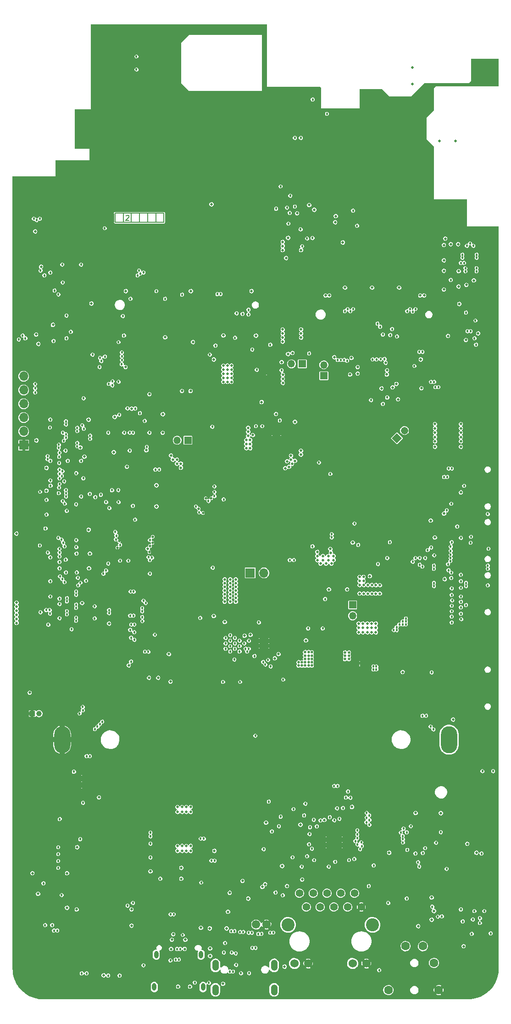
<source format=gbr>
%TF.GenerationSoftware,KiCad,Pcbnew,(5.99.0-459-gf0c386f5d-dirty)*%
%TF.CreationDate,2019-12-04T11:21:00+01:00*%
%TF.ProjectId,dvk-mx8m-bsb,64766b2d-6d78-4386-9d2d-6273622e6b69,v1.0.0*%
%TF.SameCoordinates,Original*%
%TF.FileFunction,Copper,L2,Inr*%
%TF.FilePolarity,Positive*%
%FSLAX46Y46*%
G04 Gerber Fmt 4.6, Leading zero omitted, Abs format (unit mm)*
G04 Created by KiCad (PCBNEW (5.99.0-459-gf0c386f5d-dirty)) date 2019-12-04 11:21:00*
%MOMM*%
%LPD*%
G04 APERTURE LIST*
%TA.AperFunction,NonConductor*%
%ADD10C,0.130000*%
%TD*%
%TA.AperFunction,ViaPad*%
%ADD11C,0.300000*%
%TD*%
%TA.AperFunction,ViaPad*%
%ADD12C,0.254000*%
%TD*%
%TA.AperFunction,ViaPad*%
%ADD13O,3.000000X5.000000*%
%TD*%
%TA.AperFunction,ViaPad*%
%ADD14C,6.000000*%
%TD*%
%TA.AperFunction,ViaPad*%
%ADD15C,1.600000*%
%TD*%
%TA.AperFunction,ViaPad*%
%ADD16C,3.500000*%
%TD*%
%TA.AperFunction,ViaPad*%
%ADD17O,1.250000X2.000000*%
%TD*%
%TA.AperFunction,ViaPad*%
%ADD18O,0.800000X1.400000*%
%TD*%
%TA.AperFunction,ViaPad*%
%ADD19O,1.350000X1.350000*%
%TD*%
%TA.AperFunction,ViaPad*%
%ADD20R,1.350000X1.350000*%
%TD*%
%TA.AperFunction,ViaPad*%
%ADD21C,1.350000*%
%TD*%
%TA.AperFunction,ViaPad*%
%ADD22C,5.000000*%
%TD*%
%TA.AperFunction,ViaPad*%
%ADD23O,1.700000X1.700000*%
%TD*%
%TA.AperFunction,ViaPad*%
%ADD24R,1.700000X1.700000*%
%TD*%
%TA.AperFunction,ViaPad*%
%ADD25C,1.550000*%
%TD*%
%TA.AperFunction,ViaPad*%
%ADD26C,1.400000*%
%TD*%
%TA.AperFunction,ViaPad*%
%ADD27C,2.400000*%
%TD*%
%TA.AperFunction,ViaPad*%
%ADD28C,1.530000*%
%TD*%
%TA.AperFunction,ViaPad*%
%ADD29C,6.500000*%
%TD*%
%TA.AperFunction,ViaPad*%
%ADD30C,1.000000*%
%TD*%
%TA.AperFunction,ViaPad*%
%ADD31R,1.000000X1.000000*%
%TD*%
%TA.AperFunction,ViaPad*%
%ADD32C,0.457200*%
%TD*%
%TA.AperFunction,ViaPad*%
%ADD33C,0.508000*%
%TD*%
%TA.AperFunction,Conductor*%
%ADD34C,0.134620*%
%TD*%
G04 APERTURE END LIST*
D10*
X81103571Y-93895238D02*
X81148809Y-93850000D01*
X81239285Y-93804761D01*
X81465476Y-93804761D01*
X81555952Y-93850000D01*
X81601190Y-93895238D01*
X81646428Y-93985714D01*
X81646428Y-94076190D01*
X81601190Y-94211904D01*
X81058333Y-94754761D01*
X81646428Y-94754761D01*
D11*
%TO.N,GND*%
%TO.C,U1601*%
X134600000Y-209200000D03*
X134100000Y-208700000D03*
X135100000Y-208700000D03*
X135100000Y-209700000D03*
X134100000Y-209700000D03*
%TD*%
%TO.N,GND*%
%TO.C,U202*%
X95750000Y-215585000D03*
X95750000Y-214685000D03*
%TD*%
D12*
%TO.N,GND*%
%TO.C,U201*%
X82400000Y-131840000D03*
X81800000Y-131440000D03*
%TD*%
D13*
%TO.N,Net-(BT301-Pad1)*%
%TO.C,BT301*%
X140700000Y-190500000D03*
%TO.N,GND*%
X69300000Y-190500000D03*
%TD*%
D11*
%TO.N,GND*%
%TO.C,U1701*%
X120000000Y-208700000D03*
X120000000Y-209700000D03*
X119000000Y-209700000D03*
X118000000Y-209700000D03*
X118000000Y-210700000D03*
X119000000Y-210700000D03*
X120000000Y-210700000D03*
X121000000Y-210700000D03*
X121000000Y-209700000D03*
X121000000Y-208700000D03*
X121000000Y-207700000D03*
X120000000Y-207700000D03*
X119000000Y-207700000D03*
X118000000Y-207700000D03*
X118000000Y-208700000D03*
X119000000Y-208700000D03*
%TD*%
%TO.N,GND*%
%TO.C,U405*%
X126097000Y-158926000D03*
%TD*%
%TO.N,GND*%
%TO.C,U404*%
X107000000Y-123500000D03*
%TD*%
%TO.N,GND*%
%TO.C,U301*%
X106550000Y-173900000D03*
X106550000Y-173000000D03*
X106550000Y-172100000D03*
X107450000Y-172100000D03*
X107450000Y-173000000D03*
X107450000Y-173900000D03*
X105650000Y-173900000D03*
X105650000Y-173000000D03*
X105650000Y-172100000D03*
%TD*%
D14*
%TO.N,GND*%
%TO.C,MOD101*%
X68200000Y-123500000D03*
X68200000Y-175300000D03*
X141800000Y-121700000D03*
X141800000Y-175300000D03*
%TD*%
D15*
%TO.N,Net-(C1624-Pad1)*%
%TO.C,J1601*%
X132700000Y-228575000D03*
%TO.N,/HP_DET*%
X135900000Y-228575000D03*
%TO.N,Net-(C1621-Pad1)*%
X137900000Y-231675000D03*
%TO.N,GND*%
X138800000Y-236675000D03*
%TO.N,Net-(J1601-Pad1)*%
X129500000Y-236675000D03*
%TD*%
D16*
%TO.N,GND*%
%TO.C,MNT102*%
X147000000Y-66750000D03*
%TD*%
%TO.N,GND*%
%TO.C,MNT101*%
X65400000Y-233100000D03*
%TD*%
%TO.N,GND*%
%TO.C,MNT103*%
X144600000Y-233100000D03*
%TD*%
D17*
%TO.N,Net-(C1905-Pad1)*%
%TO.C,J1901*%
X97575000Y-236625000D03*
X108425000Y-236625000D03*
X108425000Y-232125000D03*
X97575000Y-232125000D03*
%TD*%
D18*
%TO.N,Net-(C216-Pad2)*%
%TO.C,J201*%
X95290000Y-236100000D03*
X86670000Y-230150000D03*
X86310000Y-236100000D03*
X94930000Y-230150000D03*
%TD*%
D19*
%TO.N,1V8_P*%
%TO.C,JP404*%
X90525000Y-135300000D03*
D20*
X92525000Y-135300000D03*
%TD*%
D11*
%TO.N,GND*%
%TO.C,U407*%
X124200000Y-177150000D03*
X124200000Y-176350000D03*
%TD*%
%TO.N,GND*%
%TO.C,U402*%
X121025000Y-153075000D03*
%TD*%
D21*
%TO.N,5V_SOM*%
%TO.C,JP402*%
X132489949Y-133510051D02*
X132489949Y-133510051D01*
%TA.AperFunction,ViaPad*%
G36*
X130121141Y-134924265D02*
G01*
X131075735Y-133969671D01*
X132030329Y-134924265D01*
X131075735Y-135878859D01*
X130121141Y-134924265D01*
G37*
%TD.AperFunction*%
%TD*%
D19*
%TO.N,5V_P*%
%TO.C,JP403*%
X122920000Y-167660000D03*
D20*
X122920000Y-165660000D03*
%TD*%
D11*
%TO.N,GND*%
%TO.C,U2201*%
X75300000Y-199700000D03*
X74100000Y-199700000D03*
X72900000Y-199700000D03*
X72900000Y-198500000D03*
X72900000Y-197300000D03*
X74100000Y-197300000D03*
X75300000Y-197300000D03*
X74100000Y-198500000D03*
X75300000Y-198500000D03*
%TD*%
D22*
%TO.N,GND*%
%TO.C,MOD1501*%
X80350000Y-62300000D03*
%TD*%
D23*
%TO.N,VBAT_REG*%
%TO.C,JP301*%
X106545500Y-159750000D03*
D24*
X104005500Y-159750000D03*
%TD*%
D25*
%TO.N,Net-(MK1601-Pad2)*%
%TO.C,MK1601*%
X105100000Y-224591000D03*
%TO.N,GND*%
X107000000Y-224591000D03*
%TD*%
D26*
%TO.N,/Ethernet/ETH_TRX3_N*%
%TO.C,J1701*%
X123245000Y-218810000D03*
%TO.N,GND*%
X124515000Y-221350000D03*
D27*
%TO.N,Net-(FB1703-Pad1)*%
X126590000Y-224650000D03*
X111005000Y-224650000D03*
D28*
%TO.N,GND*%
X125435000Y-231770000D03*
X114705000Y-231770000D03*
%TO.N,Net-(J1701-Pad11)*%
X112165000Y-231770000D03*
%TO.N,Net-(J1701-Pad13)*%
X122895000Y-231770000D03*
D26*
%TO.N,/Ethernet/ETH_TRX3_P*%
X121975000Y-221350000D03*
%TO.N,/Ethernet/ETH_TRX2_N*%
X119435000Y-221350000D03*
%TO.N,/Ethernet/ETH_TRX1_N*%
X120705000Y-218810000D03*
%TO.N,/Ethernet/ETH_TRX2_P*%
X118165000Y-218810000D03*
%TO.N,/Ethernet/ETH_TRX1_P*%
X116895000Y-221350000D03*
%TO.N,/Ethernet/ETH_TRX0_N*%
X115625000Y-218810000D03*
%TO.N,/Ethernet/ETH_TRX0_P*%
X114355000Y-221350000D03*
%TO.N,Net-(C1719-Pad1)*%
X113085000Y-218810000D03*
%TD*%
D29*
%TO.N,GND*%
%TO.C,MOD1801*%
X127000000Y-83865000D03*
%TD*%
D11*
%TO.N,GND*%
%TO.C,U401*%
X109640000Y-136245000D03*
X109640000Y-134645000D03*
X108040000Y-134645000D03*
X108040000Y-136245000D03*
X108840000Y-135445000D03*
%TD*%
D30*
%TO.N,Net-(C2401-Pad1)*%
%TO.C,J2401*%
X65025000Y-185700000D03*
D31*
%TO.N,GND*%
X63775000Y-185700000D03*
%TD*%
D23*
%TO.N,N/C*%
%TO.C,J701*%
X62200000Y-123500000D03*
%TO.N,/UART Debug/TX->RX*%
X62200000Y-126040000D03*
%TO.N,/UART Debug/RX<-TX*%
X62200000Y-128580000D03*
%TO.N,N/C*%
X62200000Y-131120000D03*
X62200000Y-133660000D03*
D24*
%TO.N,GND*%
X62200000Y-136200000D03*
%TD*%
D19*
%TO.N,3V3*%
%TO.C,JP401*%
X111620000Y-121200000D03*
D20*
X113620000Y-121200000D03*
%TD*%
D19*
%TO.N,3V3_P*%
%TO.C,JP1801*%
X117600000Y-121400000D03*
D20*
X117600000Y-123400000D03*
%TD*%
D32*
%TO.N,/MIPI/LCD_~RST~_1V8*%
X144767389Y-153100000D03*
X141025000Y-105750000D03*
%TO.N,/~MUTE*%
X77400000Y-146700000D03*
X146700000Y-211500000D03*
%TO.N,/~HAPTIC*%
X66400000Y-146299998D03*
X66400000Y-149000000D03*
%TO.N,22V4_P*%
X130500000Y-170300000D03*
X132750000Y-168150000D03*
X132750000Y-168700000D03*
X132150000Y-168700000D03*
X132750000Y-169250000D03*
X132150000Y-169250000D03*
X131550000Y-169250000D03*
X131050000Y-169750000D03*
X131050000Y-170300000D03*
D33*
X142368990Y-99150000D03*
X140000000Y-98125000D03*
X141025000Y-99150000D03*
D32*
%TO.N,/USB Hub + SDIO Bridge/D0_N*%
X82038282Y-169277842D03*
X81910440Y-163200000D03*
%TO.N,/USB Hub + SDIO Bridge/D0_P*%
X82617402Y-169277842D03*
X82489560Y-163200000D03*
%TO.N,/WLAN+BT M.2/M2_UART_CTS*%
X127500000Y-113800000D03*
X120142618Y-120499858D03*
%TO.N,/WLAN+BT M.2/M2_UART_RTS*%
X128000000Y-114367000D03*
X120726826Y-120501825D03*
%TO.N,/WLAN+BT M.2/M2_UART_TXD*%
X121310683Y-120481477D03*
X128500000Y-115800000D03*
%TO.N,/WLAN+BT M.2/M2_UART_RXD*%
X130188179Y-114800000D03*
X121874155Y-120635756D03*
%TO.N,Net-(J1502-Pad20)*%
X70100000Y-112300000D03*
X91450000Y-108450000D03*
%TO.N,/HDMI/HDMI_AUX_AC_N*%
X103707900Y-226100000D03*
%TO.N,/HDMI/HDMI_AUX_AC_P*%
X104292100Y-226100000D03*
%TO.N,/HDMI_HEAC_N*%
X100257900Y-233250000D03*
X71040000Y-170150000D03*
X104390583Y-228904039D03*
%TO.N,/HDMI/HDMI_HEAC_P*%
X100842100Y-233250000D03*
X104974783Y-228904039D03*
%TO.N,/SAI1_TXD0(GPIO4_IO12)*%
X68679050Y-145045919D03*
%TO.N,Net-(C1823-Pad1)*%
X112273846Y-92209565D03*
X111300000Y-93400000D03*
%TO.N,/I2C1_SDA*%
X68810000Y-142322916D03*
X114687000Y-169987000D03*
X103447000Y-174250000D03*
X81777895Y-137200000D03*
X81758597Y-133900000D03*
%TO.N,/I2C1_SCL*%
X84927080Y-136522920D03*
X117387000Y-169987000D03*
X67110000Y-142700000D03*
X103750000Y-173750000D03*
X82342800Y-133900000D03*
%TO.N,/I2C3_SDA*%
X143225000Y-224015000D03*
X64300000Y-124900000D03*
X70007389Y-144476318D03*
X76460000Y-145350000D03*
X132176472Y-208847684D03*
%TO.N,/MIC_SEL*%
X74400000Y-145200000D03*
X137600000Y-221300000D03*
%TO.N,/I2C3_SCL*%
X72800000Y-145670000D03*
X70022920Y-145670000D03*
X145100000Y-223650000D03*
X64300000Y-125700000D03*
X65222920Y-144800000D03*
X75400000Y-145790000D03*
X132200000Y-209484213D03*
%TO.N,/MIPI/I2C3_SCL_1V8*%
X97400000Y-143800000D03*
X81360000Y-221100000D03*
X82345831Y-147400000D03*
X144100000Y-115200000D03*
%TO.N,/MIPI/I2C3_SDA_1V8*%
X97400000Y-144800000D03*
X82360000Y-220600000D03*
X82740000Y-149950000D03*
X144700000Y-115200000D03*
%TO.N,/CAPTOUCH_~RST*%
X65850000Y-217000000D03*
%TO.N,Net-(C447-Pad1)*%
X123000000Y-92975000D03*
X123725000Y-95750000D03*
%TO.N,/SMARTCARD_D_P*%
X73810440Y-193550000D03*
X81859356Y-167632508D03*
%TO.N,/SMARTCARD_D_N*%
X74389560Y-193550000D03*
X82438476Y-167632508D03*
%TO.N,/USB1_D_P*%
X89310440Y-222700000D03*
X70000000Y-131810440D03*
%TO.N,/USB1_D_N*%
X89889560Y-222700000D03*
X70000000Y-132389560D03*
%TO.N,/USB1_TX_P*%
X96840870Y-212812215D03*
X72080000Y-133010440D03*
%TO.N,/USB1_TX_N*%
X97419990Y-212812215D03*
X72080000Y-133589560D03*
%TO.N,/USB2_D_P*%
X72080000Y-135810440D03*
X77950000Y-167189560D03*
%TO.N,/USB2_D_N*%
X72080000Y-136389560D03*
X77950000Y-166610440D03*
%TO.N,/HDMI_CLK_N*%
X71890000Y-163207900D03*
X100507900Y-225800000D03*
%TO.N,/HDMI_CLK_P*%
X71890000Y-163792100D03*
X101092100Y-225800000D03*
%TO.N,/HDMI_TX2_N*%
X70190000Y-164407900D03*
X107707900Y-226085000D03*
%TO.N,/HDMI_TX2_P*%
X70190000Y-164992100D03*
X108292100Y-226085000D03*
%TO.N,/HDMI_TX0_N*%
X71890000Y-165607900D03*
X102142900Y-225965000D03*
%TO.N,/HDMI_TX0_P*%
X71890000Y-166192100D03*
X102727100Y-225965000D03*
%TO.N,/HDMI_TX1_N*%
X70190000Y-166807900D03*
X105507900Y-226300000D03*
%TO.N,/HDMI_TX1_P*%
X70190000Y-167392100D03*
X106092100Y-226300000D03*
%TO.N,/WLAN_D_N*%
X135210440Y-119000000D03*
X84070000Y-166260440D03*
%TO.N,/WLAN_D_P*%
X135789560Y-119000000D03*
X84070000Y-166839560D03*
%TO.N,/WWAN_D_P*%
X84704750Y-165304750D03*
X98539560Y-108350000D03*
%TO.N,/WWAN_D_N*%
X84295250Y-164895250D03*
X97960440Y-108350000D03*
%TO.N,/CSI_P1_D1_N*%
X143850000Y-161610440D03*
X137920000Y-161610440D03*
%TO.N,/CSI_P1_D1_P*%
X143850000Y-162189560D03*
X137920000Y-162189560D03*
%TO.N,/CSI_P1_D0_P*%
X147845000Y-158989560D03*
X137920000Y-158989560D03*
%TO.N,/CSI_P1_D0_N*%
X147845000Y-158410440D03*
X137920000Y-158410440D03*
%TO.N,/DSI_D2_N*%
X139795845Y-142056752D03*
%TO.N,/DSI_D0_P*%
X141204155Y-140505305D03*
X145804840Y-101078133D03*
X143175000Y-101078133D03*
%TO.N,/DSI_CK_N*%
X142885440Y-102600000D03*
%TO.N,/DSI_D1_P*%
X138764560Y-125500000D03*
X143714939Y-103558417D03*
X145804840Y-103558417D03*
%TO.N,/DSI_D3_N*%
X137934560Y-124541000D03*
%TO.N,/DSI_D3_P*%
X137355440Y-124541000D03*
%TO.N,/DSI_D1_N*%
X138185440Y-125500000D03*
X143714939Y-104137537D03*
X145804840Y-104137537D03*
%TO.N,/DSI_CK_P*%
X143464560Y-102600000D03*
%TO.N,/DSI_D0_N*%
X140625035Y-140505305D03*
X143175000Y-101657253D03*
X145804840Y-101657253D03*
%TO.N,/DSI_D2_P*%
X140374965Y-142056752D03*
%TO.N,/USB-C/USBC_CN_D_N*%
X91089560Y-229090000D03*
X90260440Y-231060000D03*
%TO.N,/USB-C/USBC_CN_D_P*%
X90510440Y-229090000D03*
X90839560Y-231060000D03*
%TO.N,/HDMI_AUX_N*%
X71890000Y-168592100D03*
%TO.N,/HDMI_AUX_P*%
X71890000Y-168007900D03*
%TO.N,/USB1_RX_N*%
X70000000Y-134789560D03*
X95439560Y-208750000D03*
%TO.N,/USB1_RX_P*%
X70000000Y-134210440D03*
X94860440Y-208750000D03*
%TO.N,/EN_SRC*%
X101100000Y-175720000D03*
X81350000Y-129400000D03*
%TO.N,Net-(SW1301-Pad4)*%
X135800000Y-186100000D03*
X143840949Y-165685350D03*
X147857699Y-162059598D03*
X138625000Y-223125000D03*
%TO.N,Net-(R2301-Pad1)*%
X115550000Y-72475000D03*
%TO.N,Net-(R1721-Pad2)*%
X119519000Y-205352000D03*
X114180000Y-202300000D03*
%TO.N,Net-(R408-Pad1)*%
X123950000Y-154600000D03*
X119057500Y-153198000D03*
%TO.N,Net-(R403-Pad1)*%
X109475000Y-131650000D03*
%TO.N,Net-(R402-Pad1)*%
X105066599Y-132695000D03*
X106235000Y-132695000D03*
%TO.N,Net-(R307-Pad1)*%
X104942500Y-189770000D03*
X107300000Y-175800000D03*
%TO.N,Net-(R306-Pad2)*%
X106400000Y-176200000D03*
%TO.N,Net-(R305-Pad1)*%
X103755050Y-172244950D03*
%TO.N,Net-(R302-Pad2)*%
X103144000Y-173750000D03*
%TO.N,Net-(R301-Pad2)*%
X102900000Y-172750000D03*
%TO.N,Net-(R212-Pad1)*%
X80750000Y-133900000D03*
%TO.N,/USB-C/USB_LD_~FLT*%
X84522910Y-131750683D03*
%TO.N,Net-(Q301-Pad3)*%
X107782600Y-177000000D03*
%TO.N,/EN_SNK*%
X82600000Y-172100000D03*
X79800000Y-130600000D03*
%TO.N,/USB1_ID*%
X67110000Y-131500000D03*
%TO.N,/USB1_VBUS*%
X94770000Y-168050000D03*
X73254050Y-127544050D03*
%TO.N,/UART1_TXD*%
X67060000Y-132950000D03*
%TO.N,/ECSPI1_MISO*%
X68800000Y-137600000D03*
%TO.N,/UART3_RXD*%
X74450000Y-134450000D03*
X68700000Y-136116000D03*
X112250000Y-79555610D03*
%TO.N,/ECSPI1_MOSI*%
X69600000Y-135400000D03*
%TO.N,/SAI1_TXD6(GPIO4_IO18)*%
X66600000Y-138211000D03*
%TO.N,/SAI1_TXD2(GPIO4_IO14)*%
X66600000Y-138810002D03*
%TO.N,/UART1_RXD*%
X68750000Y-138350000D03*
%TO.N,/SAI1_TXD5(GPIO4_IO17)*%
X77174967Y-119884543D03*
X68750000Y-139499000D03*
X79700000Y-124500000D03*
%TO.N,/~BT_DISABLE*%
X69922920Y-137200009D03*
X110799998Y-92400000D03*
%TO.N,/UART3_TXD*%
X74450000Y-135050000D03*
X69377080Y-141000000D03*
X113350000Y-79555610D03*
%TO.N,/SAI1_TXD7(GPIO4_IO19)*%
X68810000Y-140700000D03*
%TO.N,/ECSPI1_SS0*%
X71900000Y-141377080D03*
%TO.N,/SAI1_TXD4(GPIO4_IO16)*%
X76500000Y-120700000D03*
X68810000Y-141477085D03*
X78600000Y-124400000D03*
%TO.N,/SAI1_TXD3(GPIO4_IO15)*%
X69214000Y-141900000D03*
%TO.N,/ECSPI1_SCLK*%
X73200000Y-142300002D03*
%TO.N,/SAI1_TXD1(GPIO4_IO13)*%
X68716764Y-144040948D03*
%TO.N,/I2C2_SDA*%
X86500000Y-140700000D03*
X69684000Y-142866000D03*
X97600000Y-117850000D03*
X79670000Y-144470000D03*
%TO.N,/SAI1_RXD5(GPIO4_IO07)*%
X69800000Y-147000000D03*
X76300000Y-120100000D03*
X78580159Y-125167207D03*
%TO.N,/I2C2_SCL*%
X87200000Y-140700000D03*
X70022920Y-145061291D03*
X78500000Y-144500000D03*
X96550000Y-119500000D03*
%TO.N,/SAI1_RXD7(GPIO4_IO09)*%
X71890000Y-147100000D03*
%TO.N,/SAI2_TXD*%
X132129151Y-208265392D03*
X78000000Y-147800000D03*
%TO.N,/SAI1_RXD6(GPIO4_IO08)*%
X76200000Y-121800000D03*
X68600000Y-153300000D03*
X77900000Y-124900000D03*
%TO.N,/SAI2_MCLK*%
X79300000Y-152900000D03*
X133643800Y-206455612D03*
X71900000Y-153700000D03*
%TO.N,/SAI2_RXD*%
X79100000Y-152200000D03*
X69199426Y-153599043D03*
X131800000Y-207625000D03*
%TO.N,/SAI2_TXFS*%
X79200000Y-153600000D03*
X69500000Y-154200004D03*
X132300000Y-206900000D03*
%TO.N,/SAI1_RXD2(GPIO4_IO04)*%
X69726377Y-154870380D03*
%TO.N,/CLKO1*%
X94600000Y-148600000D03*
X85500000Y-153700000D03*
X96300000Y-146500000D03*
X71900000Y-155000000D03*
X80000000Y-154600000D03*
X129300000Y-127400000D03*
%TO.N,/SAI1_RXD3(GPIO4_IO05)*%
X68800000Y-155999994D03*
%TO.N,/SAI2_TXC*%
X80000000Y-157500000D03*
X71950000Y-156200000D03*
X132900000Y-207600000D03*
%TO.N,/SAI1_RXD4(GPIO4_IO06)*%
X68816161Y-156735016D03*
%TO.N,/LED*%
X69200000Y-219150000D03*
X67110000Y-156900000D03*
%TO.N,/CLKO2*%
X108000000Y-207430000D03*
D33*
X85100000Y-155300000D03*
D32*
%TO.N,/SAI5_TXD*%
X77800000Y-158019998D03*
X69950000Y-157300000D03*
%TO.N,/SAI1_RXD0(GPIO4_IO02)*%
X68810000Y-157740000D03*
%TO.N,/CHRG_~INT*%
X72000000Y-159660000D03*
X85500000Y-159900000D03*
X104800000Y-175080000D03*
X76900000Y-159900000D03*
%TO.N,/PROX_~INT*%
X66650000Y-156000000D03*
X64300000Y-126500000D03*
%TO.N,/ENET_~INT*%
X114950000Y-207900000D03*
X119500000Y-199050000D03*
X85882562Y-156935548D03*
X109308000Y-206450000D03*
%TO.N,/SAI5_TX_SYNC*%
X72200000Y-160650000D03*
X77400000Y-159300000D03*
%TO.N,/SAI1_RXD1(GPIO4_IO03)*%
X70000000Y-159670000D03*
%TO.N,/SAI5_RXD*%
X72250000Y-162060000D03*
X69322910Y-160900000D03*
%TO.N,/ENET_WoL*%
X120477000Y-205100000D03*
X120100000Y-199050000D03*
X85219452Y-156864638D03*
%TO.N,/PWR_EN*%
X97000000Y-132800000D03*
X105199998Y-122300000D03*
X109800000Y-122400000D03*
X126300000Y-127900000D03*
X127599000Y-158101000D03*
X67110000Y-161300000D03*
%TO.N,/IMU_INT*%
X144900000Y-226300000D03*
X69720000Y-161460000D03*
X72670000Y-161560000D03*
X81500000Y-157500000D03*
%TO.N,/CSI_PWDN*%
X145400000Y-116500000D03*
X81850000Y-170260000D03*
X99100000Y-146200000D03*
%TO.N,/DSI_BL_PWM*%
X76700000Y-187199998D03*
X68810000Y-165490000D03*
%TO.N,/JTAG_~TRST*%
X67050000Y-167260000D03*
X68849998Y-205150000D03*
%TO.N,/CAPTOUCH_~INT*%
X99350000Y-228000000D03*
X142200000Y-151200000D03*
%TO.N,/~WoWWAN*%
X67700000Y-117000000D03*
X140300000Y-148199994D03*
X62500000Y-116500000D03*
%TO.N,/WWAN_RESET*%
X141100000Y-147000000D03*
X72800000Y-102900000D03*
%TO.N,/~WIFI_DISABLE*%
X134300000Y-121600000D03*
X114900000Y-119300000D03*
%TO.N,/~WWAN_DISABLE*%
X137400000Y-155071401D03*
X141000000Y-155700000D03*
X70099997Y-116499997D03*
%TO.N,/TCPC_~INT*%
X85400000Y-133900000D03*
X137960000Y-156500000D03*
%TO.N,/ENET_MDC*%
X120040000Y-203150000D03*
X142888270Y-161299073D03*
X121666000Y-201167994D03*
X116300000Y-206499992D03*
%TO.N,/ENET_MDIO*%
X141200008Y-162600000D03*
X107441998Y-201930000D03*
X122502201Y-201216430D03*
X121119803Y-203112124D03*
X116977090Y-205400000D03*
%TO.N,/ENET_RXC*%
X123783000Y-207217000D03*
X142890000Y-162500000D03*
%TO.N,/ENET_RX_CTL*%
X123783000Y-207997000D03*
X141180000Y-163820000D03*
%TO.N,/ENET_RD0*%
X142890000Y-164100000D03*
X123791467Y-208654205D03*
%TO.N,/ENET_RD1*%
X123400000Y-209224996D03*
X141260000Y-164810000D03*
X124500000Y-209400000D03*
%TO.N,/ENET_RD2*%
X142900000Y-165090000D03*
X124614566Y-210127131D03*
%TO.N,/ENET_RD3*%
X141200000Y-165800000D03*
X124300000Y-210699986D03*
%TO.N,/ENET_TX_CTL*%
X142890000Y-166100000D03*
X126000014Y-206200000D03*
%TO.N,/ENET_TD3*%
X141199996Y-166811212D03*
X125499976Y-204000000D03*
%TO.N,/ENET_TD2*%
X125953820Y-204454168D03*
X142890000Y-167300000D03*
%TO.N,/ENET_TD1*%
X125500000Y-204877080D03*
X141190000Y-167820000D03*
%TO.N,/ENET_TD0*%
X142950000Y-168290000D03*
X125999990Y-205300000D03*
%TO.N,/ENET_TXC*%
X141200000Y-168900000D03*
X125447115Y-205734408D03*
%TO.N,Net-(MK1601-Pad2)*%
X139375000Y-223100000D03*
%TO.N,Net-(L2301-Pad2)*%
X118200000Y-75110000D03*
%TO.N,Net-(L1701-Pad1)*%
X115054236Y-206645764D03*
X112000000Y-203300000D03*
%TO.N,Net-(J2201-PadSW2)*%
X71470000Y-196400000D03*
%TO.N,Net-(J2201-PadC8)*%
X85600000Y-207649000D03*
%TO.N,Net-(J2201-PadC4)*%
X85600000Y-208324333D03*
%TO.N,Net-(J2201-PadC7)*%
X73150000Y-202150000D03*
%TO.N,Net-(J2201-PadC3)*%
X85600000Y-209675000D03*
%TO.N,Net-(J2201-PadC2)*%
X85600000Y-212215000D03*
%TO.N,/WLAN+BT M.2/M2_I2C_SCL*%
X121500000Y-111500000D03*
X104400000Y-118570000D03*
%TO.N,/WLAN+BT M.2/M2_I2C_SDA*%
X122000000Y-111100000D03*
X107710000Y-117677080D03*
%TO.N,/WLAN+BT M.2/~W_DISABLE2*%
X123000000Y-111100000D03*
X114500000Y-98100000D03*
%TO.N,/UART4_CTS*%
X73000000Y-132550000D03*
X68674089Y-136700000D03*
%TO.N,/UART4_RTS*%
X69440000Y-133900000D03*
X73300000Y-133200000D03*
%TO.N,/UART4_TXD*%
X72800000Y-139100000D03*
X70334366Y-139100000D03*
%TO.N,/WIFI_WAKE*%
X140948779Y-157585952D03*
X135300000Y-158250000D03*
%TO.N,/BT_HOST_WAKE*%
X141190000Y-154100000D03*
X129800000Y-154100000D03*
%TO.N,/WIFI_DATA3*%
X142870000Y-160100000D03*
X134000000Y-157700000D03*
%TO.N,/WIFI_DATA2*%
X141100000Y-159700000D03*
X134500000Y-157000000D03*
%TO.N,/WIFI_DATA1*%
X140600000Y-159250000D03*
X135300000Y-157000000D03*
%TO.N,/WLAN+BT M.2/M2_PCM_OUT*%
X133000000Y-111500000D03*
X126600000Y-120400000D03*
%TO.N,/WIFI_DATA0*%
X135800000Y-158600000D03*
X140500000Y-158150000D03*
%TO.N,/WLAN+BT M.2/M2_PCM_IN*%
X133500000Y-111100000D03*
X127300000Y-120399994D03*
%TO.N,/WIFI_CMD*%
X141000000Y-157000000D03*
X136300000Y-157000000D03*
%TO.N,/WLAN+BT M.2/M2_PCM_SYNC*%
X134000000Y-111600000D03*
X128063942Y-120347445D03*
%TO.N,/WIFI_CLK*%
X141000000Y-156400000D03*
X136750000Y-155550000D03*
%TO.N,/WLAN+BT M.2/M2_PCM_CLK*%
X134500000Y-111100000D03*
X128800000Y-120299994D03*
%TO.N,/WWAN mPCIe/PCM_SYNC*%
X80300010Y-120500000D03*
X103700000Y-112100000D03*
%TO.N,/WWAN mPCIe/PCM_OUT*%
X102600000Y-112000000D03*
X80300000Y-119800000D03*
%TO.N,/WWAN mPCIe/PCM_IN*%
X101500000Y-111900000D03*
X80300000Y-119100000D03*
%TO.N,/WWAN mPCIe/PCM_CLK*%
X80276655Y-121271043D03*
X101200000Y-116400000D03*
%TO.N,/WWAN mPCIe/~SIM_DETECT_O*%
X86700000Y-107800004D03*
X68600000Y-108399998D03*
%TO.N,/WWAN mPCIe/~WoWWAN_1V8*%
X70900000Y-115300000D03*
X62000000Y-116000000D03*
X80700000Y-116000000D03*
%TO.N,Net-(J1301-Pad25)*%
X128500000Y-128600000D03*
X143850000Y-111768886D03*
%TO.N,/LCD_LEDK*%
X144575000Y-99000000D03*
X145175000Y-99450002D03*
X144000000Y-99450000D03*
X127284000Y-177530700D03*
X126759000Y-177530700D03*
X126759000Y-177005700D03*
X127284000Y-177005700D03*
%TO.N,/LCD_~RESET*%
X142900000Y-153300000D03*
%TO.N,Net-(J1201-Pad3)*%
X96380000Y-235330000D03*
X93800000Y-235300000D03*
%TO.N,/CONN_SD2_DATA1*%
X72900000Y-233600000D03*
X67800030Y-225700000D03*
%TO.N,/uSD_DATA0*%
X73800000Y-233599994D03*
X68400000Y-225700000D03*
%TO.N,/CONN_SD2_CMD*%
X66150000Y-224700000D03*
X84586382Y-174260198D03*
X82000000Y-176100000D03*
X77800000Y-234000000D03*
%TO.N,/CONN_SD2_DATA2*%
X67450000Y-224700000D03*
X79899998Y-234000000D03*
%TO.N,/JTAG_TDI*%
X68810000Y-168100000D03*
X68590000Y-210330000D03*
%TO.N,/JTAG_TDO*%
X67000000Y-166600000D03*
X68590000Y-211600000D03*
%TO.N,/JTAG_TCK*%
X66350000Y-166600000D03*
X68590000Y-212870000D03*
%TO.N,/JTAG_TMS*%
X65300000Y-167000000D03*
X68590000Y-214140000D03*
%TO.N,Net-(FB1605-Pad1)*%
X146850000Y-196300000D03*
X83000000Y-64540000D03*
%TO.N,Net-(FB1604-Pad1)*%
X148840000Y-196300000D03*
X83000000Y-66940000D03*
D33*
%TO.N,Net-(F201-Pad2)*%
X89425000Y-229090000D03*
X91925000Y-229090000D03*
X89550000Y-227390000D03*
X92050000Y-227390000D03*
X90600000Y-210095333D03*
X91400000Y-210095333D03*
X92200000Y-210095333D03*
X93000000Y-210095333D03*
X90600000Y-211003666D03*
X91400000Y-211003666D03*
X92200000Y-211003666D03*
X93000000Y-211003666D03*
D32*
%TO.N,/HDMI_CEC*%
X101400000Y-232040000D03*
X66730000Y-169300000D03*
%TO.N,/HDMI_DDC_SCL*%
X101350000Y-229900000D03*
X68810000Y-164500000D03*
X103800000Y-233550000D03*
%TO.N,/HDMI_DDC_SDA*%
X100600000Y-229750000D03*
X67110000Y-164100000D03*
X102300000Y-233550000D03*
%TO.N,/HDMI/DCDC_5V_CN*%
X99149990Y-229750000D03*
D33*
X99000000Y-235500000D03*
D32*
%TO.N,Net-(D1803-Pad2)*%
X116700000Y-139400000D03*
X118800000Y-141500000D03*
X147850000Y-148900000D03*
X109600000Y-88500000D03*
%TO.N,/WLAN+BT M.2/~W_DISABLE1*%
X122500000Y-111500000D03*
X113600000Y-99500002D03*
X111400000Y-90200000D03*
X111050957Y-95350957D03*
%TO.N,Net-(D1801-Pad2)*%
X131095378Y-116160002D03*
X113300000Y-96399996D03*
%TO.N,/ENET_~RST*%
X106500000Y-210700000D03*
X85500000Y-157378000D03*
X73700000Y-161200000D03*
X68900000Y-160400000D03*
%TO.N,/HP_DET*%
X68800000Y-158900000D03*
X132900000Y-219800000D03*
%TO.N,Net-(D1502-Pad2)*%
X74900000Y-119500000D03*
X148000000Y-155300000D03*
%TO.N,Net-(D1302-Pad2)*%
X94000000Y-147500000D03*
X97400000Y-145600000D03*
X70140000Y-148310000D03*
X66222920Y-151550000D03*
X145565824Y-113215824D03*
%TO.N,/POR_B*%
X72650000Y-208850000D03*
X67110000Y-139100000D03*
%TO.N,/~IRQ*%
X117837000Y-164572000D03*
X112050000Y-157400000D03*
%TO.N,/BOOT_MODE0*%
X137300000Y-188100000D03*
X73112005Y-185087995D03*
X75800000Y-188100000D03*
%TO.N,/BOOT_MODE1*%
X72500000Y-185700000D03*
X75350000Y-188550000D03*
X137800000Y-188600000D03*
%TO.N,Net-(D304-Pad1)*%
X98987500Y-179850000D03*
%TO.N,Net-(D302-Pad1)*%
X110087500Y-179425000D03*
%TO.N,Net-(D301-Pad1)*%
X102137500Y-179850000D03*
%TO.N,Net-(D206-Pad1)*%
X89275000Y-231200000D03*
%TO.N,Net-(D205-Pad1)*%
X91550000Y-226505000D03*
%TO.N,/USB-C/CC1*%
X83657210Y-130300000D03*
D33*
X89800000Y-226375000D03*
D32*
%TO.N,/USB-C/CC2*%
X84300000Y-232100000D03*
X82800000Y-129440000D03*
%TO.N,/USB1_SS_SEL*%
X122049043Y-200049043D03*
X141000000Y-154900000D03*
D33*
%TO.N,Net-(C2203-Pad2)*%
X85600000Y-214755000D03*
D32*
%TO.N,Net-(C2005-Pad1)*%
X146400000Y-224300000D03*
X145385000Y-222099998D03*
X148400000Y-226235000D03*
X147200000Y-222100000D03*
%TO.N,Net-(C2004-Pad1)*%
X142899998Y-221800000D03*
X146400000Y-223400000D03*
D33*
%TO.N,Net-(C1719-Pad1)*%
X110800000Y-217500000D03*
D32*
X125900000Y-217500000D03*
%TO.N,/Ethernet/ENET_1V1*%
X118700000Y-204800000D03*
D33*
X117700000Y-205299988D03*
D32*
%TO.N,/Ethernet/LED_LINK1000*%
X129477080Y-220600000D03*
X127800000Y-233000000D03*
%TO.N,Net-(C1711-Pad1)*%
X119700000Y-213025000D03*
X114850000Y-209800000D03*
X115750000Y-205280000D03*
X111832000Y-212200000D03*
X115800000Y-212699994D03*
%TO.N,/Ethernet/LED_ACT*%
X122250000Y-212700000D03*
X110000000Y-219200000D03*
%TO.N,Net-(C1703-Pad1)*%
X113500000Y-213900000D03*
X123219324Y-212495315D03*
X118500000Y-213900000D03*
%TO.N,Net-(C1622-Pad1)*%
X136470000Y-186100000D03*
X138300000Y-209500000D03*
%TO.N,Net-(C1608-Pad1)*%
X133010000Y-210820000D03*
X134980000Y-213100000D03*
%TO.N,Net-(C1607-Pad2)*%
X140250500Y-214325002D03*
X136300000Y-210500000D03*
%TO.N,Net-(C1606-Pad1)*%
X135877080Y-211422920D03*
X135220000Y-213900000D03*
%TO.N,Net-(C1604-Pad1)*%
X139200000Y-207550000D03*
X134500000Y-211500000D03*
%TO.N,/WWAN mPCIe/SIM_DETECT_I*%
X69300000Y-102900000D03*
X77150000Y-96200000D03*
%TO.N,/WWAN mPCIe/UIM-DATA*%
X65300000Y-104000000D03*
X83736372Y-104553716D03*
X83736373Y-104553716D03*
X65150000Y-94450000D03*
%TO.N,/WWAN mPCIe/UIM-RESET*%
X83500000Y-104000000D03*
X65999996Y-104899996D03*
X64572526Y-94711263D03*
%TO.N,/WWAN mPCIe/UIM-CLK*%
X67099994Y-104400000D03*
X84300000Y-104350004D03*
X64050000Y-94450000D03*
%TO.N,/WWAN mPCIe/UIM-PWR*%
X69400000Y-106200000D03*
D33*
X65400000Y-103300000D03*
D32*
X67900000Y-107700000D03*
X83234620Y-104900000D03*
D33*
X64310000Y-96800000D03*
D32*
%TO.N,/ONOFF*%
X111299998Y-157400000D03*
X67152000Y-143682000D03*
X79700000Y-146700000D03*
X106800000Y-176650000D03*
X61300000Y-116700000D03*
%TO.N,/SYS_~RST*%
X68830000Y-143370000D03*
X69400000Y-146500000D03*
X76250000Y-187650000D03*
X73100000Y-184450000D03*
%TO.N,/BTN2*%
X68785132Y-155315977D03*
X65184799Y-154700000D03*
%TO.N,Net-(C1301-Pad1)*%
X144700000Y-154200000D03*
X145700000Y-117675000D03*
%TO.N,/USB Hub + SDIO Bridge/RDRV5*%
X86400000Y-171150000D03*
X85200000Y-174300000D03*
%TO.N,/SD2_~RST*%
X115500000Y-154850000D03*
X97100000Y-158797508D03*
X84070000Y-167900000D03*
X129300000Y-157000000D03*
X115500014Y-98000000D03*
X129838369Y-115900000D03*
X141100000Y-160700004D03*
X75300000Y-165900000D03*
X75300000Y-168150000D03*
%TO.N,/USB Hub + SDIO Bridge/RDRV33*%
X82600000Y-170700000D03*
X82000000Y-171700000D03*
X84100000Y-168650000D03*
D33*
%TO.N,3V3_SD*%
X81600000Y-176800000D03*
X87000000Y-179100000D03*
X71987500Y-221800000D03*
X89000000Y-174700000D03*
X85300000Y-179100000D03*
X82099992Y-224800000D03*
X82100006Y-221800000D03*
X76950000Y-233950000D03*
%TO.N,3V3_SNVS*%
X139800000Y-148800000D03*
X141435000Y-186800000D03*
%TO.N,2V8_P*%
X90700000Y-236050000D03*
X121100000Y-98825000D03*
X92900000Y-236050000D03*
X142500000Y-104100000D03*
X143817009Y-116817009D03*
X145300000Y-105820000D03*
X143900000Y-106650000D03*
X140510000Y-116060000D03*
D32*
%TO.N,Net-(C416-Pad1)*%
X123250000Y-150650000D03*
X119057500Y-152613000D03*
D33*
%TO.N,3V3_P*%
X138100000Y-153200000D03*
X118600000Y-108590000D03*
X117900000Y-108590000D03*
X136100000Y-108590000D03*
X135400000Y-108590000D03*
X109900000Y-213800000D03*
X135500000Y-120400000D03*
X113300000Y-206185000D03*
X60870000Y-166737500D03*
X60870000Y-168987500D03*
X60870000Y-167487500D03*
X60870000Y-165987500D03*
X60870000Y-168237500D03*
X60870000Y-165237500D03*
X121500000Y-107135000D03*
X126500000Y-107135000D03*
X131500000Y-107135000D03*
X145750000Y-211350000D03*
X139200000Y-204050000D03*
X96850000Y-91800000D03*
X134551680Y-204025000D03*
X130309000Y-125549000D03*
X123850000Y-123015000D03*
X122450000Y-123150000D03*
X129231000Y-123150000D03*
X64860000Y-218900000D03*
X119790000Y-93975000D03*
X119690000Y-95100000D03*
X111800000Y-119200000D03*
X111000000Y-97987500D03*
X110000000Y-99487500D03*
X110000000Y-100237500D03*
X113400000Y-100237500D03*
X110000000Y-98737500D03*
X113400000Y-115612500D03*
X113400000Y-116362500D03*
X113400000Y-114862500D03*
X110000000Y-116362500D03*
X110000000Y-115612500D03*
X110000000Y-114862500D03*
X99050000Y-115950000D03*
X100540000Y-124532500D03*
X99790000Y-124532500D03*
X99040000Y-124532500D03*
X137500000Y-223700000D03*
X94925000Y-225174998D03*
X100540000Y-123782500D03*
X99790000Y-123782500D03*
X99040000Y-123782500D03*
X99040000Y-123032500D03*
X99040000Y-121532500D03*
X99040000Y-122282500D03*
X99790000Y-121532500D03*
X99790000Y-123032500D03*
X99790000Y-122282500D03*
X100540000Y-123032500D03*
X100540000Y-122282500D03*
X100540000Y-121532500D03*
X110000000Y-117100000D03*
X111000000Y-119400000D03*
X60854000Y-152515000D03*
X64550000Y-135325000D03*
X110350000Y-232350000D03*
X63300000Y-181825000D03*
X73415000Y-138297000D03*
X112650000Y-93450000D03*
D32*
X108800000Y-92600000D03*
D33*
X122700000Y-120100002D03*
X119515000Y-119985000D03*
X93430000Y-117200000D03*
X64500000Y-115800000D03*
D32*
X88300000Y-109222920D03*
X81900000Y-109222920D03*
D33*
X110625000Y-101700000D03*
X74700000Y-110087500D03*
D32*
X79700000Y-117200000D03*
X80500000Y-112400000D03*
X103700000Y-111235382D03*
D33*
X104250000Y-107800000D03*
X93050000Y-107800000D03*
X81050000Y-107800000D03*
X105085000Y-116015000D03*
X88300000Y-116300000D03*
X143400000Y-228600000D03*
X122800000Y-202900000D03*
X137500000Y-219600000D03*
X78830000Y-137500000D03*
X81250000Y-140180000D03*
X144075000Y-209700000D03*
X137925000Y-222100000D03*
X135000000Y-224900000D03*
X114900000Y-91900000D03*
X106950000Y-205800000D03*
%TO.N,VBAT_REG*%
X103250000Y-136750000D03*
X104000000Y-136750000D03*
X103625000Y-134500000D03*
X103625000Y-133000000D03*
X103625000Y-133750000D03*
X103250000Y-136000000D03*
X103250000Y-135250000D03*
X122215000Y-175650000D03*
X121515000Y-175650000D03*
X121515000Y-175037500D03*
X122215000Y-175037500D03*
X122215000Y-174425000D03*
X121515000Y-174425000D03*
X104000000Y-135250000D03*
X104000000Y-136000000D03*
X122950000Y-154147500D03*
X110445000Y-140448000D03*
X111540000Y-138140004D03*
X110790000Y-139173000D03*
X111540000Y-138890000D03*
X113380000Y-137944000D03*
X113380000Y-137194000D03*
X111190000Y-140190000D03*
X112290000Y-139090000D03*
X111740000Y-139640000D03*
X104500000Y-134315000D03*
X101360000Y-160950000D03*
X101360000Y-161633333D03*
X101360000Y-163000000D03*
X101360000Y-162316667D03*
X101360000Y-163683333D03*
X101360000Y-164366666D03*
X101360000Y-165050000D03*
X100327667Y-160950000D03*
X100327667Y-161633333D03*
X100327667Y-162316667D03*
X100327667Y-163000000D03*
X100327667Y-163683333D03*
X100327667Y-164366666D03*
X100327667Y-165050000D03*
X99295333Y-160950000D03*
X99295333Y-161633333D03*
X99295333Y-162316667D03*
X99295333Y-163000000D03*
X99295333Y-163683333D03*
X99295333Y-164366666D03*
X99295333Y-165050000D03*
%TO.N,VBAT*%
X108565000Y-175512500D03*
X109240000Y-174720000D03*
D32*
%TO.N,/Battery/RGEN*%
X105600000Y-168875000D03*
D33*
%TO.N,Net-(C216-Pad2)*%
X96612500Y-229000000D03*
%TO.N,5V_P*%
X72670496Y-136645496D03*
X106115000Y-128250000D03*
X127200000Y-170700000D03*
X73000000Y-165300000D03*
X85399992Y-126800000D03*
X87893000Y-130494500D03*
X89300000Y-179800000D03*
X77950000Y-169100000D03*
X126400000Y-170700000D03*
X125600000Y-170700000D03*
X124800000Y-170700000D03*
X124000000Y-170700000D03*
X124000000Y-169900000D03*
X126400000Y-169900000D03*
X127200000Y-169900000D03*
X124800000Y-169900000D03*
X125600000Y-169900000D03*
X127200000Y-169100000D03*
X124800000Y-169100000D03*
X126400000Y-169100000D03*
X125600000Y-169100000D03*
X124000000Y-169100000D03*
X125700000Y-163561610D03*
X126450000Y-163561610D03*
X127200000Y-163561610D03*
X127950000Y-163561610D03*
X124200000Y-163561610D03*
X124950000Y-163561610D03*
X127200000Y-162000000D03*
X127950000Y-162000000D03*
X125700000Y-162000000D03*
X126450000Y-162000000D03*
X124200000Y-162000000D03*
X124950000Y-162000000D03*
X124950000Y-162000000D03*
X124200000Y-162000000D03*
X124950000Y-161250000D03*
X124200000Y-161250000D03*
X124950000Y-160500000D03*
X124200000Y-160500000D03*
X126097000Y-160351000D03*
X76100000Y-201125000D03*
%TO.N,3V3*%
X132150000Y-178050000D03*
X108760000Y-130450000D03*
X112280000Y-131912500D03*
X110020000Y-123225000D03*
X110020000Y-123975000D03*
X110020000Y-124725000D03*
X74252989Y-158912989D03*
X64910000Y-117537500D03*
X74435000Y-156200000D03*
X74200000Y-151815000D03*
X79007500Y-130995000D03*
D32*
%TO.N,/USB-C/BYPASS*%
X77807500Y-133900000D03*
D33*
%TO.N,VBUS*%
X82093335Y-129480140D03*
D32*
X99470000Y-172750000D03*
X102038000Y-174250000D03*
X102038000Y-173250000D03*
X102038000Y-172250000D03*
X100326000Y-174250000D03*
D33*
X93000000Y-202916334D03*
X92200000Y-202916334D03*
X92200000Y-203824667D03*
X91400000Y-203824667D03*
X91400000Y-202916334D03*
X90600000Y-203824667D03*
X90600000Y-202916334D03*
X93000000Y-203824667D03*
X102980000Y-171337500D03*
X104075000Y-171155000D03*
D32*
X99470000Y-173750000D03*
X100326000Y-173250000D03*
X100326000Y-171250000D03*
X101182000Y-171750000D03*
X101182000Y-172750000D03*
X101182000Y-173750000D03*
X99470000Y-171750000D03*
X100326000Y-172250000D03*
D33*
%TO.N,1V8_P*%
X137325000Y-150100000D03*
X131000000Y-124900000D03*
D32*
X137500000Y-178100000D03*
D33*
X106750000Y-217150000D03*
X99650000Y-225300000D03*
D32*
X94950000Y-216850000D03*
D33*
X142600000Y-110166514D03*
X135600000Y-125700000D03*
X93000000Y-126200000D03*
X91400000Y-126200000D03*
X97300000Y-120400000D03*
X123850000Y-121800000D03*
X109800000Y-120900000D03*
X129000000Y-121000000D03*
X67600000Y-114000000D03*
X81000000Y-121800000D03*
X86700000Y-147500000D03*
X86700000Y-143600000D03*
X113600000Y-216300000D03*
D32*
X87400000Y-216135000D03*
D33*
X97400000Y-211000000D03*
X96600000Y-230400000D03*
X70200000Y-221500000D03*
X129650000Y-211350000D03*
X129265000Y-122400000D03*
X91212500Y-140370000D03*
X91212500Y-139620000D03*
X89362500Y-138120000D03*
X89712500Y-138870000D03*
X90462500Y-139620000D03*
X90462500Y-138870000D03*
X139750000Y-107500000D03*
X115835000Y-92800000D03*
X128250000Y-125750000D03*
X139750000Y-104061514D03*
X139750000Y-102131514D03*
X139750000Y-99312500D03*
X142449000Y-106950000D03*
X131285006Y-127750000D03*
X146068990Y-115600000D03*
X106250000Y-217650000D03*
X103650000Y-219800000D03*
X102600000Y-216550000D03*
X96550000Y-225300000D03*
X99900000Y-222250000D03*
X91292000Y-216135000D03*
X91290000Y-214135000D03*
X100210000Y-218735000D03*
D32*
%TO.N,/ENET_2V5*%
X113962955Y-204462955D03*
X109650000Y-204700000D03*
X115400010Y-210622920D03*
X108700000Y-218700000D03*
X143500000Y-143700000D03*
X126800000Y-213700000D03*
X114500000Y-212000000D03*
X123816967Y-209857570D03*
D33*
%TO.N,3V3_OUT*%
X99300000Y-168800004D03*
X114300000Y-172200000D03*
X118537000Y-162800000D03*
X121900000Y-162800000D03*
X72070000Y-210330000D03*
X63810000Y-215120000D03*
X70210000Y-215120000D03*
X97290400Y-167700000D03*
X139900000Y-160900000D03*
X142890000Y-144900000D03*
X84827896Y-137124409D03*
X87860000Y-133900000D03*
X74160000Y-131500000D03*
X66410000Y-140390000D03*
X66410000Y-144610000D03*
%TO.N,5V_SOM*%
X118900000Y-156050000D03*
X117400000Y-156650000D03*
X118400000Y-156650000D03*
X119400000Y-156650000D03*
X116400000Y-156650000D03*
X116400000Y-157400000D03*
X117000000Y-158050000D03*
X118000000Y-158050000D03*
X119000000Y-158050000D03*
X119400000Y-157400000D03*
X118400000Y-157400000D03*
X117400000Y-157400000D03*
X116400000Y-155900000D03*
X118775000Y-155335000D03*
X142890000Y-136500000D03*
X142890000Y-135500000D03*
X142890000Y-134700000D03*
X142890000Y-133900000D03*
X142890000Y-133100000D03*
X142890000Y-132300000D03*
X138110000Y-136500000D03*
X138110000Y-135500000D03*
X138110000Y-134700000D03*
X138110000Y-133900000D03*
X138110000Y-133100000D03*
X138110000Y-132300000D03*
X138110000Y-132300000D03*
%TO.N,Net-(BT301-Pad1)*%
X114145000Y-174365000D03*
X114145000Y-174985000D03*
X114145000Y-175605000D03*
X112905000Y-176225000D03*
X113525000Y-176225000D03*
X114145000Y-176225000D03*
X112905000Y-176845000D03*
X113525000Y-176845000D03*
X114145000Y-176845000D03*
X114765000Y-176225000D03*
X114765000Y-176845000D03*
X114765000Y-175605000D03*
X114765000Y-174985000D03*
X114765000Y-174365000D03*
X115385000Y-174365000D03*
X115385000Y-174985000D03*
X115385000Y-175605000D03*
X115385000Y-176225000D03*
X115385000Y-176845000D03*
%TO.N,GND*%
X132000000Y-111090000D03*
X102124398Y-232050000D03*
X105393947Y-232043947D03*
X104200000Y-232050000D03*
X97450000Y-112500000D03*
X137000000Y-160700000D03*
X119057500Y-152002500D03*
X121025000Y-152120000D03*
X122600000Y-151108600D03*
X79500000Y-155100000D03*
X79800000Y-153900000D03*
X137050000Y-118850000D03*
X140100000Y-116700000D03*
X96800000Y-146000000D03*
X95800000Y-146000000D03*
X95300000Y-148700000D03*
X94500000Y-147900000D03*
X86000000Y-153100000D03*
X86000000Y-154200000D03*
X85500000Y-154800000D03*
X85400000Y-155900000D03*
X102085000Y-169062500D03*
X109850000Y-215250000D03*
X109700000Y-209375000D03*
X138110000Y-143300000D03*
X138262500Y-140900000D03*
X137850000Y-138487500D03*
X137850000Y-139287500D03*
X138960000Y-148650000D03*
X70200007Y-168299993D03*
X109415000Y-177787500D03*
X69750000Y-233240000D03*
X62700000Y-103128320D03*
X68300000Y-103128320D03*
X65015000Y-106300000D03*
D32*
X72850000Y-135370000D03*
D33*
X107085000Y-129650000D03*
X85200000Y-177287500D03*
X81550000Y-175049998D03*
X70227011Y-196507011D03*
X73017012Y-193717010D03*
X87730000Y-164440000D03*
X91000000Y-161250000D03*
X90250000Y-160500000D03*
X85400000Y-124530000D03*
X87030000Y-179800000D03*
X60870000Y-175212500D03*
X60870000Y-174462500D03*
X60870000Y-172962500D03*
X60870000Y-173712500D03*
X60870000Y-175962500D03*
X60870000Y-172212500D03*
X97100000Y-208730000D03*
X93000000Y-128935000D03*
X115750000Y-95745000D03*
X121500000Y-104865000D03*
X126500000Y-104865000D03*
X131500000Y-104865000D03*
X88300000Y-106952920D03*
X139200000Y-201780000D03*
X147970000Y-210750000D03*
X143225000Y-224645002D03*
X142000000Y-228035000D03*
X138212500Y-203550000D03*
X129651000Y-205549000D03*
X141675500Y-211725000D03*
X129500000Y-208965000D03*
X98470000Y-75450000D03*
X69600000Y-107650000D03*
X103150000Y-76332500D03*
X103612500Y-74750000D03*
X62700000Y-107000000D03*
X70000000Y-138500000D03*
X98925000Y-129250000D03*
X99700000Y-128875000D03*
X77950000Y-165600000D03*
X130500000Y-120815000D03*
X131697988Y-173097988D03*
X70057660Y-143868456D03*
X148000000Y-227600000D03*
X67800000Y-106900000D03*
D32*
X66015000Y-112240000D03*
D33*
X87046243Y-224303757D03*
X93035000Y-237085000D03*
X147850000Y-143200000D03*
X147850000Y-152899998D03*
X141815000Y-184450000D03*
X143740000Y-181650000D03*
X129440000Y-119300000D03*
X122400000Y-123985002D03*
X68660000Y-130620000D03*
X149100000Y-224615000D03*
X144500000Y-118000000D03*
X130900000Y-171600000D03*
X131100000Y-173300000D03*
X131200000Y-172700000D03*
X131825000Y-172437500D03*
X122060000Y-93975000D03*
X118830000Y-98825000D03*
X129100000Y-116551680D03*
D32*
X117750000Y-118522920D03*
D33*
X128215000Y-125075000D03*
X98660000Y-157971500D03*
X129198000Y-123984000D03*
X126525000Y-127160000D03*
X111700000Y-107925000D03*
X110700000Y-107925000D03*
X112700000Y-107925000D03*
X112700000Y-107175000D03*
X110700000Y-107175000D03*
X111700000Y-107175000D03*
X121765000Y-179325000D03*
X119250000Y-177787500D03*
X121765000Y-177975000D03*
X135082500Y-166960000D03*
X133582500Y-166960000D03*
X134332500Y-166960000D03*
X135082500Y-163560000D03*
X133582500Y-163560000D03*
X134332500Y-163560000D03*
X143590000Y-160520000D03*
X86500000Y-167150000D03*
X97350000Y-170650000D03*
X100000000Y-168028500D03*
X126100000Y-122800000D03*
X75975000Y-162315000D03*
X87850000Y-168562500D03*
X70100000Y-163100000D03*
X84100000Y-170150000D03*
X101987500Y-137845000D03*
X100947200Y-135500000D03*
X100947200Y-134750000D03*
X104090000Y-128882500D03*
X100490000Y-128882500D03*
X103990000Y-129882500D03*
X100590000Y-129884500D03*
X114150500Y-134187000D03*
X145261177Y-100361866D03*
X72033447Y-145544510D03*
X72911802Y-146671222D03*
X70326859Y-141892852D03*
X70200000Y-165900000D03*
X70200000Y-158500000D03*
X70000000Y-153700000D03*
X69900000Y-156100000D03*
X68800000Y-166400000D03*
X77950000Y-169750000D03*
X77950000Y-167850000D03*
X148050000Y-105185000D03*
X148050000Y-106130000D03*
X137980000Y-100887500D03*
X137980000Y-103101514D03*
X137980000Y-97990000D03*
X137980000Y-105460000D03*
X142375000Y-108150000D03*
X141025000Y-100350000D03*
X141025000Y-102150000D03*
X141025000Y-103950000D03*
X141190000Y-142300000D03*
X145250000Y-104850000D03*
D32*
X145400000Y-110200000D03*
D33*
X145250000Y-103050000D03*
X146057359Y-112688369D03*
X123875000Y-159812500D03*
X127887500Y-155900000D03*
X127717000Y-161051000D03*
X117075000Y-155285000D03*
X121025000Y-154030000D03*
X143150000Y-131510000D03*
X72070000Y-212860000D03*
X71850000Y-137248000D03*
X75683940Y-138346060D03*
X76600000Y-80200000D03*
X107700000Y-220900000D03*
X102600000Y-215900000D03*
X103270034Y-222524966D03*
X82530000Y-219825000D03*
X86285000Y-221800000D03*
X64660000Y-132470000D03*
X67110000Y-158800000D03*
X67110000Y-160100000D03*
X142890000Y-141500000D03*
X142890000Y-140700000D03*
X142890000Y-139900000D03*
X142890000Y-139100000D03*
X142890000Y-138300000D03*
X138110000Y-137300000D03*
X142890000Y-137500000D03*
X143150000Y-130725000D03*
X137850000Y-130725000D03*
X137849998Y-129925000D03*
X105220000Y-125120000D03*
X108046000Y-125930000D03*
X103290000Y-130400000D03*
X102290000Y-130400000D03*
X101290000Y-130400000D03*
X107980000Y-122022500D03*
X106585000Y-139800000D03*
X123885000Y-119300000D03*
X121185000Y-119300000D03*
X112120000Y-134887500D03*
X112380000Y-135919000D03*
X105165000Y-131150000D03*
X105560000Y-134655000D03*
X80750000Y-136548320D03*
X72010000Y-85760000D03*
X70600000Y-86700000D03*
X69535000Y-84950000D03*
X75200000Y-75100000D03*
X74225000Y-85800000D03*
X73450000Y-85100000D03*
X75775000Y-85800000D03*
X75800000Y-79475000D03*
X73850000Y-79475000D03*
X76695000Y-82650000D03*
X73575000Y-75500000D03*
X75860000Y-66200000D03*
X75860000Y-64200000D03*
X75860000Y-62200000D03*
X75860000Y-68200000D03*
X75860000Y-70200000D03*
X75860000Y-74200000D03*
X75860000Y-60200000D03*
X75860000Y-72200000D03*
X74860000Y-59200000D03*
X74860000Y-61200000D03*
X74860000Y-63200000D03*
X74860000Y-65200000D03*
X74860000Y-67200000D03*
X74860000Y-69200000D03*
X74860000Y-71200000D03*
X74860000Y-73200000D03*
X74200000Y-74560000D03*
X72700000Y-80300000D03*
X72700000Y-78300000D03*
X72700000Y-76300000D03*
X72700000Y-74560000D03*
X71900000Y-75300000D03*
X71900000Y-77300000D03*
X71900000Y-79300000D03*
X76600000Y-85100000D03*
X71900000Y-81300000D03*
X73300000Y-81300000D03*
X72800000Y-84000000D03*
X67470000Y-87360000D03*
X65470000Y-87360000D03*
X61470000Y-87360000D03*
X63470000Y-87360000D03*
X69470000Y-87360000D03*
X68470000Y-86860000D03*
X66470000Y-86860000D03*
X64470000Y-86860000D03*
X62470000Y-86860000D03*
X60470000Y-86860000D03*
X138100000Y-146124620D03*
X143100000Y-159256514D03*
X139900000Y-153500000D03*
X141000000Y-170300000D03*
X137900000Y-163000000D03*
X142900000Y-163324620D03*
D32*
X98992800Y-222200000D03*
D33*
X60800000Y-160285000D03*
X60600000Y-144285000D03*
X143399998Y-226050000D03*
X141218516Y-115131484D03*
X143000000Y-154100000D03*
X74973761Y-193900000D03*
X74231647Y-174187500D03*
X76712500Y-175412500D03*
X112075000Y-206327000D03*
X113300000Y-207225000D03*
X113300000Y-210085000D03*
X110525000Y-210273000D03*
X134500000Y-118800000D03*
X87600000Y-65740000D03*
X110900000Y-88300000D03*
X126700000Y-119300000D03*
X70110000Y-83987000D03*
X75025000Y-85000000D03*
X75025000Y-80300000D03*
X71570000Y-84637000D03*
X68650000Y-84637000D03*
X70185000Y-85650000D03*
X113765000Y-86000000D03*
X113765000Y-84900000D03*
X113765000Y-83800000D03*
X113765000Y-82700000D03*
X126100000Y-122000000D03*
X119400000Y-122000000D03*
X119400000Y-122800000D03*
X69956585Y-113218343D03*
X69600000Y-110500000D03*
D32*
X95050000Y-115977080D03*
X91850000Y-115977080D03*
X100650000Y-115977080D03*
D33*
X74700000Y-116312500D03*
X102300000Y-117200000D03*
X102300000Y-117200000D03*
X93850000Y-107800000D03*
X97050000Y-107800000D03*
X99450000Y-107800000D03*
X103450000Y-107800000D03*
X76700000Y-117200000D03*
X99000000Y-112500000D03*
X101040000Y-236135000D03*
X99800000Y-236450000D03*
X105290000Y-236450000D03*
X103800000Y-236450000D03*
X102300000Y-236450000D03*
X98232500Y-229698000D03*
X71987500Y-223050000D03*
X77950000Y-171650000D03*
X121400000Y-216235000D03*
X118600000Y-216235000D03*
X115800000Y-215635000D03*
X69400000Y-115900000D03*
X79050000Y-118600000D03*
X77800000Y-124200000D03*
X80300000Y-124300000D03*
X100650000Y-112500000D03*
X90650000Y-107800000D03*
X81850000Y-107800000D03*
X95050000Y-112500000D03*
X94250000Y-112500000D03*
X91850000Y-112500000D03*
X86250000Y-112500000D03*
X83850000Y-112500000D03*
X63800000Y-109615000D03*
X62750000Y-105100000D03*
X75500000Y-87500000D03*
X74250000Y-90100000D03*
X60900000Y-89900000D03*
X75750000Y-99750000D03*
X60750000Y-100750000D03*
X65410000Y-96800000D03*
X125651680Y-212600000D03*
X128900000Y-212900000D03*
X95900000Y-224550000D03*
X99000000Y-227450000D03*
X107850000Y-227250000D03*
X101400000Y-228150000D03*
X107200000Y-227500000D03*
X101240000Y-227500000D03*
X107000000Y-74500000D03*
X125500000Y-73900000D03*
X123900000Y-75200000D03*
X122500000Y-75200000D03*
X121100000Y-75200000D03*
X119700000Y-75200000D03*
X116750000Y-77000000D03*
X113750000Y-77000000D03*
X115250000Y-77000000D03*
X118250000Y-77000000D03*
X107750000Y-75250000D03*
X109250000Y-75250000D03*
X110750000Y-75250000D03*
X113000000Y-76000000D03*
X106800000Y-59600000D03*
X106800000Y-61100000D03*
X106800000Y-62600000D03*
X106800000Y-65600000D03*
X106800000Y-64100000D03*
X106800000Y-67100000D03*
X106800000Y-68600000D03*
X106800000Y-70100000D03*
X106800000Y-71600000D03*
X106800000Y-73100000D03*
X108500000Y-74500000D03*
X110000000Y-74500000D03*
X111500000Y-74500000D03*
X113000000Y-74500000D03*
X112250000Y-75250000D03*
X114500000Y-76000000D03*
X116000000Y-76000000D03*
X117500000Y-76000000D03*
X119000000Y-76000000D03*
X119000000Y-74500000D03*
X120400000Y-74500000D03*
X121800000Y-74500000D03*
X123200000Y-74500000D03*
X124600000Y-74500000D03*
X125800000Y-72900000D03*
X140202007Y-219367985D03*
X138900000Y-227300000D03*
X142700000Y-220000000D03*
X145600000Y-219700000D03*
X118449164Y-202107627D03*
X133675000Y-78550000D03*
X133675000Y-77050000D03*
X130950000Y-74800000D03*
X132450000Y-74800000D03*
X124600000Y-73000000D03*
X135525000Y-80650000D03*
X135000000Y-79250000D03*
X135000000Y-76350000D03*
X136500000Y-81775000D03*
X142400000Y-95550000D03*
X142400000Y-94300000D03*
X142600000Y-91950000D03*
X142400000Y-93050000D03*
X141275000Y-92225000D03*
X139775000Y-92225000D03*
X138275000Y-92225000D03*
X136500000Y-84325000D03*
X136500000Y-82825000D03*
X136500000Y-91825000D03*
X136500000Y-85825000D03*
X136500000Y-88825000D03*
X136500000Y-90325000D03*
X136500000Y-87325000D03*
X149500000Y-96175000D03*
X148300000Y-96175000D03*
X147100000Y-96175000D03*
X145900000Y-96175000D03*
X144700000Y-96175000D03*
X143500000Y-96175000D03*
X143500000Y-94925000D03*
X143500000Y-93675000D03*
X143500000Y-92425000D03*
X143500000Y-91175000D03*
X142000000Y-91175000D03*
X140500000Y-91175000D03*
X139000000Y-91175000D03*
X137550000Y-91075000D03*
X137550000Y-89575000D03*
X137550000Y-88075000D03*
X137550000Y-86575000D03*
X137550000Y-85075000D03*
X137550000Y-83575000D03*
X136900000Y-80800000D03*
X137550000Y-82075000D03*
X135450000Y-75150000D03*
X135650000Y-74050000D03*
X135800000Y-72300000D03*
X136650000Y-71550000D03*
X137400000Y-72300000D03*
X137400000Y-73800000D03*
X136900000Y-74800000D03*
X134500000Y-72900000D03*
X136650000Y-73050000D03*
X137400000Y-70800000D03*
X134700000Y-71600000D03*
X135700000Y-70600000D03*
X133150000Y-73500000D03*
X130250000Y-73500000D03*
X145300000Y-69475000D03*
X146300000Y-68975000D03*
X144050000Y-69725000D03*
X142550000Y-69725000D03*
X141050000Y-69725000D03*
X136550000Y-69725000D03*
X138050000Y-69725000D03*
X139550000Y-69725000D03*
X125150000Y-72000000D03*
X126425000Y-72000000D03*
X124600000Y-71000000D03*
X126000000Y-71000000D03*
X127700000Y-72000000D03*
X128900000Y-72900000D03*
X127400000Y-71000000D03*
X128700000Y-71600000D03*
X134700000Y-77800000D03*
X131700000Y-73800000D03*
X136300000Y-79425000D03*
X121800000Y-202900000D03*
X63600000Y-203400000D03*
X63600000Y-219700000D03*
X69100000Y-199800000D03*
X71209261Y-236548320D03*
X82100000Y-223000000D03*
X74425000Y-236932200D03*
X78425000Y-237075000D03*
X83325000Y-237725000D03*
X107300000Y-228930000D03*
X73365000Y-164100000D03*
X85600000Y-213485000D03*
X89350000Y-204000000D03*
X79720000Y-199700000D03*
X76920000Y-202500000D03*
X74900000Y-153435000D03*
X81250000Y-144420000D03*
X133976000Y-66600000D03*
X133976000Y-69600000D03*
X138900000Y-80076000D03*
X141900000Y-80076000D03*
X133325000Y-72200000D03*
X130075000Y-72200000D03*
X136300000Y-76175000D03*
X146700000Y-214100000D03*
X143275000Y-209700000D03*
X137325000Y-206325000D03*
X137500000Y-209175000D03*
X137715000Y-213500000D03*
X132385000Y-213500000D03*
X130400000Y-219600000D03*
X134900000Y-219400000D03*
X135240000Y-223960000D03*
X129900000Y-226500000D03*
X113930000Y-75110000D03*
X75532500Y-130995000D03*
X71890000Y-131500000D03*
X127985000Y-207100000D03*
X112165000Y-211650000D03*
X114337000Y-158667000D03*
X114687000Y-168187000D03*
X101360000Y-157971500D03*
X100010000Y-157971500D03*
X104915000Y-177750000D03*
X103777500Y-176200000D03*
X96001000Y-203825000D03*
X95735000Y-205410000D03*
X100210000Y-213035000D03*
X100210000Y-217235000D03*
X91290000Y-212635000D03*
X91290000Y-219060000D03*
X91290000Y-217635000D03*
X75532500Y-132345000D03*
X97412500Y-180150000D03*
X113000000Y-205215000D03*
X90937500Y-220410000D03*
X87925000Y-229090000D03*
X93425000Y-229090000D03*
X88050000Y-227390000D03*
X93550000Y-227390000D03*
X96087500Y-202475000D03*
X91800000Y-197798000D03*
X81700000Y-229815000D03*
X81700000Y-226915000D03*
X81700000Y-228365000D03*
X81700000Y-231265000D03*
X109925000Y-170650000D03*
X111275000Y-170650000D03*
X110600000Y-170245000D03*
X110600000Y-170920000D03*
X107955000Y-177787500D03*
X102870000Y-168062500D03*
X104950000Y-167362500D03*
X103600000Y-167362500D03*
X91950000Y-224200000D03*
X93986000Y-224239277D03*
X89950000Y-224200000D03*
X86345000Y-132769500D03*
X79962500Y-128015000D03*
X106487500Y-190500000D03*
D32*
X101360000Y-168028500D03*
X127700000Y-129000000D03*
%TD*%
D34*
%TO.N,*%
X86575000Y-93425000D02*
X86575000Y-95125000D01*
X85075000Y-93425000D02*
X85075000Y-95125000D01*
X83575000Y-93425000D02*
X83575000Y-95125000D01*
X82075000Y-93425000D02*
X82075000Y-95125000D01*
X80575000Y-93425000D02*
X80575000Y-95125000D01*
X80775000Y-93425000D02*
X82275000Y-93425000D01*
X82275000Y-93425000D02*
X83575000Y-93425000D01*
X83575000Y-95125000D02*
X82275000Y-95125000D01*
X82275000Y-95125000D02*
X80775000Y-95125000D01*
X79075000Y-93425000D02*
X80775000Y-93425000D01*
X80775000Y-95125000D02*
X79075000Y-95125000D01*
X83575000Y-93425000D02*
X88075000Y-93425000D01*
X88075000Y-95125000D02*
X83575000Y-95125000D01*
X79075000Y-95125000D02*
X79075000Y-93425000D01*
X88075000Y-93425000D02*
X88075000Y-95125000D01*
%TD*%
%TO.N,GND*%
G36*
X107100000Y-70111000D02*
G01*
X116861001Y-70111000D01*
X117050000Y-70299999D01*
X117050000Y-74100000D01*
X124200000Y-74100000D01*
X124200000Y-70550000D01*
X128350001Y-70550000D01*
X129699999Y-71900000D01*
X133700001Y-71900000D01*
X136149999Y-69450000D01*
X144350001Y-69450000D01*
X144750000Y-69050001D01*
X144750000Y-64950000D01*
X149865001Y-64950000D01*
X149865001Y-70000000D01*
X138349999Y-70000000D01*
X137950000Y-70399999D01*
X137950000Y-74450001D01*
X136600000Y-75799999D01*
X136600000Y-79800001D01*
X137950000Y-81149999D01*
X137950000Y-90850000D01*
X144000000Y-90850000D01*
X144000000Y-95850000D01*
X149865001Y-95850000D01*
X149865000Y-232769020D01*
X149854128Y-232791462D01*
X149815700Y-233447941D01*
X149702434Y-234087044D01*
X149515377Y-234708562D01*
X149257093Y-235303997D01*
X148931087Y-235865256D01*
X148541840Y-236384629D01*
X148094649Y-236855048D01*
X147595636Y-237270074D01*
X147051589Y-237624057D01*
X146469964Y-237912145D01*
X145858718Y-238130402D01*
X145226167Y-238275855D01*
X144578569Y-238346779D01*
X144296301Y-238353925D01*
X144271366Y-238365000D01*
X65730980Y-238365000D01*
X65708538Y-238354128D01*
X65052059Y-238315700D01*
X64412956Y-238202434D01*
X63791438Y-238015377D01*
X63196003Y-237757093D01*
X62634744Y-237431087D01*
X62115371Y-237041840D01*
X61644952Y-236594649D01*
X61229926Y-236095636D01*
X61000344Y-235742784D01*
X85656000Y-235742784D01*
X85656000Y-236457217D01*
X85685960Y-236627132D01*
X85801280Y-236826869D01*
X85977957Y-236975119D01*
X86194682Y-237054000D01*
X86425319Y-237054000D01*
X86642043Y-236975119D01*
X86818722Y-236826868D01*
X86934040Y-236627132D01*
X86964000Y-236457217D01*
X86964000Y-236048586D01*
X90294579Y-236048586D01*
X90358070Y-236267832D01*
X90529946Y-236418033D01*
X90755722Y-236451574D01*
X90963838Y-236357824D01*
X91088323Y-236166502D01*
X91088734Y-236048586D01*
X92494579Y-236048586D01*
X92558070Y-236267832D01*
X92729946Y-236418033D01*
X92955722Y-236451574D01*
X93163838Y-236357824D01*
X93288323Y-236166502D01*
X93289126Y-235936213D01*
X93165980Y-235744024D01*
X93163278Y-235742784D01*
X94636000Y-235742784D01*
X94636000Y-236457217D01*
X94665960Y-236627132D01*
X94781280Y-236826869D01*
X94957957Y-236975119D01*
X95174682Y-237054000D01*
X95405319Y-237054000D01*
X95622043Y-236975119D01*
X95798722Y-236826868D01*
X95914040Y-236627132D01*
X95944000Y-236457217D01*
X95944000Y-236207169D01*
X96696000Y-236207169D01*
X96696000Y-237066033D01*
X96725371Y-237261383D01*
X96839785Y-237499650D01*
X97019206Y-237693747D01*
X97247764Y-237826503D01*
X97505259Y-237886188D01*
X97768912Y-237867520D01*
X98015427Y-237772151D01*
X98223000Y-237608513D01*
X98373282Y-237391073D01*
X98454000Y-237042832D01*
X98454000Y-236207169D01*
X107546000Y-236207169D01*
X107546000Y-237066033D01*
X107575371Y-237261383D01*
X107689785Y-237499650D01*
X107869206Y-237693747D01*
X108097764Y-237826503D01*
X108355259Y-237886188D01*
X108618912Y-237867520D01*
X108865427Y-237772151D01*
X109073000Y-237608513D01*
X109223282Y-237391073D01*
X109304000Y-237042832D01*
X109304000Y-236666752D01*
X128554475Y-236666752D01*
X128593847Y-236945134D01*
X128713337Y-237199639D01*
X128902379Y-237407758D01*
X129144256Y-237551089D01*
X129417590Y-237616963D01*
X129698206Y-237599554D01*
X129961302Y-237500400D01*
X129980813Y-237485293D01*
X138348916Y-237485293D01*
X138447300Y-237543593D01*
X138718295Y-237608903D01*
X138996510Y-237591642D01*
X139257355Y-237493337D01*
X139258354Y-237492563D01*
X138800000Y-237034209D01*
X138348916Y-237485293D01*
X129980813Y-237485293D01*
X130183609Y-237328272D01*
X130345479Y-237098382D01*
X130432593Y-236831063D01*
X130435026Y-236552252D01*
X133525000Y-236552252D01*
X133525000Y-236797748D01*
X133600863Y-237031229D01*
X133745162Y-237229838D01*
X133943771Y-237374137D01*
X134177252Y-237450000D01*
X134422748Y-237450000D01*
X134656229Y-237374137D01*
X134854838Y-237229838D01*
X134999137Y-237031229D01*
X135075000Y-236797748D01*
X135075000Y-236666822D01*
X137862566Y-236666822D01*
X137901600Y-236942822D01*
X137988301Y-237127490D01*
X138440791Y-236675000D01*
X139159209Y-236675000D01*
X139613753Y-237129544D01*
X139638243Y-237094762D01*
X139724613Y-236829727D01*
X139727173Y-236536433D01*
X139645442Y-236269934D01*
X139612637Y-236221572D01*
X139159209Y-236675000D01*
X138440791Y-236675000D01*
X137989039Y-236223248D01*
X137906412Y-236391537D01*
X137862566Y-236666822D01*
X135075000Y-236666822D01*
X135075000Y-236552252D01*
X134999137Y-236318771D01*
X134854838Y-236120162D01*
X134656229Y-235975863D01*
X134422748Y-235900000D01*
X134177252Y-235900000D01*
X133943771Y-235975863D01*
X133745162Y-236120162D01*
X133600863Y-236318771D01*
X133525000Y-236552252D01*
X130435026Y-236552252D01*
X130435175Y-236535237D01*
X130352739Y-236266438D01*
X130194905Y-236033757D01*
X129984544Y-235864924D01*
X138349133Y-235864924D01*
X138800000Y-236315791D01*
X139256861Y-235858930D01*
X139012482Y-235761927D01*
X138734603Y-235739814D01*
X138462515Y-235800384D01*
X138349133Y-235864924D01*
X129984544Y-235864924D01*
X129975637Y-235857776D01*
X129714314Y-235754046D01*
X129434040Y-235731742D01*
X129159602Y-235792836D01*
X128915258Y-235931923D01*
X128722613Y-236136712D01*
X128598701Y-236389089D01*
X128554475Y-236666752D01*
X109304000Y-236666752D01*
X109304000Y-236183967D01*
X109274630Y-235988618D01*
X109160216Y-235750350D01*
X108980795Y-235556253D01*
X108752236Y-235423497D01*
X108494741Y-235363812D01*
X108231088Y-235382480D01*
X107984573Y-235477849D01*
X107777000Y-235641487D01*
X107626718Y-235858927D01*
X107546000Y-236207169D01*
X98454000Y-236207169D01*
X98454000Y-236183967D01*
X98424630Y-235988618D01*
X98310216Y-235750350D01*
X98130795Y-235556253D01*
X98031513Y-235498586D01*
X98594579Y-235498586D01*
X98658070Y-235717832D01*
X98829946Y-235868033D01*
X99055722Y-235901574D01*
X99263838Y-235807824D01*
X99388323Y-235616502D01*
X99389126Y-235386213D01*
X99265980Y-235194024D01*
X99058524Y-235098824D01*
X98832519Y-235130788D01*
X98659601Y-235279785D01*
X98594579Y-235498586D01*
X98031513Y-235498586D01*
X97902236Y-235423497D01*
X97644741Y-235363812D01*
X97381088Y-235382480D01*
X97134573Y-235477849D01*
X96927000Y-235641487D01*
X96776718Y-235858927D01*
X96696000Y-236207169D01*
X95944000Y-236207169D01*
X95944000Y-235742783D01*
X95925756Y-235639312D01*
X96081092Y-235551696D01*
X96221049Y-235674002D01*
X96432085Y-235705354D01*
X96626611Y-235617726D01*
X96742968Y-235438895D01*
X96743718Y-235223642D01*
X96628613Y-235044003D01*
X96434703Y-234955019D01*
X96223454Y-234984896D01*
X96061826Y-235124164D01*
X95950097Y-235500150D01*
X95622043Y-235224881D01*
X95405318Y-235146000D01*
X95174682Y-235146000D01*
X94957957Y-235224882D01*
X94781277Y-235373133D01*
X94665960Y-235572868D01*
X94636000Y-235742784D01*
X93163278Y-235742784D01*
X92958524Y-235648824D01*
X92732519Y-235680788D01*
X92559601Y-235829785D01*
X92494579Y-236048586D01*
X91088734Y-236048586D01*
X91089126Y-235936213D01*
X90965980Y-235744024D01*
X90758524Y-235648824D01*
X90532519Y-235680788D01*
X90359601Y-235829785D01*
X90294579Y-236048586D01*
X86964000Y-236048586D01*
X86964000Y-235742783D01*
X86934040Y-235572868D01*
X86818722Y-235373132D01*
X86729990Y-235298677D01*
X93421052Y-235298677D01*
X93480397Y-235503610D01*
X93641050Y-235644002D01*
X93852085Y-235675354D01*
X94046611Y-235587726D01*
X94162968Y-235408895D01*
X94163718Y-235193642D01*
X94048613Y-235014003D01*
X93854703Y-234925019D01*
X93643454Y-234954896D01*
X93481826Y-235094164D01*
X93421052Y-235298677D01*
X86729990Y-235298677D01*
X86642043Y-235224881D01*
X86425318Y-235146000D01*
X86194682Y-235146000D01*
X85977957Y-235224882D01*
X85801277Y-235373133D01*
X85685960Y-235572868D01*
X85656000Y-235742784D01*
X61000344Y-235742784D01*
X60875943Y-235551589D01*
X60587855Y-234969964D01*
X60369598Y-234358718D01*
X60224145Y-233726167D01*
X60210183Y-233598677D01*
X72521052Y-233598677D01*
X72580397Y-233803610D01*
X72741050Y-233944002D01*
X72952085Y-233975354D01*
X73146610Y-233887726D01*
X73288477Y-233669688D01*
X73448502Y-233693461D01*
X73480397Y-233803604D01*
X73641050Y-233943996D01*
X73852085Y-233975348D01*
X73911494Y-233948586D01*
X76544579Y-233948586D01*
X76608070Y-234167832D01*
X76779946Y-234318033D01*
X77005722Y-234351574D01*
X77213838Y-234257825D01*
X77303189Y-234120499D01*
X77463213Y-234144272D01*
X77480396Y-234203609D01*
X77641050Y-234344002D01*
X77852085Y-234375354D01*
X78046611Y-234287726D01*
X78162968Y-234108895D01*
X78163352Y-233998677D01*
X79521050Y-233998677D01*
X79580395Y-234203610D01*
X79741048Y-234344002D01*
X79952083Y-234375354D01*
X80146609Y-234287726D01*
X80262966Y-234108895D01*
X80263716Y-233893642D01*
X80148611Y-233714003D01*
X79954701Y-233625019D01*
X79743452Y-233654896D01*
X79581824Y-233794164D01*
X79521050Y-233998677D01*
X78163352Y-233998677D01*
X78163718Y-233893642D01*
X78048613Y-233714003D01*
X77854703Y-233625019D01*
X77643454Y-233654896D01*
X77372527Y-233888342D01*
X77215981Y-233644024D01*
X77008524Y-233548824D01*
X76782519Y-233580788D01*
X76609601Y-233729785D01*
X76544579Y-233948586D01*
X73911494Y-233948586D01*
X74046611Y-233887720D01*
X74162968Y-233708889D01*
X74163718Y-233493636D01*
X74048613Y-233313997D01*
X73854703Y-233225013D01*
X73643454Y-233254890D01*
X73481826Y-233394158D01*
X73447879Y-233508398D01*
X73287692Y-233531054D01*
X73148614Y-233314003D01*
X72954703Y-233225019D01*
X72743454Y-233254896D01*
X72581826Y-233394164D01*
X72521052Y-233598677D01*
X60210183Y-233598677D01*
X60153221Y-233078569D01*
X60146075Y-232796301D01*
X60135000Y-232771366D01*
X60135000Y-232098677D01*
X83921052Y-232098677D01*
X83980397Y-232303610D01*
X84141050Y-232444002D01*
X84352085Y-232475354D01*
X84546611Y-232387726D01*
X84662968Y-232208895D01*
X84663718Y-231993642D01*
X84548613Y-231814003D01*
X84354703Y-231725019D01*
X84143454Y-231754896D01*
X83981826Y-231894164D01*
X83921052Y-232098677D01*
X60135000Y-232098677D01*
X60135000Y-231707169D01*
X96696000Y-231707169D01*
X96696000Y-232566033D01*
X96725371Y-232761383D01*
X96839785Y-232999650D01*
X97019206Y-233193747D01*
X97247764Y-233326503D01*
X97505259Y-233386188D01*
X97768912Y-233367520D01*
X98015427Y-233272151D01*
X98223000Y-233108513D01*
X98354568Y-232918152D01*
X98520911Y-232956097D01*
X98552553Y-233157010D01*
X98665308Y-233370416D01*
X98841110Y-233535795D01*
X99061001Y-233635311D01*
X99301271Y-233658234D01*
X99536016Y-233602093D01*
X99739915Y-233472944D01*
X99830816Y-233359683D01*
X100098950Y-233594002D01*
X100309985Y-233625354D01*
X100579894Y-233503769D01*
X100683149Y-233594002D01*
X100894185Y-233625354D01*
X101064400Y-233548677D01*
X101921052Y-233548677D01*
X101980397Y-233753610D01*
X102141050Y-233894002D01*
X102352085Y-233925354D01*
X102546611Y-233837726D01*
X102662968Y-233658895D01*
X102663352Y-233548677D01*
X103421052Y-233548677D01*
X103480397Y-233753610D01*
X103641050Y-233894002D01*
X103852085Y-233925354D01*
X104046611Y-233837726D01*
X104162968Y-233658895D01*
X104163718Y-233443642D01*
X104048613Y-233264003D01*
X103854703Y-233175019D01*
X103643454Y-233204896D01*
X103481826Y-233344164D01*
X103421052Y-233548677D01*
X102663352Y-233548677D01*
X102663718Y-233443642D01*
X102548613Y-233264003D01*
X102354703Y-233175019D01*
X102143454Y-233204896D01*
X101981826Y-233344164D01*
X101921052Y-233548677D01*
X101064400Y-233548677D01*
X101088711Y-233537726D01*
X101205068Y-233358895D01*
X101205818Y-233143642D01*
X101090713Y-232964003D01*
X100991743Y-232918586D01*
X106015004Y-232918586D01*
X106052553Y-233157010D01*
X106165308Y-233370416D01*
X106341110Y-233535795D01*
X106561001Y-233635311D01*
X106801271Y-233658234D01*
X107036016Y-233602093D01*
X107239916Y-233472944D01*
X107390991Y-233284709D01*
X107548916Y-232847260D01*
X107869206Y-233193746D01*
X108097764Y-233326503D01*
X108355259Y-233386188D01*
X108618912Y-233367520D01*
X108865427Y-233272151D01*
X109073000Y-233108513D01*
X109148912Y-232998677D01*
X127421052Y-232998677D01*
X127480397Y-233203610D01*
X127641050Y-233344002D01*
X127852085Y-233375354D01*
X128046611Y-233287726D01*
X128162968Y-233108895D01*
X128163718Y-232893642D01*
X128048613Y-232714003D01*
X127854703Y-232625019D01*
X127643454Y-232654896D01*
X127481826Y-232794164D01*
X127421052Y-232998677D01*
X109148912Y-232998677D01*
X109223282Y-232891073D01*
X109304000Y-232542832D01*
X109304000Y-232348586D01*
X109944579Y-232348586D01*
X110008070Y-232567832D01*
X110179946Y-232718033D01*
X110405722Y-232751574D01*
X110613838Y-232657824D01*
X110738323Y-232466502D01*
X110739126Y-232236213D01*
X110615980Y-232044024D01*
X110408524Y-231948824D01*
X110182519Y-231980788D01*
X110009601Y-232129785D01*
X109944579Y-232348586D01*
X109304000Y-232348586D01*
X109304000Y-231902591D01*
X111144096Y-231902591D01*
X111222345Y-232183794D01*
X111376375Y-232431737D01*
X111593801Y-232626479D01*
X111857141Y-232752368D01*
X112145240Y-232799288D01*
X112434915Y-232763464D01*
X112702901Y-232647774D01*
X112815153Y-232554746D01*
X114279464Y-232554746D01*
X114365616Y-232605798D01*
X114626380Y-232668642D01*
X114894091Y-232652034D01*
X115136475Y-232560686D01*
X114705000Y-232129210D01*
X114279464Y-232554746D01*
X112815153Y-232554746D01*
X112927644Y-232461520D01*
X113091075Y-232219679D01*
X113180062Y-231941684D01*
X113182412Y-231762128D01*
X113802959Y-231762128D01*
X113840520Y-232027710D01*
X113919614Y-232196175D01*
X114345789Y-231770000D01*
X115064210Y-231770000D01*
X115493633Y-232199422D01*
X115511594Y-232173913D01*
X115594705Y-231918884D01*
X115594847Y-231902591D01*
X121874096Y-231902591D01*
X121952345Y-232183794D01*
X122106375Y-232431737D01*
X122323801Y-232626479D01*
X122587141Y-232752368D01*
X122875240Y-232799288D01*
X123164915Y-232763464D01*
X123432901Y-232647774D01*
X123545153Y-232554746D01*
X125009464Y-232554746D01*
X125095616Y-232605798D01*
X125356380Y-232668642D01*
X125624091Y-232652034D01*
X125866475Y-232560686D01*
X125435000Y-232129210D01*
X125009464Y-232554746D01*
X123545153Y-232554746D01*
X123657644Y-232461520D01*
X123821075Y-232219679D01*
X123910062Y-231941684D01*
X123912412Y-231762128D01*
X124532959Y-231762128D01*
X124570520Y-232027710D01*
X124649614Y-232196175D01*
X125075789Y-231770000D01*
X125794210Y-231770000D01*
X126223633Y-232199422D01*
X126241594Y-232173913D01*
X126324705Y-231918884D01*
X126327166Y-231636665D01*
X126301279Y-231552252D01*
X133525000Y-231552252D01*
X133525000Y-231797748D01*
X133600863Y-232031229D01*
X133745162Y-232229838D01*
X133943771Y-232374137D01*
X134177252Y-232450000D01*
X134422748Y-232450000D01*
X134656229Y-232374137D01*
X134854838Y-232229838D01*
X134999137Y-232031229D01*
X135075000Y-231797748D01*
X135075000Y-231666752D01*
X136954475Y-231666752D01*
X136993847Y-231945134D01*
X137113337Y-232199639D01*
X137302379Y-232407758D01*
X137544256Y-232551089D01*
X137817590Y-232616963D01*
X138098206Y-232599554D01*
X138361302Y-232500400D01*
X138583609Y-232328272D01*
X138745479Y-232098382D01*
X138832593Y-231831063D01*
X138835175Y-231535237D01*
X138752739Y-231266438D01*
X138594905Y-231033757D01*
X138375637Y-230857776D01*
X138114314Y-230754046D01*
X137834040Y-230731742D01*
X137559602Y-230792836D01*
X137315258Y-230931923D01*
X137122613Y-231136712D01*
X136998701Y-231389089D01*
X136954475Y-231666752D01*
X135075000Y-231666752D01*
X135075000Y-231552252D01*
X134999137Y-231318771D01*
X134854838Y-231120162D01*
X134656229Y-230975863D01*
X134422748Y-230900000D01*
X134177252Y-230900000D01*
X133943771Y-230975863D01*
X133745162Y-231120162D01*
X133600863Y-231318771D01*
X133525000Y-231552252D01*
X126301279Y-231552252D01*
X126248522Y-231380228D01*
X126222437Y-231341773D01*
X125794210Y-231770000D01*
X125075789Y-231770000D01*
X125075790Y-231769999D01*
X124650191Y-231344400D01*
X124575150Y-231497241D01*
X124532959Y-231762128D01*
X123912412Y-231762128D01*
X123914208Y-231624945D01*
X123832529Y-231344717D01*
X123675485Y-231098680D01*
X123546075Y-230985589D01*
X125009800Y-230985589D01*
X125435000Y-231410790D01*
X125864901Y-230980888D01*
X125639457Y-230891401D01*
X125372072Y-230870122D01*
X125110256Y-230928406D01*
X125009800Y-230985589D01*
X123546075Y-230985589D01*
X123455694Y-230906606D01*
X123190833Y-230783944D01*
X122902186Y-230740547D01*
X122612967Y-230779907D01*
X122346414Y-230898864D01*
X122123967Y-231087847D01*
X121963500Y-231331670D01*
X121877917Y-231610729D01*
X121874096Y-231902591D01*
X115594847Y-231902591D01*
X115597166Y-231636665D01*
X115518522Y-231380228D01*
X115492437Y-231341773D01*
X115064210Y-231770000D01*
X114345789Y-231770000D01*
X114345790Y-231769999D01*
X113920191Y-231344400D01*
X113845150Y-231497241D01*
X113802959Y-231762128D01*
X113182412Y-231762128D01*
X113184208Y-231624945D01*
X113102529Y-231344717D01*
X112945485Y-231098680D01*
X112816075Y-230985589D01*
X114279800Y-230985589D01*
X114705000Y-231410790D01*
X115134901Y-230980888D01*
X114909457Y-230891401D01*
X114642072Y-230870122D01*
X114380256Y-230928406D01*
X114279800Y-230985589D01*
X112816075Y-230985589D01*
X112725694Y-230906606D01*
X112460833Y-230783944D01*
X112172186Y-230740547D01*
X111882967Y-230779907D01*
X111616414Y-230898864D01*
X111393967Y-231087847D01*
X111233500Y-231331670D01*
X111147917Y-231610729D01*
X111144096Y-231902591D01*
X109304000Y-231902591D01*
X109304000Y-231683967D01*
X109274630Y-231488618D01*
X109160216Y-231250350D01*
X108980795Y-231056253D01*
X108752236Y-230923497D01*
X108494741Y-230863812D01*
X108231088Y-230882480D01*
X107984573Y-230977849D01*
X107777000Y-231141487D01*
X107626718Y-231358927D01*
X107546000Y-231707169D01*
X107546000Y-232490290D01*
X107375523Y-232548574D01*
X107249406Y-232385691D01*
X107047789Y-232253001D01*
X106814062Y-232192773D01*
X106573429Y-232211500D01*
X106351831Y-232307164D01*
X106173171Y-232469448D01*
X106056709Y-232680854D01*
X106015004Y-232918586D01*
X100991743Y-232918586D01*
X100896803Y-232875019D01*
X100685554Y-232904896D01*
X100578578Y-232997072D01*
X100312604Y-232875019D01*
X100013518Y-232917320D01*
X99897172Y-232576534D01*
X99749407Y-232385691D01*
X99547789Y-232253001D01*
X99314062Y-232192773D01*
X99073429Y-232211500D01*
X98851831Y-232307164D01*
X98604005Y-232532275D01*
X98454000Y-232465880D01*
X98454000Y-232038677D01*
X101021052Y-232038677D01*
X101080397Y-232243610D01*
X101241050Y-232384002D01*
X101452085Y-232415354D01*
X101646611Y-232327726D01*
X101762968Y-232148895D01*
X101763718Y-231933642D01*
X101648613Y-231754003D01*
X101454703Y-231665019D01*
X101243454Y-231694896D01*
X101081826Y-231834164D01*
X101021052Y-232038677D01*
X98454000Y-232038677D01*
X98454000Y-231683967D01*
X98424630Y-231488618D01*
X98310216Y-231250350D01*
X98130795Y-231056253D01*
X97902236Y-230923497D01*
X97644741Y-230863812D01*
X97381088Y-230882480D01*
X97134573Y-230977849D01*
X96927000Y-231141487D01*
X96776718Y-231358927D01*
X96696000Y-231707169D01*
X60135000Y-231707169D01*
X60135000Y-231198677D01*
X88896052Y-231198677D01*
X88955397Y-231403610D01*
X89116050Y-231544002D01*
X89327085Y-231575354D01*
X89521611Y-231487726D01*
X89637968Y-231308895D01*
X89638718Y-231093642D01*
X89616314Y-231058677D01*
X89881492Y-231058677D01*
X89940837Y-231263610D01*
X90101490Y-231404002D01*
X90312525Y-231435354D01*
X90579082Y-231315279D01*
X90680609Y-231404002D01*
X90891645Y-231435354D01*
X91086171Y-231347726D01*
X91202528Y-231168895D01*
X91203278Y-230953642D01*
X91088173Y-230774003D01*
X90894263Y-230685019D01*
X90683015Y-230714896D01*
X90577804Y-230805552D01*
X90315144Y-230685019D01*
X90103894Y-230714896D01*
X89942266Y-230854164D01*
X89881492Y-231058677D01*
X89616314Y-231058677D01*
X89523613Y-230914003D01*
X89329703Y-230825019D01*
X89118454Y-230854896D01*
X88956826Y-230994164D01*
X88896052Y-231198677D01*
X60135000Y-231198677D01*
X60135000Y-229792784D01*
X86016000Y-229792784D01*
X86016000Y-230507217D01*
X86045960Y-230677132D01*
X86161280Y-230876869D01*
X86337957Y-231025119D01*
X86554682Y-231104000D01*
X86785319Y-231104000D01*
X87002043Y-231025119D01*
X87178722Y-230876868D01*
X87294040Y-230677132D01*
X87324000Y-230507217D01*
X87324000Y-229792783D01*
X87294040Y-229622867D01*
X87188872Y-229440712D01*
X87480302Y-229320295D01*
X87619804Y-229181035D01*
X87658192Y-229088586D01*
X89019579Y-229088586D01*
X89083070Y-229307832D01*
X89254946Y-229458033D01*
X89480722Y-229491574D01*
X89688838Y-229397824D01*
X89813323Y-229206502D01*
X89813733Y-229088677D01*
X90131492Y-229088677D01*
X90190837Y-229293610D01*
X90351490Y-229434002D01*
X90562525Y-229465354D01*
X90829082Y-229345279D01*
X90930609Y-229434002D01*
X91141645Y-229465354D01*
X91336170Y-229377726D01*
X91454660Y-229195615D01*
X91754946Y-229458033D01*
X91980722Y-229491574D01*
X92188838Y-229397824D01*
X92313323Y-229206502D01*
X92314126Y-228976213D01*
X92265293Y-228900000D01*
X93744810Y-228900000D01*
X93783265Y-229093328D01*
X93892777Y-229257223D01*
X94056672Y-229366735D01*
X94201199Y-229395483D01*
X94291749Y-229395483D01*
X94364495Y-229521483D01*
X94305960Y-229622868D01*
X94276000Y-229792784D01*
X94276000Y-230507217D01*
X94305960Y-230677132D01*
X94421280Y-230876869D01*
X94597957Y-231025119D01*
X94814682Y-231104000D01*
X95045319Y-231104000D01*
X95262043Y-231025119D01*
X95438722Y-230876868D01*
X95554040Y-230677132D01*
X95584000Y-230507217D01*
X95584000Y-230398586D01*
X96194579Y-230398586D01*
X96258070Y-230617832D01*
X96429946Y-230768033D01*
X96655722Y-230801574D01*
X96863838Y-230707824D01*
X96988323Y-230516502D01*
X96989126Y-230286213D01*
X96865980Y-230094024D01*
X96658524Y-229998824D01*
X96432519Y-230030788D01*
X96259601Y-230179785D01*
X96194579Y-230398586D01*
X95584000Y-230398586D01*
X95584000Y-229792783D01*
X95576224Y-229748677D01*
X98771042Y-229748677D01*
X98830387Y-229953610D01*
X98991040Y-230094002D01*
X99202075Y-230125354D01*
X99396601Y-230037726D01*
X99512958Y-229858895D01*
X99513342Y-229748677D01*
X100221052Y-229748677D01*
X100280397Y-229953610D01*
X100441050Y-230094002D01*
X100652085Y-230125354D01*
X100992313Y-229972092D01*
X101030397Y-230103610D01*
X101191050Y-230244002D01*
X101402085Y-230275354D01*
X101596611Y-230187726D01*
X101712968Y-230008895D01*
X101713718Y-229793642D01*
X101598613Y-229614003D01*
X101404703Y-229525019D01*
X101193455Y-229554896D01*
X101008803Y-229714003D01*
X100848613Y-229464003D01*
X100654703Y-229375019D01*
X100443454Y-229404896D01*
X100281826Y-229544164D01*
X100221052Y-229748677D01*
X99513342Y-229748677D01*
X99513708Y-229643642D01*
X99398603Y-229464003D01*
X99204693Y-229375019D01*
X98993444Y-229404896D01*
X98831816Y-229544164D01*
X98771042Y-229748677D01*
X95576224Y-229748677D01*
X95554040Y-229622868D01*
X95438722Y-229423132D01*
X95262043Y-229274881D01*
X94999621Y-229179367D01*
X95035580Y-228998586D01*
X96207079Y-228998586D01*
X96270570Y-229217832D01*
X96442446Y-229368033D01*
X96668222Y-229401574D01*
X96876338Y-229307824D01*
X97000823Y-229116502D01*
X97001568Y-228902716D01*
X104011635Y-228902716D01*
X104070980Y-229107649D01*
X104231633Y-229248041D01*
X104442668Y-229279393D01*
X104712577Y-229157808D01*
X104815832Y-229248041D01*
X105026868Y-229279393D01*
X105221394Y-229191765D01*
X105337751Y-229012934D01*
X105338501Y-228797681D01*
X105223396Y-228618042D01*
X105029486Y-228529058D01*
X104818237Y-228558935D01*
X104711261Y-228651111D01*
X104445286Y-228529058D01*
X104234037Y-228558935D01*
X104072409Y-228698203D01*
X104011635Y-228902716D01*
X97001568Y-228902716D01*
X97001626Y-228886213D01*
X96878480Y-228694024D01*
X96671024Y-228598824D01*
X96445019Y-228630788D01*
X96272101Y-228779785D01*
X96207079Y-228998586D01*
X95035580Y-228998586D01*
X95055190Y-228900000D01*
X95016735Y-228706672D01*
X94907223Y-228542777D01*
X94743328Y-228433265D01*
X94598801Y-228404517D01*
X94201199Y-228404517D01*
X94056672Y-228433265D01*
X93892777Y-228542777D01*
X93783265Y-228706672D01*
X93744810Y-228900000D01*
X92265293Y-228900000D01*
X92190980Y-228784024D01*
X91983524Y-228688824D01*
X91757519Y-228720788D01*
X91452989Y-228983190D01*
X91338173Y-228804003D01*
X91144263Y-228715019D01*
X90933015Y-228744896D01*
X90827804Y-228835552D01*
X90565144Y-228715019D01*
X90353894Y-228744896D01*
X90192266Y-228884164D01*
X90131492Y-229088677D01*
X89813733Y-229088677D01*
X89814126Y-228976213D01*
X89690980Y-228784024D01*
X89483524Y-228688824D01*
X89257519Y-228720788D01*
X89084601Y-228869785D01*
X89019579Y-229088586D01*
X87658192Y-229088586D01*
X87695397Y-228998989D01*
X87695569Y-228801876D01*
X87620295Y-228619698D01*
X87481035Y-228480196D01*
X87298989Y-228404603D01*
X87101876Y-228404431D01*
X86919698Y-228479705D01*
X86780196Y-228618965D01*
X86704603Y-228801011D01*
X86704431Y-228998124D01*
X86786192Y-229196000D01*
X86554682Y-229196000D01*
X86337957Y-229274882D01*
X86161277Y-229423133D01*
X86045960Y-229622868D01*
X86016000Y-229792784D01*
X60135000Y-229792784D01*
X60135000Y-227998677D01*
X98971052Y-227998677D01*
X99030397Y-228203610D01*
X99191050Y-228344002D01*
X99402085Y-228375354D01*
X99596611Y-228287726D01*
X99712968Y-228108895D01*
X99713718Y-227893642D01*
X99598613Y-227714003D01*
X99404703Y-227625019D01*
X99193454Y-227654896D01*
X99031826Y-227794164D01*
X98971052Y-227998677D01*
X60135000Y-227998677D01*
X60135000Y-227388586D01*
X89144579Y-227388586D01*
X89208070Y-227607832D01*
X89379946Y-227758033D01*
X89605722Y-227791574D01*
X89813838Y-227697824D01*
X89938323Y-227506502D01*
X89938734Y-227388586D01*
X91644579Y-227388586D01*
X91708070Y-227607832D01*
X91879946Y-227758033D01*
X92105722Y-227791574D01*
X92313838Y-227697824D01*
X92438323Y-227506502D01*
X92438328Y-227505034D01*
X111230001Y-227505034D01*
X111230001Y-227894966D01*
X111311074Y-228276385D01*
X111469676Y-228632610D01*
X111698875Y-228948076D01*
X111988652Y-229208992D01*
X112326348Y-229403961D01*
X112697198Y-229524457D01*
X113085000Y-229565217D01*
X113472802Y-229524457D01*
X113843652Y-229403961D01*
X114181348Y-229208992D01*
X114471125Y-228948076D01*
X114700324Y-228632610D01*
X114858926Y-228276385D01*
X114939999Y-227894966D01*
X114939999Y-227505034D01*
X122660001Y-227505034D01*
X122660001Y-227894966D01*
X122741074Y-228276385D01*
X122899676Y-228632610D01*
X123128875Y-228948076D01*
X123418652Y-229208992D01*
X123756348Y-229403961D01*
X124127198Y-229524457D01*
X124515000Y-229565217D01*
X124902802Y-229524457D01*
X125273652Y-229403961D01*
X125611348Y-229208992D01*
X125901125Y-228948076D01*
X126130324Y-228632610D01*
X126159645Y-228566752D01*
X131754475Y-228566752D01*
X131793847Y-228845134D01*
X131913337Y-229099639D01*
X132102379Y-229307758D01*
X132344256Y-229451089D01*
X132617590Y-229516963D01*
X132898206Y-229499554D01*
X133161302Y-229400400D01*
X133383609Y-229228272D01*
X133545479Y-228998382D01*
X133632593Y-228731063D01*
X133634027Y-228566752D01*
X134954475Y-228566752D01*
X134993847Y-228845134D01*
X135113337Y-229099639D01*
X135302379Y-229307758D01*
X135544256Y-229451089D01*
X135817590Y-229516963D01*
X136098206Y-229499554D01*
X136361302Y-229400400D01*
X136583609Y-229228272D01*
X136745479Y-228998382D01*
X136832593Y-228731063D01*
X136833749Y-228598586D01*
X142994579Y-228598586D01*
X143058070Y-228817832D01*
X143229946Y-228968033D01*
X143455722Y-229001574D01*
X143663838Y-228907824D01*
X143788323Y-228716502D01*
X143789126Y-228486213D01*
X143665980Y-228294024D01*
X143458524Y-228198824D01*
X143232519Y-228230788D01*
X143059601Y-228379785D01*
X142994579Y-228598586D01*
X136833749Y-228598586D01*
X136835175Y-228435237D01*
X136752739Y-228166438D01*
X136594905Y-227933757D01*
X136375637Y-227757776D01*
X136114314Y-227654046D01*
X135834040Y-227631742D01*
X135559602Y-227692836D01*
X135315258Y-227831923D01*
X135122613Y-228036712D01*
X134998701Y-228289089D01*
X134954475Y-228566752D01*
X133634027Y-228566752D01*
X133635175Y-228435237D01*
X133552739Y-228166438D01*
X133394905Y-227933757D01*
X133175637Y-227757776D01*
X132914314Y-227654046D01*
X132634040Y-227631742D01*
X132359602Y-227692836D01*
X132115258Y-227831923D01*
X131922613Y-228036712D01*
X131798701Y-228289089D01*
X131754475Y-228566752D01*
X126159645Y-228566752D01*
X126288926Y-228276385D01*
X126369999Y-227894966D01*
X126369999Y-227505034D01*
X126288926Y-227123615D01*
X126130324Y-226767390D01*
X125901125Y-226451924D01*
X125730927Y-226298677D01*
X144521052Y-226298677D01*
X144580397Y-226503610D01*
X144741050Y-226644002D01*
X144952085Y-226675354D01*
X145146611Y-226587726D01*
X145262968Y-226408895D01*
X145263578Y-226233677D01*
X148021052Y-226233677D01*
X148080397Y-226438610D01*
X148241050Y-226579002D01*
X148452085Y-226610354D01*
X148646611Y-226522726D01*
X148762968Y-226343895D01*
X148763718Y-226128642D01*
X148648613Y-225949003D01*
X148454703Y-225860019D01*
X148243454Y-225889896D01*
X148081826Y-226029164D01*
X148021052Y-226233677D01*
X145263578Y-226233677D01*
X145263718Y-226193642D01*
X145148613Y-226014003D01*
X144954703Y-225925019D01*
X144743454Y-225954896D01*
X144581826Y-226094164D01*
X144521052Y-226298677D01*
X125730927Y-226298677D01*
X125611348Y-226191008D01*
X125273652Y-225996039D01*
X124902802Y-225875543D01*
X124515000Y-225834783D01*
X124127198Y-225875543D01*
X123756348Y-225996039D01*
X123418652Y-226191008D01*
X123128875Y-226451924D01*
X122899676Y-226767390D01*
X122741074Y-227123615D01*
X122660001Y-227505034D01*
X114939999Y-227505034D01*
X114858926Y-227123615D01*
X114700324Y-226767390D01*
X114471125Y-226451924D01*
X114181348Y-226191008D01*
X113843652Y-225996039D01*
X113472802Y-225875543D01*
X113085000Y-225834783D01*
X112697198Y-225875543D01*
X112326348Y-225996039D01*
X111988652Y-226191008D01*
X111698875Y-226451924D01*
X111469676Y-226767390D01*
X111311074Y-227123615D01*
X111230001Y-227505034D01*
X92438328Y-227505034D01*
X92439126Y-227276213D01*
X92315980Y-227084024D01*
X92108524Y-226988824D01*
X91882518Y-227020789D01*
X91709601Y-227169785D01*
X91644579Y-227388586D01*
X89938734Y-227388586D01*
X89939126Y-227276213D01*
X89815980Y-227084024D01*
X89608524Y-226988824D01*
X89382519Y-227020788D01*
X89209601Y-227169785D01*
X89144579Y-227388586D01*
X60135000Y-227388586D01*
X60135000Y-226373586D01*
X89394579Y-226373586D01*
X89458070Y-226592832D01*
X89629946Y-226743033D01*
X89715376Y-226755724D01*
X89855722Y-226776574D01*
X90063838Y-226682824D01*
X90180401Y-226503677D01*
X91171052Y-226503677D01*
X91230397Y-226708610D01*
X91391050Y-226849002D01*
X91602085Y-226880354D01*
X91796611Y-226792726D01*
X91912968Y-226613895D01*
X91913718Y-226398642D01*
X91798613Y-226219003D01*
X91604703Y-226130019D01*
X91393454Y-226159896D01*
X91231826Y-226299164D01*
X91171052Y-226503677D01*
X90180401Y-226503677D01*
X90188323Y-226491502D01*
X90189126Y-226261213D01*
X90065980Y-226069024D01*
X89858524Y-225973824D01*
X89632519Y-226005788D01*
X89459601Y-226154785D01*
X89394579Y-226373586D01*
X60135000Y-226373586D01*
X60135000Y-225698677D01*
X67421082Y-225698677D01*
X67480427Y-225903610D01*
X67641080Y-226044002D01*
X67852115Y-226075354D01*
X68132430Y-225949081D01*
X68241050Y-226044002D01*
X68452085Y-226075354D01*
X68646611Y-225987726D01*
X68762968Y-225808895D01*
X68763003Y-225798677D01*
X100128953Y-225798677D01*
X100188297Y-226003610D01*
X100348950Y-226144002D01*
X100559985Y-226175354D01*
X100829894Y-226053769D01*
X100933149Y-226144002D01*
X101144185Y-226175354D01*
X101338711Y-226087726D01*
X101419423Y-225963677D01*
X101763952Y-225963677D01*
X101823297Y-226168610D01*
X101983950Y-226309002D01*
X102194985Y-226340354D01*
X102464894Y-226218769D01*
X102568149Y-226309002D01*
X102779185Y-226340354D01*
X102973710Y-226252726D01*
X103073942Y-226098676D01*
X103328952Y-226098676D01*
X103388297Y-226303610D01*
X103548950Y-226444002D01*
X103759985Y-226475354D01*
X104029894Y-226353769D01*
X104133149Y-226444002D01*
X104344185Y-226475354D01*
X104538711Y-226387726D01*
X104596651Y-226298677D01*
X105128952Y-226298677D01*
X105188297Y-226503610D01*
X105348950Y-226644002D01*
X105559985Y-226675354D01*
X105829894Y-226553769D01*
X105933149Y-226644002D01*
X106144185Y-226675354D01*
X106338711Y-226587726D01*
X106455068Y-226408895D01*
X106455818Y-226193642D01*
X106385358Y-226083677D01*
X107328952Y-226083677D01*
X107388297Y-226288610D01*
X107548950Y-226429002D01*
X107759985Y-226460354D01*
X108029894Y-226338769D01*
X108133149Y-226429002D01*
X108344185Y-226460354D01*
X108538711Y-226372726D01*
X108655068Y-226193895D01*
X108655818Y-225978642D01*
X108540713Y-225799003D01*
X108346803Y-225710019D01*
X108135554Y-225739896D01*
X108028578Y-225832072D01*
X107762603Y-225710019D01*
X107551354Y-225739896D01*
X107389726Y-225879164D01*
X107328952Y-226083677D01*
X106385358Y-226083677D01*
X106340713Y-226014003D01*
X106146803Y-225925019D01*
X105935554Y-225954896D01*
X105828578Y-226047072D01*
X105562603Y-225925019D01*
X105351354Y-225954896D01*
X105189726Y-226094164D01*
X105128952Y-226298677D01*
X104596651Y-226298677D01*
X104655068Y-226208895D01*
X104655818Y-225993642D01*
X104540713Y-225814003D01*
X104346803Y-225725019D01*
X104135554Y-225754896D01*
X104028578Y-225847072D01*
X103762603Y-225725019D01*
X103551354Y-225754896D01*
X103389726Y-225894164D01*
X103328952Y-226098676D01*
X103073942Y-226098676D01*
X103090067Y-226073894D01*
X103090818Y-225858642D01*
X102975713Y-225679003D01*
X102781803Y-225590019D01*
X102570554Y-225619896D01*
X102463578Y-225712072D01*
X102197603Y-225590019D01*
X101986354Y-225619896D01*
X101824726Y-225759164D01*
X101763952Y-225963677D01*
X101419423Y-225963677D01*
X101455068Y-225908895D01*
X101455818Y-225693642D01*
X101340713Y-225514003D01*
X101146803Y-225425019D01*
X100935554Y-225454896D01*
X100828578Y-225547072D01*
X100562603Y-225425019D01*
X100351354Y-225454896D01*
X100189727Y-225594163D01*
X100128953Y-225798677D01*
X68763003Y-225798677D01*
X68763718Y-225593642D01*
X68648613Y-225414003D01*
X68454703Y-225325019D01*
X68243454Y-225354896D01*
X68130998Y-225451794D01*
X67854733Y-225325019D01*
X67643484Y-225354896D01*
X67481856Y-225494164D01*
X67421082Y-225698677D01*
X60135000Y-225698677D01*
X60135000Y-224698677D01*
X65771052Y-224698677D01*
X65830397Y-224903610D01*
X65991050Y-225044002D01*
X66202085Y-225075354D01*
X66396611Y-224987726D01*
X66512968Y-224808895D01*
X66513352Y-224698677D01*
X67071052Y-224698677D01*
X67130397Y-224903610D01*
X67291050Y-225044002D01*
X67502085Y-225075354D01*
X67696611Y-224987726D01*
X67812968Y-224808895D01*
X67813003Y-224798586D01*
X81694571Y-224798586D01*
X81758062Y-225017832D01*
X81929938Y-225168033D01*
X82155714Y-225201574D01*
X82217849Y-225173584D01*
X94519579Y-225173584D01*
X94583070Y-225392830D01*
X94754946Y-225543031D01*
X94980722Y-225576572D01*
X95188838Y-225482822D01*
X95308712Y-225298586D01*
X96144579Y-225298586D01*
X96208070Y-225517832D01*
X96379946Y-225668033D01*
X96605722Y-225701574D01*
X96813838Y-225607824D01*
X96938323Y-225416502D01*
X96938734Y-225298586D01*
X99244579Y-225298586D01*
X99308070Y-225517832D01*
X99479946Y-225668033D01*
X99705722Y-225701574D01*
X99913839Y-225607824D01*
X99999725Y-225475824D01*
X100038054Y-225493535D01*
X100039126Y-225186213D01*
X99915980Y-224994024D01*
X99708524Y-224898824D01*
X99482519Y-224930788D01*
X99309601Y-225079785D01*
X99244579Y-225298586D01*
X96938734Y-225298586D01*
X96939126Y-225186213D01*
X96815980Y-224994024D01*
X96608524Y-224898824D01*
X96382519Y-224930788D01*
X96209601Y-225079785D01*
X96144579Y-225298586D01*
X95308712Y-225298586D01*
X95313323Y-225291500D01*
X95314126Y-225061211D01*
X95190980Y-224869022D01*
X94983524Y-224773822D01*
X94757519Y-224805786D01*
X94584601Y-224954783D01*
X94519579Y-225173584D01*
X82217849Y-225173584D01*
X82363830Y-225107824D01*
X82488315Y-224916502D01*
X82489118Y-224686213D01*
X82422964Y-224582968D01*
X104179757Y-224582968D01*
X104218076Y-224853911D01*
X104334371Y-225101611D01*
X104518358Y-225304165D01*
X104753768Y-225443664D01*
X105019793Y-225507776D01*
X105292906Y-225490832D01*
X105548968Y-225394330D01*
X105563542Y-225383045D01*
X106567166Y-225383045D01*
X106656812Y-225436168D01*
X106920499Y-225499717D01*
X107191211Y-225482922D01*
X107439237Y-225389448D01*
X107000000Y-224950210D01*
X106567166Y-225383045D01*
X105563542Y-225383045D01*
X105765330Y-225226805D01*
X105922871Y-225003061D01*
X105963089Y-224879650D01*
X106134019Y-224869046D01*
X106207096Y-225024693D01*
X106640790Y-224591000D01*
X107359210Y-224591000D01*
X107795810Y-225027599D01*
X107815637Y-224999440D01*
X107899679Y-224741553D01*
X107900588Y-224637223D01*
X109541158Y-224637223D01*
X109577481Y-224974323D01*
X109690380Y-225294027D01*
X109873797Y-225579182D01*
X110117893Y-225814491D01*
X110409581Y-225987337D01*
X110733205Y-226088446D01*
X111071404Y-226112391D01*
X111406049Y-226057890D01*
X111719177Y-225927868D01*
X111993998Y-225729296D01*
X112215760Y-225472836D01*
X112372581Y-225172225D01*
X112456039Y-224843610D01*
X112457839Y-224637223D01*
X125126158Y-224637223D01*
X125162481Y-224974323D01*
X125275380Y-225294027D01*
X125458797Y-225579182D01*
X125702893Y-225814491D01*
X125994581Y-225987337D01*
X126318205Y-226088446D01*
X126656404Y-226112391D01*
X126991049Y-226057890D01*
X127304177Y-225927868D01*
X127578998Y-225729296D01*
X127800760Y-225472836D01*
X127957581Y-225172225D01*
X128027076Y-224898586D01*
X134594579Y-224898586D01*
X134658070Y-225117832D01*
X134829946Y-225268033D01*
X135055722Y-225301574D01*
X135263838Y-225207824D01*
X135388323Y-225016502D01*
X135389126Y-224786213D01*
X135265980Y-224594024D01*
X135058524Y-224498824D01*
X134832519Y-224530788D01*
X134659601Y-224679785D01*
X134594579Y-224898586D01*
X128027076Y-224898586D01*
X128041039Y-224843610D01*
X128044196Y-224481745D01*
X127966486Y-224151720D01*
X127814936Y-223848421D01*
X127689877Y-223698586D01*
X137094579Y-223698586D01*
X137158070Y-223917832D01*
X137329946Y-224068033D01*
X137555722Y-224101574D01*
X137750844Y-224013677D01*
X142846052Y-224013677D01*
X142905397Y-224218610D01*
X143066050Y-224359002D01*
X143277085Y-224390354D01*
X143471611Y-224302726D01*
X143587968Y-224123895D01*
X143588718Y-223908642D01*
X143473613Y-223729003D01*
X143298571Y-223648677D01*
X144721052Y-223648677D01*
X144780397Y-223853610D01*
X144941050Y-223994002D01*
X145152085Y-224025354D01*
X145346611Y-223937726D01*
X145462968Y-223758895D01*
X145463718Y-223543642D01*
X145370831Y-223398677D01*
X146021052Y-223398677D01*
X146080397Y-223603610D01*
X146363758Y-223851236D01*
X146081826Y-224094164D01*
X146021052Y-224298677D01*
X146080397Y-224503610D01*
X146241050Y-224644002D01*
X146452085Y-224675354D01*
X146646611Y-224587726D01*
X146762968Y-224408895D01*
X146763718Y-224193642D01*
X146648613Y-224014003D01*
X146466961Y-223930643D01*
X146467528Y-223768397D01*
X146646611Y-223687726D01*
X146762968Y-223508895D01*
X146763718Y-223293642D01*
X146648613Y-223114003D01*
X146454703Y-223025019D01*
X146243454Y-223054896D01*
X146081826Y-223194164D01*
X146021052Y-223398677D01*
X145370831Y-223398677D01*
X145348613Y-223364003D01*
X145154703Y-223275019D01*
X144943454Y-223304896D01*
X144781826Y-223444164D01*
X144721052Y-223648677D01*
X143298571Y-223648677D01*
X143279703Y-223640019D01*
X143068454Y-223669896D01*
X142906826Y-223809164D01*
X142846052Y-224013677D01*
X137750844Y-224013677D01*
X137763838Y-224007824D01*
X137888323Y-223816502D01*
X137889126Y-223586213D01*
X137765980Y-223394024D01*
X137558524Y-223298824D01*
X137332519Y-223330788D01*
X137159601Y-223479785D01*
X137094579Y-223698586D01*
X127689877Y-223698586D01*
X127597682Y-223588127D01*
X127326372Y-223384791D01*
X127015557Y-223249323D01*
X126681921Y-223188991D01*
X126343349Y-223207031D01*
X126018007Y-223302476D01*
X125723354Y-223470202D01*
X125475185Y-223701220D01*
X125286819Y-223983129D01*
X125168358Y-224300811D01*
X125126158Y-224637223D01*
X112457839Y-224637223D01*
X112459196Y-224481745D01*
X112381486Y-224151720D01*
X112229936Y-223848421D01*
X112012682Y-223588127D01*
X111741372Y-223384791D01*
X111430557Y-223249323D01*
X111096921Y-223188991D01*
X110758349Y-223207031D01*
X110433007Y-223302476D01*
X110138354Y-223470202D01*
X109890185Y-223701220D01*
X109701819Y-223983129D01*
X109583358Y-224300811D01*
X109541158Y-224637223D01*
X107900588Y-224637223D01*
X107902168Y-224456170D01*
X107822642Y-224196858D01*
X107794637Y-224155574D01*
X107359210Y-224591000D01*
X106640790Y-224591000D01*
X106207718Y-224157929D01*
X106132566Y-224310995D01*
X105961846Y-224297409D01*
X105929938Y-224193363D01*
X105776324Y-223966903D01*
X105567440Y-223799256D01*
X106567467Y-223799256D01*
X107000000Y-224231790D01*
X107437603Y-223794186D01*
X107206750Y-223702551D01*
X106936367Y-223681034D01*
X106671617Y-223739970D01*
X106567467Y-223799256D01*
X105567440Y-223799256D01*
X105562919Y-223795628D01*
X105308583Y-223694671D01*
X105035804Y-223672964D01*
X104768704Y-223732423D01*
X104530893Y-223867792D01*
X104343399Y-224067106D01*
X104222799Y-224312737D01*
X104179757Y-224582968D01*
X82422964Y-224582968D01*
X82365972Y-224494024D01*
X82158516Y-224398824D01*
X81932511Y-224430788D01*
X81759593Y-224579785D01*
X81694571Y-224798586D01*
X67813003Y-224798586D01*
X67813718Y-224593642D01*
X67698613Y-224414003D01*
X67504703Y-224325019D01*
X67293454Y-224354896D01*
X67131826Y-224494164D01*
X67071052Y-224698677D01*
X66513352Y-224698677D01*
X66513718Y-224593642D01*
X66398613Y-224414003D01*
X66204703Y-224325019D01*
X65993454Y-224354896D01*
X65831826Y-224494164D01*
X65771052Y-224698677D01*
X60135000Y-224698677D01*
X60135000Y-223123677D01*
X138246052Y-223123677D01*
X138305397Y-223328610D01*
X138466050Y-223469002D01*
X138677085Y-223500354D01*
X138871612Y-223412725D01*
X138983493Y-223240773D01*
X139216050Y-223444002D01*
X139427085Y-223475354D01*
X139621611Y-223387726D01*
X139737968Y-223208895D01*
X139738718Y-222993642D01*
X139623613Y-222814003D01*
X139429703Y-222725019D01*
X139218455Y-222754896D01*
X138961559Y-222976252D01*
X138873614Y-222839004D01*
X138679703Y-222750019D01*
X138468454Y-222779896D01*
X138306826Y-222919164D01*
X138246052Y-223123677D01*
X60135000Y-223123677D01*
X60135000Y-222698677D01*
X88931492Y-222698677D01*
X88990837Y-222903610D01*
X89151490Y-223044002D01*
X89362525Y-223075354D01*
X89629082Y-222955279D01*
X89730609Y-223044002D01*
X89941645Y-223075354D01*
X90136171Y-222987726D01*
X90252528Y-222808895D01*
X90253278Y-222593642D01*
X90138173Y-222414003D01*
X89944263Y-222325019D01*
X89733015Y-222354896D01*
X89627804Y-222445552D01*
X89365144Y-222325019D01*
X89153894Y-222354896D01*
X88992266Y-222494164D01*
X88931492Y-222698677D01*
X60135000Y-222698677D01*
X60135000Y-222248586D01*
X99494579Y-222248586D01*
X99558070Y-222467832D01*
X99729946Y-222618033D01*
X99955722Y-222651574D01*
X100163838Y-222557824D01*
X100288323Y-222366502D01*
X100289126Y-222136213D01*
X100165980Y-221944024D01*
X99958524Y-221848824D01*
X99732519Y-221880788D01*
X99559601Y-222029785D01*
X99494579Y-222248586D01*
X60135000Y-222248586D01*
X60135000Y-221498586D01*
X69794579Y-221498586D01*
X69858070Y-221717832D01*
X70029946Y-221868033D01*
X70255722Y-221901574D01*
X70463838Y-221807824D01*
X70469848Y-221798586D01*
X71582079Y-221798586D01*
X71645570Y-222017832D01*
X71817446Y-222168033D01*
X72043222Y-222201574D01*
X72251338Y-222107824D01*
X72375823Y-221916502D01*
X72376234Y-221798586D01*
X81694585Y-221798586D01*
X81758076Y-222017832D01*
X81929952Y-222168033D01*
X82155728Y-222201574D01*
X82363844Y-222107824D01*
X82488329Y-221916502D01*
X82489132Y-221686213D01*
X82365986Y-221494024D01*
X82158530Y-221398824D01*
X81932525Y-221430788D01*
X81818580Y-221528970D01*
X81818585Y-221528977D01*
X81759605Y-221579790D01*
X81694585Y-221798586D01*
X72376234Y-221798586D01*
X72376626Y-221686213D01*
X72253480Y-221494024D01*
X72046024Y-221398824D01*
X71820019Y-221430788D01*
X71647101Y-221579785D01*
X71582079Y-221798586D01*
X70469848Y-221798586D01*
X70588323Y-221616502D01*
X70589126Y-221386213D01*
X70465980Y-221194024D01*
X70258524Y-221098824D01*
X70032519Y-221130788D01*
X69859601Y-221279785D01*
X69794579Y-221498586D01*
X60135000Y-221498586D01*
X60135000Y-221098677D01*
X80981052Y-221098677D01*
X81040397Y-221303610D01*
X81201050Y-221444002D01*
X81412085Y-221475354D01*
X81606611Y-221387726D01*
X81717207Y-221217748D01*
X113520000Y-221217748D01*
X113520000Y-221482252D01*
X113601736Y-221733807D01*
X113757206Y-221947794D01*
X113971193Y-222103264D01*
X114222748Y-222185000D01*
X114487252Y-222185000D01*
X114738807Y-222103264D01*
X114952794Y-221947794D01*
X115108264Y-221733807D01*
X115190000Y-221482252D01*
X115190000Y-221217748D01*
X116060000Y-221217748D01*
X116060000Y-221482252D01*
X116141736Y-221733807D01*
X116297206Y-221947794D01*
X116511193Y-222103264D01*
X116762748Y-222185000D01*
X117027252Y-222185000D01*
X117278807Y-222103264D01*
X117492794Y-221947794D01*
X117648264Y-221733807D01*
X117730000Y-221482252D01*
X117730000Y-221217748D01*
X118600000Y-221217748D01*
X118600000Y-221482252D01*
X118681736Y-221733807D01*
X118837206Y-221947794D01*
X119051193Y-222103264D01*
X119302748Y-222185000D01*
X119567252Y-222185000D01*
X119818807Y-222103264D01*
X120032794Y-221947794D01*
X120188264Y-221733807D01*
X120270000Y-221482252D01*
X120270000Y-221217748D01*
X121140000Y-221217748D01*
X121140000Y-221482252D01*
X121221736Y-221733807D01*
X121377206Y-221947794D01*
X121591193Y-222103264D01*
X121842748Y-222185000D01*
X122107252Y-222185000D01*
X122358807Y-222103264D01*
X122372624Y-222093225D01*
X124130986Y-222093225D01*
X124134871Y-222096048D01*
X124384016Y-222176999D01*
X124645984Y-222176999D01*
X124895129Y-222096048D01*
X124899014Y-222093225D01*
X124515000Y-221709210D01*
X124130986Y-222093225D01*
X122372624Y-222093225D01*
X122572794Y-221947794D01*
X122728264Y-221733807D01*
X122810000Y-221482252D01*
X122810000Y-221219016D01*
X123688001Y-221219016D01*
X123688001Y-221480984D01*
X123768952Y-221730129D01*
X123771775Y-221734014D01*
X124155790Y-221350000D01*
X124874210Y-221350000D01*
X125258225Y-221734014D01*
X125261048Y-221730129D01*
X125341999Y-221480984D01*
X125341999Y-221298677D01*
X137221052Y-221298677D01*
X137280397Y-221503610D01*
X137441050Y-221644002D01*
X137604682Y-221668312D01*
X137649681Y-221823708D01*
X137584601Y-221879785D01*
X137519579Y-222098586D01*
X137583070Y-222317832D01*
X137754946Y-222468033D01*
X137980722Y-222501574D01*
X138188838Y-222407824D01*
X138313323Y-222216502D01*
X138314126Y-221986213D01*
X138193963Y-221798677D01*
X142521050Y-221798677D01*
X142580395Y-222003610D01*
X142741048Y-222144002D01*
X142952083Y-222175354D01*
X143122303Y-222098675D01*
X145006052Y-222098675D01*
X145065397Y-222303608D01*
X145226050Y-222444000D01*
X145437085Y-222475352D01*
X145631611Y-222387724D01*
X145747968Y-222208893D01*
X145748352Y-222098677D01*
X146821052Y-222098677D01*
X146880397Y-222303610D01*
X147041050Y-222444002D01*
X147252085Y-222475354D01*
X147446611Y-222387726D01*
X147562968Y-222208895D01*
X147563718Y-221993642D01*
X147448613Y-221814003D01*
X147254703Y-221725019D01*
X147043454Y-221754896D01*
X146881826Y-221894164D01*
X146821052Y-222098677D01*
X145748352Y-222098677D01*
X145748718Y-221993640D01*
X145633613Y-221814001D01*
X145439703Y-221725017D01*
X145228454Y-221754894D01*
X145066826Y-221894162D01*
X145006052Y-222098675D01*
X143122303Y-222098675D01*
X143146609Y-222087726D01*
X143262966Y-221908895D01*
X143263716Y-221693642D01*
X143148611Y-221514003D01*
X142954701Y-221425019D01*
X142743452Y-221454896D01*
X142581824Y-221594164D01*
X142521050Y-221798677D01*
X138193963Y-221798677D01*
X138190980Y-221794023D01*
X137822425Y-221624896D01*
X137962968Y-221408895D01*
X137963718Y-221193642D01*
X137848613Y-221014003D01*
X137654703Y-220925019D01*
X137443454Y-220954896D01*
X137281826Y-221094164D01*
X137221052Y-221298677D01*
X125341999Y-221298677D01*
X125341999Y-221219016D01*
X125261048Y-220969871D01*
X125258225Y-220965986D01*
X124874210Y-221350000D01*
X124155790Y-221350000D01*
X123771775Y-220965986D01*
X123768952Y-220969871D01*
X123688001Y-221219016D01*
X122810000Y-221219016D01*
X122810000Y-221217748D01*
X122728264Y-220966193D01*
X122572794Y-220752206D01*
X122372625Y-220606775D01*
X124130986Y-220606775D01*
X124515000Y-220990790D01*
X124899014Y-220606775D01*
X124895129Y-220603952D01*
X124878894Y-220598677D01*
X129098132Y-220598677D01*
X129157477Y-220803610D01*
X129318130Y-220944002D01*
X129529165Y-220975354D01*
X129723691Y-220887726D01*
X129840048Y-220708895D01*
X129840798Y-220493642D01*
X129725693Y-220314003D01*
X129531783Y-220225019D01*
X129320534Y-220254896D01*
X129158906Y-220394164D01*
X129098132Y-220598677D01*
X124878894Y-220598677D01*
X124645984Y-220523001D01*
X124384016Y-220523001D01*
X124134871Y-220603952D01*
X124130986Y-220606775D01*
X122372625Y-220606775D01*
X122358807Y-220596736D01*
X122107252Y-220515000D01*
X121842748Y-220515000D01*
X121591193Y-220596736D01*
X121377206Y-220752206D01*
X121221736Y-220966193D01*
X121140000Y-221217748D01*
X120270000Y-221217748D01*
X120188264Y-220966193D01*
X120032794Y-220752206D01*
X119818807Y-220596736D01*
X119567252Y-220515000D01*
X119302748Y-220515000D01*
X119051193Y-220596736D01*
X118837206Y-220752206D01*
X118681736Y-220966193D01*
X118600000Y-221217748D01*
X117730000Y-221217748D01*
X117648264Y-220966193D01*
X117492794Y-220752206D01*
X117278807Y-220596736D01*
X117027252Y-220515000D01*
X116762748Y-220515000D01*
X116511193Y-220596736D01*
X116297206Y-220752206D01*
X116141736Y-220966193D01*
X116060000Y-221217748D01*
X115190000Y-221217748D01*
X115108264Y-220966193D01*
X114952794Y-220752206D01*
X114738807Y-220596736D01*
X114487252Y-220515000D01*
X114222748Y-220515000D01*
X113971193Y-220596736D01*
X113757206Y-220752206D01*
X113601736Y-220966193D01*
X113520000Y-221217748D01*
X81717207Y-221217748D01*
X81722968Y-221208895D01*
X81723718Y-220993642D01*
X81608613Y-220814003D01*
X81414703Y-220725019D01*
X81203454Y-220754896D01*
X81041826Y-220894164D01*
X80981052Y-221098677D01*
X60135000Y-221098677D01*
X60135000Y-220598677D01*
X81981052Y-220598677D01*
X82040397Y-220803610D01*
X82201050Y-220944002D01*
X82412085Y-220975354D01*
X82606611Y-220887726D01*
X82722968Y-220708895D01*
X82723718Y-220493642D01*
X82608613Y-220314003D01*
X82414703Y-220225019D01*
X82203454Y-220254896D01*
X82041826Y-220394164D01*
X81981052Y-220598677D01*
X60135000Y-220598677D01*
X60135000Y-219798586D01*
X103244579Y-219798586D01*
X103308070Y-220017832D01*
X103479946Y-220168033D01*
X103705722Y-220201574D01*
X103913838Y-220107824D01*
X104038323Y-219916502D01*
X104038733Y-219798677D01*
X132521052Y-219798677D01*
X132580397Y-220003610D01*
X132741050Y-220144002D01*
X132952085Y-220175354D01*
X133146611Y-220087726D01*
X133262968Y-219908895D01*
X133263718Y-219693642D01*
X133202811Y-219598586D01*
X137094579Y-219598586D01*
X137158070Y-219817832D01*
X137329946Y-219968033D01*
X137555722Y-220001574D01*
X137763838Y-219907824D01*
X137888323Y-219716502D01*
X137889126Y-219486213D01*
X137765980Y-219294024D01*
X137558524Y-219198824D01*
X137332519Y-219230788D01*
X137159601Y-219379785D01*
X137094579Y-219598586D01*
X133202811Y-219598586D01*
X133148613Y-219514003D01*
X132954703Y-219425019D01*
X132743454Y-219454896D01*
X132581826Y-219594164D01*
X132521052Y-219798677D01*
X104038733Y-219798677D01*
X104039126Y-219686213D01*
X103915980Y-219494024D01*
X103708524Y-219398824D01*
X103482519Y-219430788D01*
X103309601Y-219579785D01*
X103244579Y-219798586D01*
X60135000Y-219798586D01*
X60135000Y-218898586D01*
X64454579Y-218898586D01*
X64518070Y-219117832D01*
X64689946Y-219268033D01*
X64915722Y-219301574D01*
X65123838Y-219207824D01*
X65162322Y-219148677D01*
X68821052Y-219148677D01*
X68880397Y-219353610D01*
X69041050Y-219494002D01*
X69252085Y-219525354D01*
X69446611Y-219437726D01*
X69562968Y-219258895D01*
X69563177Y-219198677D01*
X109621052Y-219198677D01*
X109680397Y-219403610D01*
X109841050Y-219544002D01*
X110052085Y-219575354D01*
X110246611Y-219487726D01*
X110362968Y-219308895D01*
X110363718Y-219093642D01*
X110248613Y-218914003D01*
X110054703Y-218825019D01*
X109843454Y-218854896D01*
X109681826Y-218994164D01*
X109621052Y-219198677D01*
X69563177Y-219198677D01*
X69563718Y-219043642D01*
X69448613Y-218864003D01*
X69254703Y-218775019D01*
X69043454Y-218804896D01*
X68881826Y-218944164D01*
X68821052Y-219148677D01*
X65162322Y-219148677D01*
X65248323Y-219016502D01*
X65249126Y-218786213D01*
X65215406Y-218733586D01*
X99804579Y-218733586D01*
X99868070Y-218952832D01*
X100039946Y-219103033D01*
X100265722Y-219136574D01*
X100473838Y-219042824D01*
X100598323Y-218851502D01*
X100598855Y-218698677D01*
X108321052Y-218698677D01*
X108380397Y-218903610D01*
X108541050Y-219044002D01*
X108752085Y-219075354D01*
X108946611Y-218987726D01*
X109062968Y-218808895D01*
X109063424Y-218677748D01*
X112250000Y-218677748D01*
X112250000Y-218942252D01*
X112331736Y-219193807D01*
X112487206Y-219407794D01*
X112701193Y-219563264D01*
X112952748Y-219645000D01*
X113217252Y-219645000D01*
X113468807Y-219563264D01*
X113682794Y-219407794D01*
X113838264Y-219193807D01*
X113920000Y-218942252D01*
X113920000Y-218677748D01*
X114790000Y-218677748D01*
X114790000Y-218942252D01*
X114871736Y-219193807D01*
X115027206Y-219407794D01*
X115241193Y-219563264D01*
X115492748Y-219645000D01*
X115757252Y-219645000D01*
X116008807Y-219563264D01*
X116222794Y-219407794D01*
X116378264Y-219193807D01*
X116460000Y-218942252D01*
X116460000Y-218677748D01*
X117330000Y-218677748D01*
X117330000Y-218942252D01*
X117411736Y-219193807D01*
X117567206Y-219407794D01*
X117781193Y-219563264D01*
X118032748Y-219645000D01*
X118297252Y-219645000D01*
X118548807Y-219563264D01*
X118762794Y-219407794D01*
X118918264Y-219193807D01*
X119000000Y-218942252D01*
X119000000Y-218677748D01*
X119870000Y-218677748D01*
X119870000Y-218942252D01*
X119951736Y-219193807D01*
X120107206Y-219407794D01*
X120321193Y-219563264D01*
X120572748Y-219645000D01*
X120837252Y-219645000D01*
X121088807Y-219563264D01*
X121302794Y-219407794D01*
X121458264Y-219193807D01*
X121540000Y-218942252D01*
X121540000Y-218677748D01*
X122410000Y-218677748D01*
X122410000Y-218942252D01*
X122491736Y-219193807D01*
X122647206Y-219407794D01*
X122861193Y-219563264D01*
X123112748Y-219645000D01*
X123377252Y-219645000D01*
X123628807Y-219563264D01*
X123842794Y-219407794D01*
X123998264Y-219193807D01*
X124080000Y-218942252D01*
X124080000Y-218677748D01*
X123998264Y-218426193D01*
X123842794Y-218212206D01*
X123628807Y-218056736D01*
X123377252Y-217975000D01*
X123112748Y-217975000D01*
X122861193Y-218056736D01*
X122647206Y-218212206D01*
X122491736Y-218426193D01*
X122410000Y-218677748D01*
X121540000Y-218677748D01*
X121458264Y-218426193D01*
X121302794Y-218212206D01*
X121088807Y-218056736D01*
X120837252Y-217975000D01*
X120572748Y-217975000D01*
X120321193Y-218056736D01*
X120107206Y-218212206D01*
X119951736Y-218426193D01*
X119870000Y-218677748D01*
X119000000Y-218677748D01*
X118918264Y-218426193D01*
X118762794Y-218212206D01*
X118548807Y-218056736D01*
X118297252Y-217975000D01*
X118032748Y-217975000D01*
X117781193Y-218056736D01*
X117567206Y-218212206D01*
X117411736Y-218426193D01*
X117330000Y-218677748D01*
X116460000Y-218677748D01*
X116378264Y-218426193D01*
X116222794Y-218212206D01*
X116008807Y-218056736D01*
X115757252Y-217975000D01*
X115492748Y-217975000D01*
X115241193Y-218056736D01*
X115027206Y-218212206D01*
X114871736Y-218426193D01*
X114790000Y-218677748D01*
X113920000Y-218677748D01*
X113838264Y-218426193D01*
X113682794Y-218212206D01*
X113468807Y-218056736D01*
X113217252Y-217975000D01*
X112952748Y-217975000D01*
X112701193Y-218056736D01*
X112487206Y-218212206D01*
X112331736Y-218426193D01*
X112250000Y-218677748D01*
X109063424Y-218677748D01*
X109063718Y-218593642D01*
X108948613Y-218414003D01*
X108754703Y-218325019D01*
X108543454Y-218354896D01*
X108381826Y-218494164D01*
X108321052Y-218698677D01*
X100598855Y-218698677D01*
X100599126Y-218621213D01*
X100475980Y-218429024D01*
X100268524Y-218333824D01*
X100042519Y-218365788D01*
X99869601Y-218514785D01*
X99804579Y-218733586D01*
X65215406Y-218733586D01*
X65125980Y-218594024D01*
X64918524Y-218498824D01*
X64692519Y-218530788D01*
X64519601Y-218679785D01*
X64454579Y-218898586D01*
X60135000Y-218898586D01*
X60135000Y-217648586D01*
X105844579Y-217648586D01*
X105908070Y-217867832D01*
X106079946Y-218018033D01*
X106305722Y-218051574D01*
X106513838Y-217957824D01*
X106638323Y-217766502D01*
X106639159Y-217526829D01*
X106805723Y-217551574D01*
X106923350Y-217498586D01*
X110394579Y-217498586D01*
X110458070Y-217717832D01*
X110629946Y-217868033D01*
X110855722Y-217901574D01*
X111063838Y-217807824D01*
X111188323Y-217616502D01*
X111188733Y-217498677D01*
X125521052Y-217498677D01*
X125580397Y-217703610D01*
X125741050Y-217844002D01*
X125952085Y-217875354D01*
X126146611Y-217787726D01*
X126262968Y-217608895D01*
X126263718Y-217393642D01*
X126148613Y-217214003D01*
X125954703Y-217125019D01*
X125743454Y-217154896D01*
X125581826Y-217294164D01*
X125521052Y-217498677D01*
X111188733Y-217498677D01*
X111189126Y-217386213D01*
X111065980Y-217194024D01*
X110858524Y-217098824D01*
X110632519Y-217130788D01*
X110459601Y-217279785D01*
X110394579Y-217498586D01*
X106923350Y-217498586D01*
X107013838Y-217457824D01*
X107138323Y-217266502D01*
X107139126Y-217036213D01*
X107015980Y-216844024D01*
X106808524Y-216748824D01*
X106582519Y-216780788D01*
X106409601Y-216929785D01*
X106315067Y-217247899D01*
X106082519Y-217280789D01*
X105909601Y-217429785D01*
X105844579Y-217648586D01*
X60135000Y-217648586D01*
X60135000Y-216998677D01*
X65471052Y-216998677D01*
X65530397Y-217203610D01*
X65691050Y-217344002D01*
X65902085Y-217375354D01*
X66096611Y-217287726D01*
X66212968Y-217108895D01*
X66213718Y-216893642D01*
X66184907Y-216848677D01*
X94571052Y-216848677D01*
X94630397Y-217053610D01*
X94791050Y-217194002D01*
X95002085Y-217225354D01*
X95196611Y-217137726D01*
X95312968Y-216958895D01*
X95313718Y-216743642D01*
X95198613Y-216564003D01*
X95165017Y-216548586D01*
X102194579Y-216548586D01*
X102258070Y-216767832D01*
X102429946Y-216918033D01*
X102655722Y-216951574D01*
X102863838Y-216857824D01*
X102988323Y-216666502D01*
X102989126Y-216436213D01*
X102900941Y-216298586D01*
X113194579Y-216298586D01*
X113258070Y-216517832D01*
X113429946Y-216668033D01*
X113655722Y-216701574D01*
X113863838Y-216607824D01*
X113988323Y-216416502D01*
X113989126Y-216186213D01*
X113865980Y-215994024D01*
X113658524Y-215898824D01*
X113432519Y-215930788D01*
X113259601Y-216079785D01*
X113194579Y-216298586D01*
X102900941Y-216298586D01*
X102865980Y-216244024D01*
X102658524Y-216148824D01*
X102432519Y-216180788D01*
X102259601Y-216329785D01*
X102194579Y-216548586D01*
X95165017Y-216548586D01*
X95004703Y-216475019D01*
X94793454Y-216504896D01*
X94631826Y-216644164D01*
X94571052Y-216848677D01*
X66184907Y-216848677D01*
X66098613Y-216714003D01*
X65904703Y-216625019D01*
X65693454Y-216654896D01*
X65531826Y-216794164D01*
X65471052Y-216998677D01*
X60135000Y-216998677D01*
X60135000Y-216133677D01*
X87021052Y-216133677D01*
X87080397Y-216338610D01*
X87241050Y-216479002D01*
X87452085Y-216510354D01*
X87646611Y-216422726D01*
X87762968Y-216243895D01*
X87763352Y-216133586D01*
X90886579Y-216133586D01*
X90950070Y-216352832D01*
X91121946Y-216503033D01*
X91347722Y-216536574D01*
X91555838Y-216442824D01*
X91680323Y-216251502D01*
X91681126Y-216021213D01*
X91557980Y-215829024D01*
X91350524Y-215733824D01*
X91124519Y-215765788D01*
X90951601Y-215914785D01*
X90886579Y-216133586D01*
X87763352Y-216133586D01*
X87763718Y-216028642D01*
X87648613Y-215849003D01*
X87454703Y-215760019D01*
X87243454Y-215789896D01*
X87081826Y-215929164D01*
X87021052Y-216133677D01*
X60135000Y-216133677D01*
X60135000Y-215118586D01*
X63404579Y-215118586D01*
X63468070Y-215337832D01*
X63639946Y-215488033D01*
X63865722Y-215521574D01*
X64073838Y-215427824D01*
X64198323Y-215236502D01*
X64198734Y-215118586D01*
X69804579Y-215118586D01*
X69868070Y-215337832D01*
X70039946Y-215488033D01*
X70265722Y-215521574D01*
X70473838Y-215427824D01*
X70598323Y-215236502D01*
X70599126Y-215006213D01*
X70475980Y-214814024D01*
X70344276Y-214753586D01*
X85194579Y-214753586D01*
X85258070Y-214972832D01*
X85429946Y-215123033D01*
X85655722Y-215156574D01*
X85863838Y-215062824D01*
X85988323Y-214871502D01*
X85989126Y-214641213D01*
X85865980Y-214449024D01*
X85658524Y-214353824D01*
X85432519Y-214385788D01*
X85259601Y-214534785D01*
X85194579Y-214753586D01*
X70344276Y-214753586D01*
X70268524Y-214718824D01*
X70042519Y-214750788D01*
X69869601Y-214899785D01*
X69804579Y-215118586D01*
X64198734Y-215118586D01*
X64199126Y-215006213D01*
X64075980Y-214814024D01*
X63868524Y-214718824D01*
X63642519Y-214750788D01*
X63469601Y-214899785D01*
X63404579Y-215118586D01*
X60135000Y-215118586D01*
X60135000Y-214138677D01*
X68211052Y-214138677D01*
X68270397Y-214343610D01*
X68431050Y-214484002D01*
X68642085Y-214515354D01*
X68836611Y-214427726D01*
X68952968Y-214248895D01*
X68953369Y-214133586D01*
X90884579Y-214133586D01*
X90948070Y-214352832D01*
X91119946Y-214503033D01*
X91345722Y-214536574D01*
X91553838Y-214442824D01*
X91631360Y-214323679D01*
X139871552Y-214323679D01*
X139930897Y-214528612D01*
X140091550Y-214669004D01*
X140302585Y-214700356D01*
X140497111Y-214612728D01*
X140613468Y-214433897D01*
X140614218Y-214218644D01*
X140499113Y-214039005D01*
X140305203Y-213950021D01*
X140093954Y-213979898D01*
X139932326Y-214119166D01*
X139871552Y-214323679D01*
X91631360Y-214323679D01*
X91678323Y-214251502D01*
X91679126Y-214021213D01*
X91555980Y-213829024D01*
X91489651Y-213798586D01*
X109494579Y-213798586D01*
X109558070Y-214017832D01*
X109729946Y-214168033D01*
X109955722Y-214201574D01*
X110163838Y-214107824D01*
X110288323Y-213916502D01*
X110288385Y-213898677D01*
X113121052Y-213898677D01*
X113180397Y-214103610D01*
X113341050Y-214244002D01*
X113552085Y-214275354D01*
X113746611Y-214187726D01*
X113862968Y-214008895D01*
X113863352Y-213898677D01*
X118121052Y-213898677D01*
X118180397Y-214103610D01*
X118341050Y-214244002D01*
X118552085Y-214275354D01*
X118746611Y-214187726D01*
X118862968Y-214008895D01*
X118863718Y-213793642D01*
X118802869Y-213698677D01*
X126421052Y-213698677D01*
X126480397Y-213903610D01*
X126641050Y-214044002D01*
X126852085Y-214075354D01*
X127046611Y-213987726D01*
X127162968Y-213808895D01*
X127163718Y-213593642D01*
X127048613Y-213414003D01*
X126854703Y-213325019D01*
X126643454Y-213354896D01*
X126481826Y-213494164D01*
X126421052Y-213698677D01*
X118802869Y-213698677D01*
X118748613Y-213614003D01*
X118554703Y-213525019D01*
X118343454Y-213554896D01*
X118181826Y-213694164D01*
X118121052Y-213898677D01*
X113863352Y-213898677D01*
X113863718Y-213793642D01*
X113748613Y-213614003D01*
X113554703Y-213525019D01*
X113343454Y-213554896D01*
X113181826Y-213694164D01*
X113121052Y-213898677D01*
X110288385Y-213898677D01*
X110289126Y-213686213D01*
X110165980Y-213494024D01*
X109958524Y-213398824D01*
X109732519Y-213430788D01*
X109559601Y-213579785D01*
X109494579Y-213798586D01*
X91489651Y-213798586D01*
X91348524Y-213733824D01*
X91122519Y-213765788D01*
X90949601Y-213914785D01*
X90884579Y-214133586D01*
X68953369Y-214133586D01*
X68953718Y-214033642D01*
X68838613Y-213854003D01*
X68644703Y-213765019D01*
X68433454Y-213794896D01*
X68271826Y-213934164D01*
X68211052Y-214138677D01*
X60135000Y-214138677D01*
X60135000Y-212868677D01*
X68211052Y-212868677D01*
X68270397Y-213073610D01*
X68431050Y-213214002D01*
X68642085Y-213245354D01*
X68836611Y-213157726D01*
X68952968Y-212978895D01*
X68953553Y-212810892D01*
X96461922Y-212810892D01*
X96521267Y-213015825D01*
X96681920Y-213156217D01*
X96892955Y-213187569D01*
X97159512Y-213067494D01*
X97261039Y-213156217D01*
X97472075Y-213187569D01*
X97666601Y-213099941D01*
X97782958Y-212921110D01*
X97783708Y-212705857D01*
X97779104Y-212698671D01*
X115421052Y-212698671D01*
X115480397Y-212903604D01*
X115641050Y-213043996D01*
X115852085Y-213075348D01*
X115966789Y-213023677D01*
X119321052Y-213023677D01*
X119380397Y-213228610D01*
X119541050Y-213369002D01*
X119752085Y-213400354D01*
X119946611Y-213312726D01*
X120062968Y-213133895D01*
X120063090Y-213098677D01*
X134601052Y-213098677D01*
X134660397Y-213303610D01*
X134821050Y-213444002D01*
X134945372Y-213462472D01*
X134990371Y-213617868D01*
X134901826Y-213694164D01*
X134841052Y-213898677D01*
X134900397Y-214103610D01*
X135061050Y-214244002D01*
X135272085Y-214275354D01*
X135466611Y-214187726D01*
X135582968Y-214008895D01*
X135583718Y-213793642D01*
X135468613Y-213614003D01*
X135168878Y-213476456D01*
X135342968Y-213208895D01*
X135343718Y-212993642D01*
X135228613Y-212814003D01*
X135034703Y-212725019D01*
X134823454Y-212754896D01*
X134661826Y-212894164D01*
X134601052Y-213098677D01*
X120063090Y-213098677D01*
X120063718Y-212918642D01*
X119948613Y-212739003D01*
X119860737Y-212698677D01*
X121871052Y-212698677D01*
X121930397Y-212903610D01*
X122091050Y-213044002D01*
X122302085Y-213075354D01*
X122496611Y-212987726D01*
X122612968Y-212808895D01*
X122613718Y-212593641D01*
X122549868Y-212493992D01*
X122840376Y-212493992D01*
X122868546Y-212591269D01*
X122899721Y-212698925D01*
X123060374Y-212839317D01*
X123271409Y-212870669D01*
X123465935Y-212783041D01*
X123582292Y-212604210D01*
X123583042Y-212388957D01*
X123467937Y-212209318D01*
X123274027Y-212120334D01*
X123062778Y-212150211D01*
X122901150Y-212289479D01*
X122840376Y-212493992D01*
X122549868Y-212493992D01*
X122498614Y-212414003D01*
X122304703Y-212325019D01*
X122093454Y-212354896D01*
X121931826Y-212494164D01*
X121871052Y-212698677D01*
X119860737Y-212698677D01*
X119754703Y-212650019D01*
X119543454Y-212679896D01*
X119381826Y-212819164D01*
X119321052Y-213023677D01*
X115966789Y-213023677D01*
X116046611Y-212987720D01*
X116162968Y-212808889D01*
X116163718Y-212593636D01*
X116048613Y-212413997D01*
X115854703Y-212325013D01*
X115643454Y-212354890D01*
X115481826Y-212494158D01*
X115421052Y-212698671D01*
X97779104Y-212698671D01*
X97668603Y-212526218D01*
X97474693Y-212437234D01*
X97263445Y-212467111D01*
X97158234Y-212557767D01*
X96895574Y-212437234D01*
X96684324Y-212467111D01*
X96522696Y-212606379D01*
X96461922Y-212810892D01*
X68953553Y-212810892D01*
X68953718Y-212763642D01*
X68838613Y-212584003D01*
X68644703Y-212495019D01*
X68433454Y-212524896D01*
X68271826Y-212664164D01*
X68211052Y-212868677D01*
X60135000Y-212868677D01*
X60135000Y-212213677D01*
X85221052Y-212213677D01*
X85280397Y-212418610D01*
X85441050Y-212559002D01*
X85652085Y-212590354D01*
X85846611Y-212502726D01*
X85962968Y-212323895D01*
X85963404Y-212198677D01*
X111453052Y-212198677D01*
X111512397Y-212403610D01*
X111673050Y-212544002D01*
X111884085Y-212575354D01*
X112078611Y-212487726D01*
X112194968Y-212308895D01*
X112195718Y-212093642D01*
X112134869Y-211998677D01*
X114121052Y-211998677D01*
X114180397Y-212203610D01*
X114341050Y-212344002D01*
X114552085Y-212375354D01*
X114746611Y-212287726D01*
X114862968Y-212108895D01*
X114863718Y-211893642D01*
X114748613Y-211714003D01*
X114554703Y-211625019D01*
X114343454Y-211654896D01*
X114181826Y-211794164D01*
X114121052Y-211998677D01*
X112134869Y-211998677D01*
X112080613Y-211914003D01*
X111886703Y-211825019D01*
X111675454Y-211854896D01*
X111513826Y-211994164D01*
X111453052Y-212198677D01*
X85963404Y-212198677D01*
X85963718Y-212108642D01*
X85848613Y-211929003D01*
X85654703Y-211840019D01*
X85443454Y-211869896D01*
X85281826Y-212009164D01*
X85221052Y-212213677D01*
X60135000Y-212213677D01*
X60135000Y-211598677D01*
X68211052Y-211598677D01*
X68270397Y-211803610D01*
X68431050Y-211944002D01*
X68642085Y-211975354D01*
X68836611Y-211887726D01*
X68952968Y-211708895D01*
X68953718Y-211493642D01*
X68838613Y-211314003D01*
X68644703Y-211225019D01*
X68433454Y-211254896D01*
X68271826Y-211394164D01*
X68211052Y-211598677D01*
X60135000Y-211598677D01*
X60135000Y-210328677D01*
X68211052Y-210328677D01*
X68270397Y-210533610D01*
X68431050Y-210674002D01*
X68642085Y-210705354D01*
X68836611Y-210617726D01*
X68952968Y-210438895D01*
X68953352Y-210328586D01*
X71664579Y-210328586D01*
X71728070Y-210547832D01*
X71899946Y-210698033D01*
X72125722Y-210731574D01*
X72333838Y-210637824D01*
X72458323Y-210446502D01*
X72459126Y-210216213D01*
X72380766Y-210093919D01*
X90194579Y-210093919D01*
X90258070Y-210313165D01*
X90529801Y-210550630D01*
X90259601Y-210783451D01*
X90194579Y-211002252D01*
X90258070Y-211221498D01*
X90429946Y-211371699D01*
X90655722Y-211405240D01*
X90863839Y-211311490D01*
X90971574Y-211145910D01*
X91229946Y-211371699D01*
X91455722Y-211405240D01*
X91663839Y-211311490D01*
X91771574Y-211145910D01*
X92029946Y-211371699D01*
X92255722Y-211405240D01*
X92463839Y-211311490D01*
X92571574Y-211145910D01*
X92829946Y-211371699D01*
X93055722Y-211405240D01*
X93263838Y-211311490D01*
X93388323Y-211120168D01*
X93388746Y-210998586D01*
X96994579Y-210998586D01*
X97058070Y-211217832D01*
X97229946Y-211368033D01*
X97455722Y-211401574D01*
X97573350Y-211348586D01*
X129244579Y-211348586D01*
X129308070Y-211567832D01*
X129479946Y-211718033D01*
X129705722Y-211751574D01*
X129913838Y-211657824D01*
X130017388Y-211498677D01*
X134121052Y-211498677D01*
X134180397Y-211703610D01*
X134341050Y-211844002D01*
X134552085Y-211875354D01*
X134746611Y-211787726D01*
X134862968Y-211608895D01*
X134863620Y-211421597D01*
X135498132Y-211421597D01*
X135557477Y-211626530D01*
X135718130Y-211766922D01*
X135929165Y-211798274D01*
X136123691Y-211710646D01*
X136240048Y-211531815D01*
X136240686Y-211348586D01*
X145344579Y-211348586D01*
X145408070Y-211567832D01*
X145579946Y-211718033D01*
X145805722Y-211751574D01*
X146013838Y-211657824D01*
X146152351Y-211444941D01*
X146312376Y-211468714D01*
X146380397Y-211703610D01*
X146541050Y-211844002D01*
X146752085Y-211875354D01*
X146946611Y-211787726D01*
X147062968Y-211608895D01*
X147063718Y-211393642D01*
X146948613Y-211214003D01*
X146754703Y-211125019D01*
X146543454Y-211154896D01*
X146381825Y-211294165D01*
X146354771Y-211385200D01*
X146138715Y-211353388D01*
X146139126Y-211236213D01*
X146015980Y-211044024D01*
X145808524Y-210948824D01*
X145582519Y-210980788D01*
X145409601Y-211129785D01*
X145344579Y-211348586D01*
X136240686Y-211348586D01*
X136240798Y-211316562D01*
X136125693Y-211136923D01*
X135931783Y-211047939D01*
X135720534Y-211077816D01*
X135558906Y-211217084D01*
X135498132Y-211421597D01*
X134863620Y-211421597D01*
X134863718Y-211393642D01*
X134748613Y-211214003D01*
X134554703Y-211125019D01*
X134343454Y-211154896D01*
X134181826Y-211294164D01*
X134121052Y-211498677D01*
X130017388Y-211498677D01*
X130038323Y-211466502D01*
X130039126Y-211236213D01*
X129915980Y-211044024D01*
X129708524Y-210948824D01*
X129482519Y-210980788D01*
X129309601Y-211129785D01*
X129244579Y-211348586D01*
X97573350Y-211348586D01*
X97663838Y-211307824D01*
X97788323Y-211116502D01*
X97789126Y-210886213D01*
X97668962Y-210698677D01*
X106121052Y-210698677D01*
X106180397Y-210903610D01*
X106341050Y-211044002D01*
X106552085Y-211075354D01*
X106746611Y-210987726D01*
X106862968Y-210808895D01*
X106863620Y-210621597D01*
X115021062Y-210621597D01*
X115080407Y-210826530D01*
X115241060Y-210966922D01*
X115452095Y-210998274D01*
X115499323Y-210976999D01*
X117935132Y-210976999D01*
X117935132Y-210977000D01*
X118064868Y-210977000D01*
X118064868Y-210976999D01*
X118935132Y-210976999D01*
X118935132Y-210977000D01*
X119064868Y-210977000D01*
X119064868Y-210976999D01*
X119935132Y-210976999D01*
X119935132Y-210977000D01*
X120064868Y-210977000D01*
X120064868Y-210976999D01*
X120935132Y-210976999D01*
X120935132Y-210977000D01*
X121064868Y-210977000D01*
X121064868Y-210976999D01*
X121000000Y-210912131D01*
X120935132Y-210976999D01*
X120064868Y-210976999D01*
X120000000Y-210912131D01*
X119935132Y-210976999D01*
X119064868Y-210976999D01*
X119000000Y-210912131D01*
X118935132Y-210976999D01*
X118064868Y-210976999D01*
X118000000Y-210912131D01*
X117935132Y-210976999D01*
X115499323Y-210976999D01*
X115646621Y-210910646D01*
X115762978Y-210731815D01*
X115763314Y-210635132D01*
X117723000Y-210635132D01*
X117723000Y-210764868D01*
X117723001Y-210764868D01*
X117787869Y-210700000D01*
X118212131Y-210700000D01*
X118276999Y-210764868D01*
X118277000Y-210764868D01*
X118277000Y-210635132D01*
X118723000Y-210635132D01*
X118723000Y-210764868D01*
X118723001Y-210764868D01*
X118787869Y-210700000D01*
X119212131Y-210700000D01*
X119276999Y-210764868D01*
X119277000Y-210764868D01*
X119277000Y-210635132D01*
X119723000Y-210635132D01*
X119723000Y-210764868D01*
X119723001Y-210764868D01*
X119787869Y-210700000D01*
X120212131Y-210700000D01*
X120276999Y-210764868D01*
X120277000Y-210764868D01*
X120277000Y-210635132D01*
X120723000Y-210635132D01*
X120723000Y-210764868D01*
X120723001Y-210764868D01*
X120787869Y-210700000D01*
X121212131Y-210700000D01*
X121276999Y-210764868D01*
X121277000Y-210764868D01*
X121277000Y-210635132D01*
X121276999Y-210635132D01*
X121212131Y-210700000D01*
X120787869Y-210700000D01*
X120723001Y-210635132D01*
X120723000Y-210635132D01*
X120277000Y-210635132D01*
X120276999Y-210635132D01*
X120212131Y-210700000D01*
X119787869Y-210700000D01*
X119723001Y-210635132D01*
X119723000Y-210635132D01*
X119277000Y-210635132D01*
X119276999Y-210635132D01*
X119212131Y-210700000D01*
X118787869Y-210700000D01*
X118723001Y-210635132D01*
X118723000Y-210635132D01*
X118277000Y-210635132D01*
X118276999Y-210635132D01*
X118212131Y-210700000D01*
X117787869Y-210700000D01*
X117723001Y-210635132D01*
X117723000Y-210635132D01*
X115763314Y-210635132D01*
X115763728Y-210516562D01*
X115703778Y-210423000D01*
X117935132Y-210423000D01*
X117935132Y-210423001D01*
X118000000Y-210487869D01*
X118064868Y-210423001D01*
X118064868Y-210423000D01*
X118935132Y-210423000D01*
X118935132Y-210423001D01*
X119000000Y-210487869D01*
X119064868Y-210423001D01*
X119064868Y-210423000D01*
X119935132Y-210423000D01*
X119935132Y-210423001D01*
X120000000Y-210487869D01*
X120064868Y-210423001D01*
X120064868Y-210423000D01*
X120935132Y-210423000D01*
X120935132Y-210423001D01*
X121000000Y-210487869D01*
X121064868Y-210423001D01*
X121064868Y-210423000D01*
X120935132Y-210423000D01*
X120064868Y-210423000D01*
X119935132Y-210423000D01*
X119064868Y-210423000D01*
X118935132Y-210423000D01*
X118064868Y-210423000D01*
X117935132Y-210423000D01*
X115703778Y-210423000D01*
X115648623Y-210336923D01*
X115454713Y-210247939D01*
X115243464Y-210277816D01*
X115081836Y-210417084D01*
X115021062Y-210621597D01*
X106863620Y-210621597D01*
X106863718Y-210593642D01*
X106748613Y-210414003D01*
X106554703Y-210325019D01*
X106343454Y-210354896D01*
X106181826Y-210494164D01*
X106121052Y-210698677D01*
X97668962Y-210698677D01*
X97665980Y-210694024D01*
X97458524Y-210598824D01*
X97232519Y-210630788D01*
X97059601Y-210779785D01*
X96994579Y-210998586D01*
X93388746Y-210998586D01*
X93389126Y-210889879D01*
X93265980Y-210697690D01*
X93119167Y-210630318D01*
X93119734Y-210468072D01*
X93263838Y-210403157D01*
X93388323Y-210211835D01*
X93389126Y-209981546D01*
X93271952Y-209798677D01*
X114471052Y-209798677D01*
X114530397Y-210003610D01*
X114691050Y-210144002D01*
X114902085Y-210175354D01*
X115096611Y-210087726D01*
X115168655Y-209976999D01*
X117935132Y-209976999D01*
X117935132Y-209977000D01*
X118064868Y-209977000D01*
X118064868Y-209976999D01*
X118935132Y-209976999D01*
X118935132Y-209977000D01*
X119064868Y-209977000D01*
X119064868Y-209976999D01*
X119935132Y-209976999D01*
X119935132Y-209977000D01*
X120064868Y-209977000D01*
X120064868Y-209976999D01*
X120935132Y-209976999D01*
X120935132Y-209977000D01*
X121064868Y-209977000D01*
X121064868Y-209976999D01*
X121000000Y-209912131D01*
X120935132Y-209976999D01*
X120064868Y-209976999D01*
X120000000Y-209912131D01*
X119935132Y-209976999D01*
X119064868Y-209976999D01*
X119000000Y-209912131D01*
X118935132Y-209976999D01*
X118064868Y-209976999D01*
X118000000Y-209912131D01*
X117935132Y-209976999D01*
X115168655Y-209976999D01*
X115212968Y-209908894D01*
X115213718Y-209693642D01*
X115176228Y-209635132D01*
X117723000Y-209635132D01*
X117723000Y-209764868D01*
X117723001Y-209764868D01*
X117787869Y-209700000D01*
X118212131Y-209700000D01*
X118276999Y-209764868D01*
X118277000Y-209764868D01*
X118277000Y-209635132D01*
X118723000Y-209635132D01*
X118723000Y-209764868D01*
X118723001Y-209764868D01*
X118787869Y-209700000D01*
X119212131Y-209700000D01*
X119276999Y-209764868D01*
X119277000Y-209764868D01*
X119277000Y-209635132D01*
X119723000Y-209635132D01*
X119723000Y-209764868D01*
X119723001Y-209764868D01*
X119787869Y-209700000D01*
X120212131Y-209700000D01*
X120276999Y-209764868D01*
X120277000Y-209764868D01*
X120277000Y-209635132D01*
X120723000Y-209635132D01*
X120723000Y-209764868D01*
X120723001Y-209764868D01*
X120787869Y-209700000D01*
X121212131Y-209700000D01*
X121276999Y-209764868D01*
X121277000Y-209764868D01*
X121277000Y-209635132D01*
X121276999Y-209635132D01*
X121212131Y-209700000D01*
X120787869Y-209700000D01*
X120723001Y-209635132D01*
X120723000Y-209635132D01*
X120277000Y-209635132D01*
X120276999Y-209635132D01*
X120212131Y-209700000D01*
X119787869Y-209700000D01*
X119723001Y-209635132D01*
X119723000Y-209635132D01*
X119277000Y-209635132D01*
X119276999Y-209635132D01*
X119212131Y-209700000D01*
X118787869Y-209700000D01*
X118723001Y-209635132D01*
X118723000Y-209635132D01*
X118277000Y-209635132D01*
X118276999Y-209635132D01*
X118212131Y-209700000D01*
X117787869Y-209700000D01*
X117723001Y-209635132D01*
X117723000Y-209635132D01*
X115176228Y-209635132D01*
X115098613Y-209514003D01*
X114904703Y-209425019D01*
X114693454Y-209454896D01*
X114531826Y-209594164D01*
X114471052Y-209798677D01*
X93271952Y-209798677D01*
X93265980Y-209789357D01*
X93058524Y-209694157D01*
X92832519Y-209726121D01*
X92570258Y-209952100D01*
X92465981Y-209789357D01*
X92258524Y-209694157D01*
X92032519Y-209726121D01*
X91770258Y-209952100D01*
X91665981Y-209789357D01*
X91458524Y-209694157D01*
X91232519Y-209726121D01*
X90970258Y-209952100D01*
X90865981Y-209789357D01*
X90658524Y-209694157D01*
X90432519Y-209726121D01*
X90259601Y-209875118D01*
X90194579Y-210093919D01*
X72380766Y-210093919D01*
X72335980Y-210024024D01*
X72128524Y-209928824D01*
X71902519Y-209960788D01*
X71729601Y-210109785D01*
X71664579Y-210328586D01*
X68953352Y-210328586D01*
X68953718Y-210223642D01*
X68838613Y-210044003D01*
X68644703Y-209955019D01*
X68433454Y-209984896D01*
X68271826Y-210124164D01*
X68211052Y-210328677D01*
X60135000Y-210328677D01*
X60135000Y-209673677D01*
X85221052Y-209673677D01*
X85280397Y-209878610D01*
X85441050Y-210019002D01*
X85652085Y-210050354D01*
X85846611Y-209962726D01*
X85962968Y-209783895D01*
X85963718Y-209568642D01*
X85870397Y-209423000D01*
X117935132Y-209423000D01*
X117935132Y-209423001D01*
X118000000Y-209487869D01*
X118064868Y-209423001D01*
X118064868Y-209423000D01*
X118935132Y-209423000D01*
X118935132Y-209423001D01*
X119000000Y-209487869D01*
X119064868Y-209423001D01*
X119064868Y-209423000D01*
X119935132Y-209423000D01*
X119935132Y-209423001D01*
X120000000Y-209487869D01*
X120064868Y-209423001D01*
X120064868Y-209423000D01*
X120935132Y-209423000D01*
X120935132Y-209423001D01*
X121000000Y-209487869D01*
X121064868Y-209423001D01*
X121064868Y-209423000D01*
X120935132Y-209423000D01*
X120064868Y-209423000D01*
X119935132Y-209423000D01*
X119064868Y-209423000D01*
X118935132Y-209423000D01*
X118064868Y-209423000D01*
X117935132Y-209423000D01*
X85870397Y-209423000D01*
X85848613Y-209389003D01*
X85654703Y-209300019D01*
X85443454Y-209329896D01*
X85281826Y-209469164D01*
X85221052Y-209673677D01*
X60135000Y-209673677D01*
X60135000Y-208848677D01*
X72271052Y-208848677D01*
X72330397Y-209053610D01*
X72491050Y-209194002D01*
X72702085Y-209225354D01*
X72705816Y-209223673D01*
X123021052Y-209223673D01*
X123080397Y-209428606D01*
X123241050Y-209568998D01*
X123511442Y-209609168D01*
X123438019Y-209856247D01*
X123497364Y-210061180D01*
X123658017Y-210201572D01*
X123869053Y-210232924D01*
X124047768Y-210152419D01*
X124164951Y-210336360D01*
X123981826Y-210494151D01*
X123921052Y-210698663D01*
X123980397Y-210903596D01*
X124141050Y-211043988D01*
X124352085Y-211075340D01*
X124546611Y-210987712D01*
X124656594Y-210818677D01*
X132631052Y-210818677D01*
X132690397Y-211023610D01*
X132851050Y-211164002D01*
X133062085Y-211195354D01*
X133256611Y-211107726D01*
X133372968Y-210928895D01*
X133373718Y-210713642D01*
X133258613Y-210534003D01*
X133181633Y-210498677D01*
X135921052Y-210498677D01*
X135980397Y-210703610D01*
X136141050Y-210844002D01*
X136352085Y-210875354D01*
X136546611Y-210787726D01*
X136662968Y-210608895D01*
X136663718Y-210393642D01*
X136548613Y-210214003D01*
X136354703Y-210125019D01*
X136143454Y-210154896D01*
X135981826Y-210294164D01*
X135921052Y-210498677D01*
X133181633Y-210498677D01*
X133064703Y-210445019D01*
X132853454Y-210474896D01*
X132691826Y-210614164D01*
X132631052Y-210818677D01*
X124656594Y-210818677D01*
X124662968Y-210808881D01*
X124664032Y-210503664D01*
X124861177Y-210414857D01*
X124977534Y-210236026D01*
X124978284Y-210020773D01*
X124863179Y-209841134D01*
X124696549Y-209764666D01*
X124862968Y-209508895D01*
X124863718Y-209293642D01*
X124748613Y-209114003D01*
X124554703Y-209025019D01*
X124343454Y-209054896D01*
X124181826Y-209194164D01*
X124069183Y-209573227D01*
X123871672Y-209482589D01*
X123762395Y-209498047D01*
X123763904Y-209065438D01*
X124038078Y-208941931D01*
X124154435Y-208763100D01*
X124155185Y-208547846D01*
X124007936Y-208318039D01*
X124145968Y-208105894D01*
X124146718Y-207890642D01*
X124031612Y-207711001D01*
X123981919Y-207688195D01*
X123982146Y-207623677D01*
X131421052Y-207623677D01*
X131480397Y-207828610D01*
X131641050Y-207969002D01*
X131829564Y-207997009D01*
X131750203Y-208264069D01*
X131809548Y-208469002D01*
X131889023Y-208538453D01*
X131797524Y-208846361D01*
X131856869Y-209051294D01*
X132000102Y-209176464D01*
X131881826Y-209278377D01*
X131821052Y-209482890D01*
X131880397Y-209687823D01*
X132041050Y-209828215D01*
X132252085Y-209859567D01*
X132446611Y-209771939D01*
X132562968Y-209593108D01*
X132563297Y-209498677D01*
X137921052Y-209498677D01*
X137980397Y-209703610D01*
X138141050Y-209844002D01*
X138352085Y-209875354D01*
X138546611Y-209787726D01*
X138604610Y-209698586D01*
X143669579Y-209698586D01*
X143733070Y-209917832D01*
X143904946Y-210068033D01*
X144130722Y-210101574D01*
X144338838Y-210007824D01*
X144463323Y-209816502D01*
X144464126Y-209586213D01*
X144340980Y-209394024D01*
X144133524Y-209298824D01*
X143907519Y-209330788D01*
X143734601Y-209479785D01*
X143669579Y-209698586D01*
X138604610Y-209698586D01*
X138662968Y-209608895D01*
X138663718Y-209393642D01*
X138548613Y-209214003D01*
X138354703Y-209125019D01*
X138143454Y-209154896D01*
X137981826Y-209294164D01*
X137921052Y-209498677D01*
X132563297Y-209498677D01*
X132563718Y-209377854D01*
X132415671Y-209146801D01*
X132539440Y-208956579D01*
X132540190Y-208741325D01*
X132397847Y-208519175D01*
X132492119Y-208374287D01*
X132492869Y-208159034D01*
X132377764Y-207979395D01*
X132089350Y-207847043D01*
X132162968Y-207733895D01*
X132163718Y-207518641D01*
X132077356Y-207383858D01*
X132165485Y-207247632D01*
X132352084Y-207275354D01*
X132480922Y-207217315D01*
X132602743Y-207323772D01*
X132521052Y-207598677D01*
X132580397Y-207803610D01*
X132741050Y-207944002D01*
X132952085Y-207975354D01*
X133146611Y-207887726D01*
X133262968Y-207708895D01*
X133263526Y-207548677D01*
X138821052Y-207548677D01*
X138880397Y-207753610D01*
X139041050Y-207894002D01*
X139252085Y-207925354D01*
X139446611Y-207837726D01*
X139562968Y-207658895D01*
X139563718Y-207443642D01*
X139448613Y-207264003D01*
X139254703Y-207175019D01*
X139043454Y-207204896D01*
X138881826Y-207344164D01*
X138821052Y-207548677D01*
X133263526Y-207548677D01*
X133263718Y-207493642D01*
X133148613Y-207314003D01*
X132954703Y-207225019D01*
X132672595Y-207264918D01*
X132585420Y-207128080D01*
X132662968Y-207008894D01*
X132663718Y-206793642D01*
X132548613Y-206614003D01*
X132354703Y-206525019D01*
X132143454Y-206554896D01*
X131981826Y-206694164D01*
X131921052Y-206898677D01*
X132016181Y-207227181D01*
X131643454Y-207279896D01*
X131481826Y-207419164D01*
X131421052Y-207623677D01*
X123982146Y-207623677D01*
X123982490Y-207525950D01*
X124029612Y-207504724D01*
X124145968Y-207325895D01*
X124146718Y-207110642D01*
X124031613Y-206931003D01*
X123837703Y-206842019D01*
X123626454Y-206871896D01*
X123464826Y-207011164D01*
X123404052Y-207215677D01*
X123463397Y-207420610D01*
X123677615Y-207607813D01*
X123464826Y-207791164D01*
X123404052Y-207995677D01*
X123463397Y-208200611D01*
X123611066Y-208329655D01*
X123473293Y-208448369D01*
X123412520Y-208652881D01*
X123469019Y-208847989D01*
X123243455Y-208879891D01*
X123081826Y-209019160D01*
X123021052Y-209223673D01*
X72705816Y-209223673D01*
X72896611Y-209137726D01*
X73012968Y-208958895D01*
X73013700Y-208748677D01*
X94481492Y-208748677D01*
X94540837Y-208953610D01*
X94701490Y-209094002D01*
X94912525Y-209125354D01*
X95179082Y-209005279D01*
X95280609Y-209094002D01*
X95491645Y-209125354D01*
X95686171Y-209037726D01*
X95725683Y-208976999D01*
X117935132Y-208976999D01*
X117935132Y-208977000D01*
X118064868Y-208977000D01*
X118064868Y-208976999D01*
X118935132Y-208976999D01*
X118935132Y-208977000D01*
X119064868Y-208977000D01*
X119064868Y-208976999D01*
X119935132Y-208976999D01*
X119935132Y-208977000D01*
X120064868Y-208977000D01*
X120064868Y-208976999D01*
X120935132Y-208976999D01*
X120935132Y-208977000D01*
X121064868Y-208977000D01*
X121064868Y-208976999D01*
X121000000Y-208912131D01*
X120935132Y-208976999D01*
X120064868Y-208976999D01*
X120000000Y-208912131D01*
X119935132Y-208976999D01*
X119064868Y-208976999D01*
X119000000Y-208912131D01*
X118935132Y-208976999D01*
X118064868Y-208976999D01*
X118000000Y-208912131D01*
X117935132Y-208976999D01*
X95725683Y-208976999D01*
X95802528Y-208858895D01*
X95803278Y-208643642D01*
X95797826Y-208635132D01*
X117723000Y-208635132D01*
X117723000Y-208764868D01*
X117723001Y-208764868D01*
X117787869Y-208700000D01*
X118212131Y-208700000D01*
X118276999Y-208764868D01*
X118277000Y-208764868D01*
X118277000Y-208635132D01*
X118723000Y-208635132D01*
X118723000Y-208764868D01*
X118723001Y-208764868D01*
X118787869Y-208700000D01*
X119212131Y-208700000D01*
X119276999Y-208764868D01*
X119277000Y-208764868D01*
X119277000Y-208635132D01*
X119723000Y-208635132D01*
X119723000Y-208764868D01*
X119723001Y-208764868D01*
X119787869Y-208700000D01*
X120212131Y-208700000D01*
X120276999Y-208764868D01*
X120277000Y-208764868D01*
X120277000Y-208635132D01*
X120723000Y-208635132D01*
X120723000Y-208764868D01*
X120723001Y-208764868D01*
X120787869Y-208700000D01*
X121212131Y-208700000D01*
X121276999Y-208764868D01*
X121277000Y-208764868D01*
X121277000Y-208635132D01*
X121276999Y-208635132D01*
X121212131Y-208700000D01*
X120787869Y-208700000D01*
X120723001Y-208635132D01*
X120723000Y-208635132D01*
X120277000Y-208635132D01*
X120276999Y-208635132D01*
X120212131Y-208700000D01*
X119787869Y-208700000D01*
X119723001Y-208635132D01*
X119723000Y-208635132D01*
X119277000Y-208635132D01*
X119276999Y-208635132D01*
X119212131Y-208700000D01*
X118787869Y-208700000D01*
X118723001Y-208635132D01*
X118723000Y-208635132D01*
X118277000Y-208635132D01*
X118276999Y-208635132D01*
X118212131Y-208700000D01*
X117787869Y-208700000D01*
X117723001Y-208635132D01*
X117723000Y-208635132D01*
X95797826Y-208635132D01*
X95688173Y-208464003D01*
X95598822Y-208423000D01*
X117935132Y-208423000D01*
X117935132Y-208423001D01*
X118000000Y-208487869D01*
X118064868Y-208423001D01*
X118064868Y-208423000D01*
X118935132Y-208423000D01*
X118935132Y-208423001D01*
X119000000Y-208487869D01*
X119064868Y-208423001D01*
X119064868Y-208423000D01*
X119935132Y-208423000D01*
X119935132Y-208423001D01*
X120000000Y-208487869D01*
X120064868Y-208423001D01*
X120064868Y-208423000D01*
X120935132Y-208423000D01*
X120935132Y-208423001D01*
X121000000Y-208487869D01*
X121064868Y-208423001D01*
X121064868Y-208423000D01*
X120935132Y-208423000D01*
X120064868Y-208423000D01*
X119935132Y-208423000D01*
X119064868Y-208423000D01*
X118935132Y-208423000D01*
X118064868Y-208423000D01*
X117935132Y-208423000D01*
X95598822Y-208423000D01*
X95494263Y-208375019D01*
X95283015Y-208404896D01*
X95177804Y-208495552D01*
X94915144Y-208375019D01*
X94703894Y-208404896D01*
X94542266Y-208544164D01*
X94481492Y-208748677D01*
X73013700Y-208748677D01*
X73013718Y-208743642D01*
X72898613Y-208564003D01*
X72704703Y-208475019D01*
X72493454Y-208504896D01*
X72331826Y-208644164D01*
X72271052Y-208848677D01*
X60135000Y-208848677D01*
X60135000Y-207647677D01*
X85221052Y-207647677D01*
X85280397Y-207852610D01*
X85434307Y-207987111D01*
X85281826Y-208118497D01*
X85221052Y-208323010D01*
X85280397Y-208527943D01*
X85441050Y-208668335D01*
X85652085Y-208699687D01*
X85846611Y-208612059D01*
X85962968Y-208433228D01*
X85963718Y-208217975D01*
X85814816Y-207985590D01*
X85871366Y-207898677D01*
X114571052Y-207898677D01*
X114630397Y-208103610D01*
X114791050Y-208244002D01*
X115002085Y-208275354D01*
X115196611Y-208187726D01*
X115312968Y-208008895D01*
X115313079Y-207976999D01*
X117935132Y-207976999D01*
X117935132Y-207977000D01*
X118064868Y-207977000D01*
X118064868Y-207976999D01*
X118935132Y-207976999D01*
X118935132Y-207977000D01*
X119064868Y-207977000D01*
X119064868Y-207976999D01*
X119935132Y-207976999D01*
X119935132Y-207977000D01*
X120064868Y-207977000D01*
X120064868Y-207976999D01*
X120935132Y-207976999D01*
X120935132Y-207977000D01*
X121064868Y-207977000D01*
X121064868Y-207976999D01*
X121000000Y-207912131D01*
X120935132Y-207976999D01*
X120064868Y-207976999D01*
X120000000Y-207912131D01*
X119935132Y-207976999D01*
X119064868Y-207976999D01*
X119000000Y-207912131D01*
X118935132Y-207976999D01*
X118064868Y-207976999D01*
X118000000Y-207912131D01*
X117935132Y-207976999D01*
X115313079Y-207976999D01*
X115313718Y-207793642D01*
X115212152Y-207635132D01*
X117723000Y-207635132D01*
X117723000Y-207764868D01*
X117723001Y-207764868D01*
X117787869Y-207700000D01*
X118212131Y-207700000D01*
X118276999Y-207764868D01*
X118277000Y-207764868D01*
X118277000Y-207635132D01*
X118723000Y-207635132D01*
X118723000Y-207764868D01*
X118723001Y-207764868D01*
X118787869Y-207700000D01*
X119212131Y-207700000D01*
X119276999Y-207764868D01*
X119277000Y-207764868D01*
X119277000Y-207635132D01*
X119723000Y-207635132D01*
X119723000Y-207764868D01*
X119723001Y-207764868D01*
X119787869Y-207700000D01*
X120212131Y-207700000D01*
X120276999Y-207764868D01*
X120277000Y-207764868D01*
X120277000Y-207635132D01*
X120723000Y-207635132D01*
X120723000Y-207764868D01*
X120723001Y-207764868D01*
X120787869Y-207700000D01*
X121212131Y-207700000D01*
X121276999Y-207764868D01*
X121277000Y-207764868D01*
X121277000Y-207635132D01*
X121276999Y-207635132D01*
X121212131Y-207700000D01*
X120787869Y-207700000D01*
X120723001Y-207635132D01*
X120723000Y-207635132D01*
X120277000Y-207635132D01*
X120276999Y-207635132D01*
X120212131Y-207700000D01*
X119787869Y-207700000D01*
X119723001Y-207635132D01*
X119723000Y-207635132D01*
X119277000Y-207635132D01*
X119276999Y-207635132D01*
X119212131Y-207700000D01*
X118787869Y-207700000D01*
X118723001Y-207635132D01*
X118723000Y-207635132D01*
X118277000Y-207635132D01*
X118276999Y-207635132D01*
X118212131Y-207700000D01*
X117787869Y-207700000D01*
X117723001Y-207635132D01*
X117723000Y-207635132D01*
X115212152Y-207635132D01*
X115198613Y-207614003D01*
X115004703Y-207525019D01*
X114793454Y-207554896D01*
X114631826Y-207694164D01*
X114571052Y-207898677D01*
X85871366Y-207898677D01*
X85962968Y-207757895D01*
X85963718Y-207542642D01*
X85890695Y-207428677D01*
X107621052Y-207428677D01*
X107680397Y-207633610D01*
X107841050Y-207774002D01*
X108052085Y-207805354D01*
X108246611Y-207717726D01*
X108362968Y-207538895D01*
X108363371Y-207423000D01*
X117935132Y-207423000D01*
X117935132Y-207423001D01*
X118000000Y-207487869D01*
X118064868Y-207423001D01*
X118064868Y-207423000D01*
X118935132Y-207423000D01*
X118935132Y-207423001D01*
X119000000Y-207487869D01*
X119064868Y-207423001D01*
X119064868Y-207423000D01*
X119935132Y-207423000D01*
X119935132Y-207423001D01*
X120000000Y-207487869D01*
X120064868Y-207423001D01*
X120064868Y-207423000D01*
X120935132Y-207423000D01*
X120935132Y-207423001D01*
X121000000Y-207487869D01*
X121064868Y-207423001D01*
X121064868Y-207423000D01*
X120935132Y-207423000D01*
X120064868Y-207423000D01*
X119935132Y-207423000D01*
X119064868Y-207423000D01*
X118935132Y-207423000D01*
X118064868Y-207423000D01*
X117935132Y-207423000D01*
X108363371Y-207423000D01*
X108363718Y-207323642D01*
X108248613Y-207144003D01*
X108054703Y-207055019D01*
X107843454Y-207084896D01*
X107681826Y-207224164D01*
X107621052Y-207428677D01*
X85890695Y-207428677D01*
X85848613Y-207363003D01*
X85654703Y-207274019D01*
X85443454Y-207303896D01*
X85281826Y-207443164D01*
X85221052Y-207647677D01*
X60135000Y-207647677D01*
X60135000Y-206448677D01*
X108929052Y-206448677D01*
X108988397Y-206653610D01*
X109149050Y-206794002D01*
X109360085Y-206825354D01*
X109554611Y-206737726D01*
X109615307Y-206644441D01*
X114675288Y-206644441D01*
X114734633Y-206849374D01*
X114895286Y-206989766D01*
X115106321Y-207021118D01*
X115300847Y-206933490D01*
X115417204Y-206754659D01*
X115417954Y-206539406D01*
X115391852Y-206498669D01*
X115921052Y-206498669D01*
X115980397Y-206703602D01*
X116141050Y-206843994D01*
X116352085Y-206875346D01*
X116546611Y-206787718D01*
X116662968Y-206608887D01*
X116663718Y-206393634D01*
X116548613Y-206213995D01*
X116354703Y-206125011D01*
X116143454Y-206154888D01*
X115981826Y-206294156D01*
X115921052Y-206498669D01*
X115391852Y-206498669D01*
X115302849Y-206359767D01*
X115108939Y-206270783D01*
X114897690Y-206300660D01*
X114736062Y-206439928D01*
X114675288Y-206644441D01*
X109615307Y-206644441D01*
X109670968Y-206558895D01*
X109671718Y-206343642D01*
X109569161Y-206183586D01*
X112894579Y-206183586D01*
X112958070Y-206402832D01*
X113129946Y-206553033D01*
X113355722Y-206586574D01*
X113563838Y-206492824D01*
X113688323Y-206301502D01*
X113689126Y-206071213D01*
X113565980Y-205879024D01*
X113358524Y-205783824D01*
X113132519Y-205815788D01*
X112959601Y-205964785D01*
X112894579Y-206183586D01*
X109569161Y-206183586D01*
X109556613Y-206164003D01*
X109362703Y-206075019D01*
X109151454Y-206104896D01*
X108989826Y-206244164D01*
X108929052Y-206448677D01*
X60135000Y-206448677D01*
X60135000Y-205798586D01*
X106544579Y-205798586D01*
X106608070Y-206017832D01*
X106779946Y-206168033D01*
X107005722Y-206201574D01*
X107213838Y-206107824D01*
X107338323Y-205916502D01*
X107339126Y-205686213D01*
X107215980Y-205494024D01*
X107008524Y-205398824D01*
X106782519Y-205430788D01*
X106609601Y-205579785D01*
X106544579Y-205798586D01*
X60135000Y-205798586D01*
X60135000Y-205148677D01*
X68471050Y-205148677D01*
X68530395Y-205353610D01*
X68691048Y-205494002D01*
X68902083Y-205525354D01*
X69096609Y-205437726D01*
X69200094Y-205278677D01*
X115371052Y-205278677D01*
X115430397Y-205483610D01*
X115591050Y-205624002D01*
X115802085Y-205655354D01*
X115996611Y-205567726D01*
X116106603Y-205398677D01*
X116598142Y-205398677D01*
X116657487Y-205603610D01*
X116818140Y-205744002D01*
X117029175Y-205775354D01*
X117123008Y-205733085D01*
X125068167Y-205733085D01*
X125127512Y-205938018D01*
X125288165Y-206078410D01*
X125599639Y-206124684D01*
X125680411Y-206403610D01*
X125841064Y-206544002D01*
X126052099Y-206575354D01*
X126246625Y-206487726D01*
X126268380Y-206454289D01*
X133264852Y-206454289D01*
X133324197Y-206659222D01*
X133484850Y-206799614D01*
X133695885Y-206830966D01*
X133890411Y-206743338D01*
X134006768Y-206564507D01*
X134007518Y-206349254D01*
X133892413Y-206169615D01*
X133698503Y-206080631D01*
X133487254Y-206110508D01*
X133325626Y-206249776D01*
X133264852Y-206454289D01*
X126268380Y-206454289D01*
X126362982Y-206308895D01*
X126363732Y-206093642D01*
X126248627Y-205914003D01*
X126066964Y-205830638D01*
X126067530Y-205668392D01*
X126246601Y-205587726D01*
X126362958Y-205408895D01*
X126363708Y-205193642D01*
X126248603Y-205014003D01*
X126103647Y-204947483D01*
X126104213Y-204785237D01*
X126200431Y-204741894D01*
X126316788Y-204563063D01*
X126317538Y-204347810D01*
X126202433Y-204168171D01*
X126008523Y-204079187D01*
X125862975Y-204099772D01*
X125863240Y-204023586D01*
X134146259Y-204023586D01*
X134209750Y-204242832D01*
X134381626Y-204393033D01*
X134607402Y-204426574D01*
X134815518Y-204332824D01*
X134940003Y-204141502D01*
X134940326Y-204048586D01*
X138794579Y-204048586D01*
X138858070Y-204267832D01*
X139029946Y-204418033D01*
X139255722Y-204451574D01*
X139463838Y-204357824D01*
X139588323Y-204166502D01*
X139589126Y-203936213D01*
X139465980Y-203744024D01*
X139258524Y-203648824D01*
X139032519Y-203680788D01*
X138859601Y-203829785D01*
X138794579Y-204048586D01*
X134940326Y-204048586D01*
X134940806Y-203911213D01*
X134817660Y-203719024D01*
X134610204Y-203623824D01*
X134384199Y-203655788D01*
X134211281Y-203804785D01*
X134146259Y-204023586D01*
X125863240Y-204023586D01*
X125863694Y-203893642D01*
X125748589Y-203714003D01*
X125554679Y-203625019D01*
X125343430Y-203654896D01*
X125181802Y-203794164D01*
X125121028Y-203998677D01*
X125180373Y-204203610D01*
X125450540Y-204439704D01*
X125181826Y-204671244D01*
X125121052Y-204875757D01*
X125180397Y-205080691D01*
X125412915Y-205283883D01*
X125128941Y-205528572D01*
X125068167Y-205733085D01*
X117123008Y-205733085D01*
X117223701Y-205687726D01*
X117342884Y-205504550D01*
X117529946Y-205668021D01*
X117755722Y-205701562D01*
X117963838Y-205607812D01*
X118088323Y-205416490D01*
X118088552Y-205350677D01*
X119140052Y-205350677D01*
X119199397Y-205555610D01*
X119360050Y-205696002D01*
X119571085Y-205727354D01*
X119765611Y-205639726D01*
X119881967Y-205460895D01*
X119882717Y-205245640D01*
X119788550Y-205098677D01*
X120098052Y-205098677D01*
X120139895Y-205243172D01*
X120157397Y-205303610D01*
X120318050Y-205444002D01*
X120529085Y-205475354D01*
X120723611Y-205387726D01*
X120839968Y-205208895D01*
X120840718Y-204993642D01*
X120725613Y-204814003D01*
X120531703Y-204725019D01*
X120320454Y-204754896D01*
X120158826Y-204894164D01*
X120098052Y-205098677D01*
X119788550Y-205098677D01*
X119767614Y-205066003D01*
X119573703Y-204977019D01*
X119362454Y-205006896D01*
X119200826Y-205146163D01*
X119140052Y-205350677D01*
X118088552Y-205350677D01*
X118089126Y-205186201D01*
X117965980Y-204994012D01*
X117758524Y-204898812D01*
X117532519Y-204930776D01*
X117287150Y-205142201D01*
X117031793Y-205025019D01*
X116820544Y-205054896D01*
X116658916Y-205194164D01*
X116598142Y-205398677D01*
X116106603Y-205398677D01*
X116112968Y-205388895D01*
X116113718Y-205173642D01*
X115998613Y-204994003D01*
X115804703Y-204905019D01*
X115593454Y-204934896D01*
X115431826Y-205074164D01*
X115371052Y-205278677D01*
X69200094Y-205278677D01*
X69212966Y-205258895D01*
X69213716Y-205043642D01*
X69098611Y-204864003D01*
X68904701Y-204775019D01*
X68693452Y-204804896D01*
X68531824Y-204944164D01*
X68471050Y-205148677D01*
X60135000Y-205148677D01*
X60135000Y-204698677D01*
X109271052Y-204698677D01*
X109330397Y-204903610D01*
X109491050Y-205044002D01*
X109702085Y-205075354D01*
X109896611Y-204987726D01*
X110012968Y-204808895D01*
X110013718Y-204593642D01*
X109929132Y-204461632D01*
X113584007Y-204461632D01*
X113643352Y-204666565D01*
X113804005Y-204806957D01*
X114015040Y-204838309D01*
X114103019Y-204798677D01*
X118321052Y-204798677D01*
X118380397Y-205003610D01*
X118541050Y-205144002D01*
X118752085Y-205175354D01*
X118946612Y-205087725D01*
X118958889Y-205068855D01*
X119062968Y-204908895D01*
X119063718Y-204693642D01*
X118948613Y-204514003D01*
X118754703Y-204425019D01*
X118543454Y-204454896D01*
X118381826Y-204594164D01*
X118321052Y-204798677D01*
X114103019Y-204798677D01*
X114209566Y-204750681D01*
X114325923Y-204571850D01*
X114326673Y-204356597D01*
X114211568Y-204176958D01*
X114017658Y-204087974D01*
X113806409Y-204117851D01*
X113644781Y-204257119D01*
X113584007Y-204461632D01*
X109929132Y-204461632D01*
X109898613Y-204414003D01*
X109704703Y-204325019D01*
X109493454Y-204354896D01*
X109331826Y-204494164D01*
X109271052Y-204698677D01*
X60135000Y-204698677D01*
X60135000Y-202914920D01*
X90194579Y-202914920D01*
X90258070Y-203134166D01*
X90529801Y-203371631D01*
X90259601Y-203604452D01*
X90194579Y-203823253D01*
X90258070Y-204042499D01*
X90429946Y-204192700D01*
X90655722Y-204226241D01*
X90863839Y-204132491D01*
X90971574Y-203966911D01*
X91229946Y-204192700D01*
X91455722Y-204226241D01*
X91663839Y-204132491D01*
X91771574Y-203966911D01*
X92029946Y-204192700D01*
X92255722Y-204226241D01*
X92463839Y-204132491D01*
X92571574Y-203966911D01*
X92829946Y-204192700D01*
X93055722Y-204226241D01*
X93263838Y-204132491D01*
X93388323Y-203941169D01*
X93389126Y-203710880D01*
X93265980Y-203518691D01*
X93119167Y-203451319D01*
X93119700Y-203298677D01*
X111621052Y-203298677D01*
X111680397Y-203503610D01*
X111841050Y-203644002D01*
X112052085Y-203675354D01*
X112246611Y-203587726D01*
X112362968Y-203408895D01*
X112363718Y-203193642D01*
X112334907Y-203148677D01*
X119661052Y-203148677D01*
X119720397Y-203353610D01*
X119881050Y-203494002D01*
X120092085Y-203525354D01*
X120286611Y-203437726D01*
X120402968Y-203258895D01*
X120403483Y-203110801D01*
X120740855Y-203110801D01*
X120800200Y-203315734D01*
X120960853Y-203456126D01*
X121171888Y-203487478D01*
X121366414Y-203399850D01*
X121482771Y-203221019D01*
X121483521Y-203005766D01*
X121414845Y-202898586D01*
X122394579Y-202898586D01*
X122458070Y-203117832D01*
X122629946Y-203268033D01*
X122855722Y-203301574D01*
X123063838Y-203207824D01*
X123188323Y-203016502D01*
X123189126Y-202786213D01*
X123065980Y-202594024D01*
X122858524Y-202498824D01*
X122632519Y-202530788D01*
X122459601Y-202679785D01*
X122394579Y-202898586D01*
X121414845Y-202898586D01*
X121368416Y-202826127D01*
X121174506Y-202737143D01*
X120963257Y-202767020D01*
X120801629Y-202906288D01*
X120740855Y-203110801D01*
X120403483Y-203110801D01*
X120403718Y-203043642D01*
X120288613Y-202864003D01*
X120094703Y-202775019D01*
X119883454Y-202804896D01*
X119721826Y-202944164D01*
X119661052Y-203148677D01*
X112334907Y-203148677D01*
X112248613Y-203014003D01*
X112054703Y-202925019D01*
X111843454Y-202954896D01*
X111681826Y-203094164D01*
X111621052Y-203298677D01*
X93119700Y-203298677D01*
X93119734Y-203289073D01*
X93263838Y-203224158D01*
X93388323Y-203032836D01*
X93389126Y-202802547D01*
X93265980Y-202610358D01*
X93058524Y-202515158D01*
X92832519Y-202547122D01*
X92570258Y-202773101D01*
X92465981Y-202610358D01*
X92258524Y-202515158D01*
X92032519Y-202547122D01*
X91770258Y-202773101D01*
X91665981Y-202610358D01*
X91458524Y-202515158D01*
X91232519Y-202547122D01*
X90970258Y-202773101D01*
X90865981Y-202610358D01*
X90658524Y-202515158D01*
X90432519Y-202547122D01*
X90259601Y-202696119D01*
X90194579Y-202914920D01*
X60135000Y-202914920D01*
X60135000Y-202148677D01*
X72771052Y-202148677D01*
X72830397Y-202353610D01*
X72991050Y-202494002D01*
X73202085Y-202525354D01*
X73396611Y-202437726D01*
X73512968Y-202258895D01*
X73513718Y-202043642D01*
X73440054Y-201928677D01*
X107063050Y-201928677D01*
X107122395Y-202133610D01*
X107283048Y-202274002D01*
X107494083Y-202305354D01*
X107508905Y-202298677D01*
X113801052Y-202298677D01*
X113860397Y-202503610D01*
X114021050Y-202644002D01*
X114232085Y-202675354D01*
X114426611Y-202587726D01*
X114542968Y-202408895D01*
X114543718Y-202193642D01*
X114428613Y-202014003D01*
X114234703Y-201925019D01*
X114023454Y-201954896D01*
X113861826Y-202094164D01*
X113801052Y-202298677D01*
X107508905Y-202298677D01*
X107688609Y-202217726D01*
X107804966Y-202038895D01*
X107805716Y-201823642D01*
X107690611Y-201644003D01*
X107496701Y-201555019D01*
X107285452Y-201584896D01*
X107123824Y-201724164D01*
X107063050Y-201928677D01*
X73440054Y-201928677D01*
X73398613Y-201864003D01*
X73204703Y-201775019D01*
X72993454Y-201804896D01*
X72831826Y-201944164D01*
X72771052Y-202148677D01*
X60135000Y-202148677D01*
X60135000Y-201123586D01*
X75694579Y-201123586D01*
X75758070Y-201342832D01*
X75929946Y-201493033D01*
X76155722Y-201526574D01*
X76363838Y-201432824D01*
X76488323Y-201241502D01*
X76488583Y-201166671D01*
X121287052Y-201166671D01*
X121346397Y-201371604D01*
X121507050Y-201511996D01*
X121718085Y-201543348D01*
X121912610Y-201455720D01*
X122000620Y-201320456D01*
X122160645Y-201344230D01*
X122182598Y-201420040D01*
X122343251Y-201560432D01*
X122554286Y-201591784D01*
X122748812Y-201504156D01*
X122865169Y-201325325D01*
X122865919Y-201110072D01*
X122750814Y-200930433D01*
X122556904Y-200841449D01*
X122345655Y-200871326D01*
X122063538Y-201114414D01*
X121914615Y-200881998D01*
X121720703Y-200793013D01*
X121509454Y-200822890D01*
X121347826Y-200962158D01*
X121287052Y-201166671D01*
X76488583Y-201166671D01*
X76489126Y-201011213D01*
X76365980Y-200819024D01*
X76158524Y-200723824D01*
X75932519Y-200755788D01*
X75759601Y-200904785D01*
X75694579Y-201123586D01*
X60135000Y-201123586D01*
X60135000Y-200047720D01*
X121670095Y-200047720D01*
X121729440Y-200252653D01*
X121890093Y-200393045D01*
X122101128Y-200424397D01*
X122295654Y-200336769D01*
X122412011Y-200157938D01*
X122412380Y-200051892D01*
X138125001Y-200051892D01*
X138125001Y-200348108D01*
X138201668Y-200634236D01*
X138349777Y-200890768D01*
X138559232Y-201100223D01*
X138815764Y-201248332D01*
X139101892Y-201324999D01*
X139398108Y-201324999D01*
X139684236Y-201248332D01*
X139940768Y-201100223D01*
X140150223Y-200890768D01*
X140298332Y-200634236D01*
X140374999Y-200348108D01*
X140374999Y-200051892D01*
X140298332Y-199765764D01*
X140150223Y-199509232D01*
X139940768Y-199299777D01*
X139684236Y-199151668D01*
X139398108Y-199075001D01*
X139101892Y-199075001D01*
X138815764Y-199151668D01*
X138559232Y-199299777D01*
X138349777Y-199509232D01*
X138201668Y-199765764D01*
X138125001Y-200051892D01*
X122412380Y-200051892D01*
X122412761Y-199942685D01*
X122297656Y-199763046D01*
X122103746Y-199674062D01*
X121892497Y-199703939D01*
X121730869Y-199843207D01*
X121670095Y-200047720D01*
X60135000Y-200047720D01*
X60135000Y-199976999D01*
X72835132Y-199976999D01*
X72835132Y-199977000D01*
X72964868Y-199977000D01*
X72964868Y-199976999D01*
X74035132Y-199976999D01*
X74035132Y-199977000D01*
X74164868Y-199977000D01*
X74164868Y-199976999D01*
X75235132Y-199976999D01*
X75235132Y-199977000D01*
X75364868Y-199977000D01*
X75364868Y-199976999D01*
X75300000Y-199912131D01*
X75235132Y-199976999D01*
X74164868Y-199976999D01*
X74100000Y-199912131D01*
X74035132Y-199976999D01*
X72964868Y-199976999D01*
X72900000Y-199912131D01*
X72835132Y-199976999D01*
X60135000Y-199976999D01*
X60135000Y-199635132D01*
X72623000Y-199635132D01*
X72623000Y-199764868D01*
X72623001Y-199764868D01*
X72687869Y-199700000D01*
X73112131Y-199700000D01*
X73176999Y-199764868D01*
X73177000Y-199764868D01*
X73177000Y-199635132D01*
X73823000Y-199635132D01*
X73823000Y-199764868D01*
X73823001Y-199764868D01*
X73887869Y-199700000D01*
X74312131Y-199700000D01*
X74376999Y-199764868D01*
X74377000Y-199764868D01*
X74377000Y-199635132D01*
X75023000Y-199635132D01*
X75023000Y-199764868D01*
X75023001Y-199764868D01*
X75087869Y-199700000D01*
X75512131Y-199700000D01*
X75576999Y-199764868D01*
X75577000Y-199764868D01*
X75577000Y-199635132D01*
X75576999Y-199635132D01*
X75512131Y-199700000D01*
X75087869Y-199700000D01*
X75023001Y-199635132D01*
X75023000Y-199635132D01*
X74377000Y-199635132D01*
X74376999Y-199635132D01*
X74312131Y-199700000D01*
X73887869Y-199700000D01*
X73823001Y-199635132D01*
X73823000Y-199635132D01*
X73177000Y-199635132D01*
X73176999Y-199635132D01*
X73112131Y-199700000D01*
X72687869Y-199700000D01*
X72623001Y-199635132D01*
X72623000Y-199635132D01*
X60135000Y-199635132D01*
X60135000Y-199423000D01*
X72835132Y-199423000D01*
X72835132Y-199423001D01*
X72900000Y-199487869D01*
X72964868Y-199423001D01*
X72964868Y-199423000D01*
X74035132Y-199423000D01*
X74035132Y-199423001D01*
X74100000Y-199487869D01*
X74164868Y-199423001D01*
X74164868Y-199423000D01*
X75235132Y-199423000D01*
X75235132Y-199423001D01*
X75300000Y-199487869D01*
X75364868Y-199423001D01*
X75364868Y-199423000D01*
X75235132Y-199423000D01*
X74164868Y-199423000D01*
X74035132Y-199423000D01*
X72964868Y-199423000D01*
X72835132Y-199423000D01*
X60135000Y-199423000D01*
X60135000Y-199048677D01*
X119121052Y-199048677D01*
X119180397Y-199253610D01*
X119341050Y-199394002D01*
X119552085Y-199425354D01*
X119832420Y-199299072D01*
X119941050Y-199394002D01*
X120152085Y-199425354D01*
X120346611Y-199337726D01*
X120462968Y-199158895D01*
X120463718Y-198943642D01*
X120348613Y-198764003D01*
X120154703Y-198675019D01*
X119943454Y-198704896D01*
X119830988Y-198801803D01*
X119554704Y-198675018D01*
X119343454Y-198704896D01*
X119181826Y-198844164D01*
X119121052Y-199048677D01*
X60135000Y-199048677D01*
X60135000Y-198776999D01*
X72835132Y-198776999D01*
X72835132Y-198777000D01*
X72964868Y-198777000D01*
X72964868Y-198776999D01*
X74035132Y-198776999D01*
X74035132Y-198777000D01*
X74164868Y-198777000D01*
X74164868Y-198776999D01*
X75235132Y-198776999D01*
X75235132Y-198777000D01*
X75364868Y-198777000D01*
X75364868Y-198776999D01*
X75300000Y-198712131D01*
X75235132Y-198776999D01*
X74164868Y-198776999D01*
X74100000Y-198712131D01*
X74035132Y-198776999D01*
X72964868Y-198776999D01*
X72900000Y-198712131D01*
X72835132Y-198776999D01*
X60135000Y-198776999D01*
X60135000Y-198435132D01*
X72623000Y-198435132D01*
X72623000Y-198564868D01*
X72623001Y-198564868D01*
X72687869Y-198500000D01*
X73112131Y-198500000D01*
X73176999Y-198564868D01*
X73177000Y-198564868D01*
X73177000Y-198435132D01*
X73823000Y-198435132D01*
X73823000Y-198564868D01*
X73823001Y-198564868D01*
X73887869Y-198500000D01*
X74312131Y-198500000D01*
X74376999Y-198564868D01*
X74377000Y-198564868D01*
X74377000Y-198435132D01*
X75023000Y-198435132D01*
X75023000Y-198564868D01*
X75023001Y-198564868D01*
X75087869Y-198500000D01*
X75512131Y-198500000D01*
X75576999Y-198564868D01*
X75577000Y-198564868D01*
X75577000Y-198435132D01*
X75576999Y-198435132D01*
X75512131Y-198500000D01*
X75087869Y-198500000D01*
X75023001Y-198435132D01*
X75023000Y-198435132D01*
X74377000Y-198435132D01*
X74376999Y-198435132D01*
X74312131Y-198500000D01*
X73887869Y-198500000D01*
X73823001Y-198435132D01*
X73823000Y-198435132D01*
X73177000Y-198435132D01*
X73176999Y-198435132D01*
X73112131Y-198500000D01*
X72687869Y-198500000D01*
X72623001Y-198435132D01*
X72623000Y-198435132D01*
X60135000Y-198435132D01*
X60135000Y-198223000D01*
X72835132Y-198223000D01*
X72835132Y-198223001D01*
X72900000Y-198287869D01*
X72964868Y-198223001D01*
X72964868Y-198223000D01*
X74035132Y-198223000D01*
X74035132Y-198223001D01*
X74100000Y-198287869D01*
X74164868Y-198223001D01*
X74164868Y-198223000D01*
X75235132Y-198223000D01*
X75235132Y-198223001D01*
X75300000Y-198287869D01*
X75364868Y-198223001D01*
X75364868Y-198223000D01*
X75235132Y-198223000D01*
X74164868Y-198223000D01*
X74035132Y-198223000D01*
X72964868Y-198223000D01*
X72835132Y-198223000D01*
X60135000Y-198223000D01*
X60135000Y-197576999D01*
X72835132Y-197576999D01*
X72835132Y-197577000D01*
X72964868Y-197577000D01*
X72964868Y-197576999D01*
X74035132Y-197576999D01*
X74035132Y-197577000D01*
X74164868Y-197577000D01*
X74164868Y-197576999D01*
X75235132Y-197576999D01*
X75235132Y-197577000D01*
X75364868Y-197577000D01*
X75364868Y-197576999D01*
X75300000Y-197512131D01*
X75235132Y-197576999D01*
X74164868Y-197576999D01*
X74100000Y-197512131D01*
X74035132Y-197576999D01*
X72964868Y-197576999D01*
X72900000Y-197512131D01*
X72835132Y-197576999D01*
X60135000Y-197576999D01*
X60135000Y-197235132D01*
X72623000Y-197235132D01*
X72623000Y-197364868D01*
X72623001Y-197364868D01*
X72687869Y-197300000D01*
X73112131Y-197300000D01*
X73176999Y-197364868D01*
X73177000Y-197364868D01*
X73177000Y-197235132D01*
X73823000Y-197235132D01*
X73823000Y-197364868D01*
X73823001Y-197364868D01*
X73887869Y-197300000D01*
X74312131Y-197300000D01*
X74376999Y-197364868D01*
X74377000Y-197364868D01*
X74377000Y-197235132D01*
X75023000Y-197235132D01*
X75023000Y-197364868D01*
X75023001Y-197364868D01*
X75087869Y-197300000D01*
X75512131Y-197300000D01*
X75576999Y-197364868D01*
X75577000Y-197364868D01*
X75577000Y-197235132D01*
X75576999Y-197235132D01*
X75512131Y-197300000D01*
X75087869Y-197300000D01*
X75023001Y-197235132D01*
X75023000Y-197235132D01*
X74377000Y-197235132D01*
X74376999Y-197235132D01*
X74312131Y-197300000D01*
X73887869Y-197300000D01*
X73823001Y-197235132D01*
X73823000Y-197235132D01*
X73177000Y-197235132D01*
X73176999Y-197235132D01*
X73112131Y-197300000D01*
X72687869Y-197300000D01*
X72623001Y-197235132D01*
X72623000Y-197235132D01*
X60135000Y-197235132D01*
X60135000Y-197023000D01*
X72835132Y-197023000D01*
X72835132Y-197023001D01*
X72900000Y-197087869D01*
X72964868Y-197023001D01*
X72964868Y-197023000D01*
X74035132Y-197023000D01*
X74035132Y-197023001D01*
X74100000Y-197087869D01*
X74164868Y-197023001D01*
X74164868Y-197023000D01*
X75235132Y-197023000D01*
X75235132Y-197023001D01*
X75300000Y-197087869D01*
X75364868Y-197023001D01*
X75364868Y-197023000D01*
X75235132Y-197023000D01*
X74164868Y-197023000D01*
X74035132Y-197023000D01*
X72964868Y-197023000D01*
X72835132Y-197023000D01*
X60135000Y-197023000D01*
X60135000Y-196398677D01*
X71091052Y-196398677D01*
X71150397Y-196603610D01*
X71311050Y-196744002D01*
X71522085Y-196775354D01*
X71716611Y-196687726D01*
X71832968Y-196508895D01*
X71833700Y-196298677D01*
X146471052Y-196298677D01*
X146530397Y-196503610D01*
X146691050Y-196644002D01*
X146902085Y-196675354D01*
X147096611Y-196587726D01*
X147212968Y-196408895D01*
X147213352Y-196298677D01*
X148461052Y-196298677D01*
X148520397Y-196503610D01*
X148681050Y-196644002D01*
X148892085Y-196675354D01*
X149086611Y-196587726D01*
X149202968Y-196408895D01*
X149203718Y-196193642D01*
X149088613Y-196014003D01*
X148894703Y-195925019D01*
X148683454Y-195954896D01*
X148521826Y-196094164D01*
X148461052Y-196298677D01*
X147213352Y-196298677D01*
X147213718Y-196193642D01*
X147098613Y-196014003D01*
X146904703Y-195925019D01*
X146693454Y-195954896D01*
X146531826Y-196094164D01*
X146471052Y-196298677D01*
X71833700Y-196298677D01*
X71833718Y-196293642D01*
X71718613Y-196114003D01*
X71524703Y-196025019D01*
X71313454Y-196054896D01*
X71151826Y-196194164D01*
X71091052Y-196398677D01*
X60135000Y-196398677D01*
X60135000Y-193548677D01*
X73431492Y-193548677D01*
X73490837Y-193753610D01*
X73651490Y-193894002D01*
X73862525Y-193925354D01*
X74129082Y-193805279D01*
X74230609Y-193894002D01*
X74441645Y-193925354D01*
X74636171Y-193837726D01*
X74752528Y-193658895D01*
X74753278Y-193443642D01*
X74638173Y-193264003D01*
X74444263Y-193175019D01*
X74233015Y-193204896D01*
X74127804Y-193295552D01*
X73865144Y-193175019D01*
X73653894Y-193204896D01*
X73492266Y-193344164D01*
X73431492Y-193548677D01*
X60135000Y-193548677D01*
X60135000Y-190950000D01*
X67673001Y-190950000D01*
X67673001Y-191591771D01*
X67703395Y-191862739D01*
X67823437Y-192207453D01*
X68016863Y-192517001D01*
X68274068Y-192776006D01*
X68582259Y-192971590D01*
X68850000Y-193066929D01*
X68850000Y-190950000D01*
X69750000Y-190950000D01*
X69750000Y-193065596D01*
X69997127Y-192981467D01*
X70308018Y-192790206D01*
X70568815Y-192534814D01*
X70766542Y-192228000D01*
X70891385Y-191884999D01*
X70927000Y-191586325D01*
X70927000Y-190950000D01*
X69750000Y-190950000D01*
X68850000Y-190950000D01*
X67673001Y-190950000D01*
X60135000Y-190950000D01*
X60135000Y-190493943D01*
X76414840Y-190493943D01*
X76454016Y-190866688D01*
X76572319Y-191222317D01*
X76764231Y-191544252D01*
X77020796Y-191817467D01*
X77330043Y-192029212D01*
X77677545Y-192169612D01*
X78047093Y-192232116D01*
X78421443Y-192213808D01*
X78783123Y-192115541D01*
X79115268Y-191941900D01*
X79402380Y-191700985D01*
X79631056Y-191404042D01*
X79790635Y-191064919D01*
X79873673Y-190699433D01*
X79874389Y-190493943D01*
X130114840Y-190493943D01*
X130154016Y-190866688D01*
X130272319Y-191222317D01*
X130464231Y-191544252D01*
X130720796Y-191817467D01*
X131030043Y-192029212D01*
X131377545Y-192169612D01*
X131747093Y-192232116D01*
X132121443Y-192213808D01*
X132483123Y-192115541D01*
X132815268Y-191941900D01*
X133102380Y-191700985D01*
X133331056Y-191404042D01*
X133490635Y-191064919D01*
X133573673Y-190699433D01*
X133575022Y-190312606D01*
X133494539Y-189946550D01*
X133337333Y-189606323D01*
X133209212Y-189437529D01*
X138946000Y-189437529D01*
X138946001Y-191595200D01*
X138976817Y-191878866D01*
X139098371Y-192240058D01*
X139294651Y-192566722D01*
X139556494Y-192843612D01*
X139871695Y-193057823D01*
X140225533Y-193199347D01*
X140601514Y-193261592D01*
X140982083Y-193241646D01*
X141349498Y-193140444D01*
X141686608Y-192962706D01*
X141977689Y-192716724D01*
X142209153Y-192413979D01*
X142370213Y-192068586D01*
X142454000Y-191562472D01*
X142454000Y-189404800D01*
X142423184Y-189121134D01*
X142301630Y-188759942D01*
X142105350Y-188433278D01*
X141843506Y-188156388D01*
X141528305Y-187942177D01*
X141174467Y-187800653D01*
X140798486Y-187738408D01*
X140417917Y-187758354D01*
X140050502Y-187859556D01*
X139713392Y-188037294D01*
X139422311Y-188283276D01*
X139190847Y-188586022D01*
X139029787Y-188931415D01*
X138946000Y-189437529D01*
X133209212Y-189437529D01*
X133110730Y-189307785D01*
X132825310Y-189064874D01*
X132494389Y-188888918D01*
X132133399Y-188788130D01*
X131759185Y-188767207D01*
X131389217Y-188827129D01*
X131040739Y-188965102D01*
X130730022Y-189174682D01*
X130471554Y-189446100D01*
X130277401Y-189766685D01*
X130156618Y-190121483D01*
X130114840Y-190493943D01*
X79874389Y-190493943D01*
X79875022Y-190312606D01*
X79794539Y-189946550D01*
X79712351Y-189768677D01*
X104563552Y-189768677D01*
X104622897Y-189973610D01*
X104783550Y-190114002D01*
X104994585Y-190145354D01*
X105189111Y-190057726D01*
X105305468Y-189878895D01*
X105306218Y-189663642D01*
X105191113Y-189484003D01*
X104997203Y-189395019D01*
X104785954Y-189424896D01*
X104624326Y-189564164D01*
X104563552Y-189768677D01*
X79712351Y-189768677D01*
X79637333Y-189606323D01*
X79410730Y-189307785D01*
X79125310Y-189064874D01*
X78794389Y-188888918D01*
X78433399Y-188788130D01*
X78059185Y-188767207D01*
X77689217Y-188827129D01*
X77340739Y-188965102D01*
X77030022Y-189174682D01*
X76771554Y-189446100D01*
X76577401Y-189766685D01*
X76456618Y-190121483D01*
X76414840Y-190493943D01*
X60135000Y-190493943D01*
X60135000Y-189413676D01*
X67673000Y-189413676D01*
X67673000Y-190050000D01*
X68850000Y-190050000D01*
X69750000Y-190050000D01*
X70927000Y-190050000D01*
X70927000Y-189408229D01*
X70896606Y-189137261D01*
X70776564Y-188792547D01*
X70624179Y-188548677D01*
X74971052Y-188548677D01*
X75030397Y-188753610D01*
X75191050Y-188894002D01*
X75402085Y-188925354D01*
X75596611Y-188837726D01*
X75712967Y-188658895D01*
X75713678Y-188454791D01*
X75852085Y-188475354D01*
X76046611Y-188387726D01*
X76162967Y-188208895D01*
X76163350Y-188098677D01*
X136921052Y-188098677D01*
X136980397Y-188303610D01*
X137141050Y-188444002D01*
X137453234Y-188490382D01*
X137421053Y-188598677D01*
X137480397Y-188803610D01*
X137641050Y-188944002D01*
X137852085Y-188975354D01*
X138046611Y-188887726D01*
X138162968Y-188708895D01*
X138163718Y-188493642D01*
X138048613Y-188314003D01*
X137854703Y-188225019D01*
X137662815Y-188252158D01*
X137663718Y-187993641D01*
X137548613Y-187814003D01*
X137354703Y-187725019D01*
X137143454Y-187754896D01*
X136981826Y-187894164D01*
X136921052Y-188098677D01*
X76163350Y-188098677D01*
X76163678Y-188004791D01*
X76302085Y-188025354D01*
X76496611Y-187937726D01*
X76612967Y-187758895D01*
X76613678Y-187554789D01*
X76752085Y-187575352D01*
X76946611Y-187487724D01*
X77062968Y-187308893D01*
X77063718Y-187093640D01*
X76948613Y-186914001D01*
X76754703Y-186825017D01*
X76543454Y-186854894D01*
X76381825Y-186994162D01*
X76298087Y-187275955D01*
X76093454Y-187304896D01*
X75931826Y-187444164D01*
X75848087Y-187725955D01*
X75643454Y-187754896D01*
X75481826Y-187894164D01*
X75398087Y-188175955D01*
X75193454Y-188204896D01*
X75031826Y-188344164D01*
X74971052Y-188548677D01*
X70624179Y-188548677D01*
X70583138Y-188482998D01*
X70325933Y-188223993D01*
X70017742Y-188028410D01*
X69750000Y-187933071D01*
X69750000Y-190050000D01*
X68850000Y-190050000D01*
X68850000Y-187934404D01*
X68602873Y-188018533D01*
X68291980Y-188209796D01*
X68031187Y-188465184D01*
X67833458Y-188772001D01*
X67708615Y-189115002D01*
X67673000Y-189413676D01*
X60135000Y-189413676D01*
X60135000Y-186798586D01*
X141029579Y-186798586D01*
X141093070Y-187017832D01*
X141264946Y-187168033D01*
X141490722Y-187201574D01*
X141698838Y-187107824D01*
X141823323Y-186916502D01*
X141824126Y-186686213D01*
X141700980Y-186494024D01*
X141493524Y-186398824D01*
X141267519Y-186430788D01*
X141094601Y-186579785D01*
X141029579Y-186798586D01*
X60135000Y-186798586D01*
X60135000Y-185954000D01*
X63145512Y-185954000D01*
X63145512Y-186199999D01*
X63155369Y-186249553D01*
X63183438Y-186291562D01*
X63225447Y-186319631D01*
X63275001Y-186329488D01*
X63521000Y-186329488D01*
X63521000Y-185954000D01*
X63145512Y-185954000D01*
X60135000Y-185954000D01*
X60135000Y-185200001D01*
X63145512Y-185200001D01*
X63145512Y-185446000D01*
X63521000Y-185446000D01*
X63521000Y-185070512D01*
X64029000Y-185070512D01*
X64029000Y-186329488D01*
X64274999Y-186329488D01*
X64324553Y-186319631D01*
X64366562Y-186291562D01*
X64394631Y-186249553D01*
X64409172Y-186176457D01*
X64562823Y-186137080D01*
X64610536Y-186193944D01*
X64804466Y-186305909D01*
X65025000Y-186344795D01*
X65245534Y-186305909D01*
X65439466Y-186193943D01*
X65519403Y-186098677D01*
X135421052Y-186098677D01*
X135480397Y-186303610D01*
X135641050Y-186444002D01*
X135852085Y-186475354D01*
X136046611Y-186387726D01*
X136119120Y-186276278D01*
X136311050Y-186444002D01*
X136522085Y-186475354D01*
X136716611Y-186387726D01*
X136832968Y-186208895D01*
X136833718Y-185993642D01*
X136718613Y-185814003D01*
X136524703Y-185725019D01*
X136313454Y-185754896D01*
X136118421Y-185922947D01*
X136048615Y-185814004D01*
X135854703Y-185725019D01*
X135643454Y-185754896D01*
X135481826Y-185894164D01*
X135421052Y-186098677D01*
X65519403Y-186098677D01*
X65583410Y-186022396D01*
X65659999Y-185811968D01*
X65659999Y-185698677D01*
X72121052Y-185698677D01*
X72180397Y-185903610D01*
X72341050Y-186044002D01*
X72552085Y-186075354D01*
X72746611Y-185987726D01*
X72862967Y-185808895D01*
X72864327Y-185418816D01*
X73164089Y-185463349D01*
X73358616Y-185375721D01*
X73474973Y-185196890D01*
X73475723Y-184981636D01*
X73332920Y-184758768D01*
X73462968Y-184558895D01*
X73463546Y-184392727D01*
X147249911Y-184392727D01*
X147287194Y-184607448D01*
X147399273Y-184794348D01*
X147571120Y-184928368D01*
X147779691Y-184991539D01*
X147997025Y-184975389D01*
X148193969Y-184882083D01*
X148344122Y-184724132D01*
X148427343Y-184522720D01*
X148430166Y-184291545D01*
X148351890Y-184088158D01*
X148205643Y-183926587D01*
X148011038Y-183828498D01*
X147794167Y-183807042D01*
X147584109Y-183865099D01*
X147409041Y-183994879D01*
X147292427Y-184178988D01*
X147249911Y-184392727D01*
X73463546Y-184392727D01*
X73463718Y-184343642D01*
X73348613Y-184164003D01*
X73154703Y-184075019D01*
X72943454Y-184104896D01*
X72781826Y-184244164D01*
X72721052Y-184448677D01*
X72780397Y-184653610D01*
X72918755Y-184774519D01*
X72793830Y-184882160D01*
X72733058Y-185086671D01*
X72785939Y-185269284D01*
X72663379Y-185374888D01*
X72554704Y-185325018D01*
X72343454Y-185354896D01*
X72181826Y-185494164D01*
X72121052Y-185698677D01*
X65659999Y-185698677D01*
X65659999Y-185588032D01*
X65583410Y-185377604D01*
X65439466Y-185206057D01*
X65245534Y-185094091D01*
X65025000Y-185055205D01*
X64804466Y-185094091D01*
X64610536Y-185206056D01*
X64562823Y-185262920D01*
X64409172Y-185223543D01*
X64394631Y-185150447D01*
X64366562Y-185108438D01*
X64324553Y-185080369D01*
X64274999Y-185070512D01*
X64029000Y-185070512D01*
X63521000Y-185070512D01*
X63275001Y-185070512D01*
X63225447Y-185080369D01*
X63183438Y-185108438D01*
X63155369Y-185150447D01*
X63145512Y-185200001D01*
X60135000Y-185200001D01*
X60135000Y-181823586D01*
X62894579Y-181823586D01*
X62958070Y-182042832D01*
X63129946Y-182193033D01*
X63355722Y-182226574D01*
X63563838Y-182132824D01*
X63688323Y-181941502D01*
X63689126Y-181711213D01*
X63565980Y-181519024D01*
X63358524Y-181423824D01*
X63132519Y-181455788D01*
X62959601Y-181604785D01*
X62894579Y-181823586D01*
X60135000Y-181823586D01*
X60135000Y-179798586D01*
X88894579Y-179798586D01*
X88958070Y-180017832D01*
X89129946Y-180168033D01*
X89355722Y-180201574D01*
X89563838Y-180107824D01*
X89688323Y-179916502D01*
X89688559Y-179848677D01*
X98608552Y-179848677D01*
X98667897Y-180053610D01*
X98828550Y-180194002D01*
X99039585Y-180225354D01*
X99234111Y-180137726D01*
X99350468Y-179958895D01*
X99350852Y-179848677D01*
X101758552Y-179848677D01*
X101817897Y-180053610D01*
X101978550Y-180194002D01*
X102189585Y-180225354D01*
X102384111Y-180137726D01*
X102500468Y-179958895D01*
X102501218Y-179743642D01*
X102386113Y-179564003D01*
X102192203Y-179475019D01*
X101980954Y-179504896D01*
X101819326Y-179644164D01*
X101758552Y-179848677D01*
X99350852Y-179848677D01*
X99351218Y-179743642D01*
X99236113Y-179564003D01*
X99042203Y-179475019D01*
X98830954Y-179504896D01*
X98669326Y-179644164D01*
X98608552Y-179848677D01*
X89688559Y-179848677D01*
X89689126Y-179686213D01*
X89565980Y-179494024D01*
X89412683Y-179423677D01*
X109708552Y-179423677D01*
X109767897Y-179628610D01*
X109928550Y-179769002D01*
X110139585Y-179800354D01*
X110334111Y-179712726D01*
X110450468Y-179533895D01*
X110451218Y-179318642D01*
X110336113Y-179139003D01*
X110142203Y-179050019D01*
X109930954Y-179079896D01*
X109769326Y-179219164D01*
X109708552Y-179423677D01*
X89412683Y-179423677D01*
X89358524Y-179398824D01*
X89132519Y-179430788D01*
X88959601Y-179579785D01*
X88894579Y-179798586D01*
X60135000Y-179798586D01*
X60135000Y-179098586D01*
X84894579Y-179098586D01*
X84958070Y-179317832D01*
X85129946Y-179468033D01*
X85355722Y-179501574D01*
X85563838Y-179407824D01*
X85688323Y-179216502D01*
X85688734Y-179098586D01*
X86594579Y-179098586D01*
X86658070Y-179317832D01*
X86829946Y-179468033D01*
X87055722Y-179501574D01*
X87263838Y-179407824D01*
X87388323Y-179216502D01*
X87389126Y-178986213D01*
X87265980Y-178794024D01*
X87058524Y-178698824D01*
X86832519Y-178730788D01*
X86659601Y-178879785D01*
X86594579Y-179098586D01*
X85688734Y-179098586D01*
X85689126Y-178986213D01*
X85565980Y-178794024D01*
X85358524Y-178698824D01*
X85132519Y-178730788D01*
X84959601Y-178879785D01*
X84894579Y-179098586D01*
X60135000Y-179098586D01*
X60135000Y-178048586D01*
X131744579Y-178048586D01*
X131808070Y-178267832D01*
X131979946Y-178418033D01*
X132205722Y-178451574D01*
X132413838Y-178357824D01*
X132538323Y-178166502D01*
X132538559Y-178098677D01*
X137121052Y-178098677D01*
X137180397Y-178303610D01*
X137341050Y-178444002D01*
X137552085Y-178475354D01*
X137746611Y-178387726D01*
X137862968Y-178208895D01*
X137863718Y-177993642D01*
X137748613Y-177814003D01*
X137554703Y-177725019D01*
X137343454Y-177754896D01*
X137181826Y-177894164D01*
X137121052Y-178098677D01*
X132538559Y-178098677D01*
X132539126Y-177936213D01*
X132415980Y-177744024D01*
X132208524Y-177648824D01*
X131982519Y-177680788D01*
X131809601Y-177829785D01*
X131744579Y-178048586D01*
X60135000Y-178048586D01*
X60135000Y-177426999D01*
X124135132Y-177426999D01*
X124135132Y-177427000D01*
X124264868Y-177427000D01*
X124264868Y-177426999D01*
X124200000Y-177362131D01*
X124135132Y-177426999D01*
X60135000Y-177426999D01*
X60135000Y-176798586D01*
X81194579Y-176798586D01*
X81258070Y-177017832D01*
X81429946Y-177168033D01*
X81655722Y-177201574D01*
X81863838Y-177107824D01*
X81988323Y-176916502D01*
X81989126Y-176686213D01*
X81898383Y-176544593D01*
X82246611Y-176387726D01*
X82362968Y-176208895D01*
X82363003Y-176198677D01*
X106021052Y-176198677D01*
X106080397Y-176403610D01*
X106241050Y-176544002D01*
X106397470Y-176567239D01*
X106480397Y-176853610D01*
X106641050Y-176994002D01*
X106852085Y-177025354D01*
X106911305Y-176998677D01*
X107403652Y-176998677D01*
X107462997Y-177203610D01*
X107623650Y-177344002D01*
X107834685Y-177375354D01*
X108029211Y-177287726D01*
X108145568Y-177108895D01*
X108146318Y-176893642D01*
X108031213Y-176714003D01*
X107837303Y-176625019D01*
X107626054Y-176654896D01*
X107464426Y-176794164D01*
X107403652Y-176998677D01*
X106911305Y-176998677D01*
X107046611Y-176937726D01*
X107162968Y-176758895D01*
X107163718Y-176543642D01*
X107048613Y-176364003D01*
X106763231Y-176233042D01*
X106763264Y-176223586D01*
X112499579Y-176223586D01*
X112563070Y-176442832D01*
X112668671Y-176535114D01*
X112564599Y-176624786D01*
X112499579Y-176843586D01*
X112563070Y-177062832D01*
X112734946Y-177213033D01*
X112960723Y-177246574D01*
X113246181Y-177117985D01*
X113354946Y-177213033D01*
X113580723Y-177246574D01*
X113866181Y-177117985D01*
X113974946Y-177213033D01*
X114200723Y-177246574D01*
X114486181Y-177117985D01*
X114594946Y-177213033D01*
X114820723Y-177246574D01*
X115106181Y-177117985D01*
X115214946Y-177213033D01*
X115440722Y-177246574D01*
X115648838Y-177152824D01*
X115692882Y-177085132D01*
X123923000Y-177085132D01*
X123923000Y-177214868D01*
X123923001Y-177214868D01*
X123987869Y-177150000D01*
X124412131Y-177150000D01*
X124476999Y-177214868D01*
X124477000Y-177214868D01*
X124477000Y-177085132D01*
X124476999Y-177085132D01*
X124412131Y-177150000D01*
X123987869Y-177150000D01*
X123923001Y-177085132D01*
X123923000Y-177085132D01*
X115692882Y-177085132D01*
X115745425Y-177004377D01*
X126380052Y-177004377D01*
X126457049Y-177270269D01*
X126380052Y-177529377D01*
X126439397Y-177734310D01*
X126600050Y-177874702D01*
X126811085Y-177906054D01*
X127041930Y-177802065D01*
X127125050Y-177874702D01*
X127336085Y-177906054D01*
X127530611Y-177818426D01*
X127646968Y-177639595D01*
X127647131Y-177592727D01*
X147249911Y-177592727D01*
X147287194Y-177807448D01*
X147399273Y-177994348D01*
X147571120Y-178128368D01*
X147779691Y-178191539D01*
X147997025Y-178175389D01*
X148193969Y-178082083D01*
X148344122Y-177924132D01*
X148427343Y-177722720D01*
X148430166Y-177491545D01*
X148351890Y-177288158D01*
X148205643Y-177126587D01*
X148011038Y-177028498D01*
X147794167Y-177007042D01*
X147584109Y-177065099D01*
X147409041Y-177194879D01*
X147292427Y-177378988D01*
X147249911Y-177592727D01*
X127647131Y-177592727D01*
X127647718Y-177424342D01*
X127547350Y-177267700D01*
X127646968Y-177114594D01*
X127647718Y-176899342D01*
X127532613Y-176719703D01*
X127338703Y-176630719D01*
X127127454Y-176660596D01*
X127041050Y-176735046D01*
X126813703Y-176630719D01*
X126602454Y-176660596D01*
X126440826Y-176799864D01*
X126380052Y-177004377D01*
X115745425Y-177004377D01*
X115773323Y-176961502D01*
X115774126Y-176731212D01*
X115707353Y-176627000D01*
X124135131Y-176627000D01*
X124186079Y-176750000D01*
X124135131Y-176873000D01*
X124200000Y-176937869D01*
X124264869Y-176873000D01*
X124213921Y-176750000D01*
X124264869Y-176627000D01*
X124200000Y-176562131D01*
X124135131Y-176627000D01*
X115707353Y-176627000D01*
X115647917Y-176534241D01*
X115773323Y-176341501D01*
X115773519Y-176285132D01*
X123923000Y-176285132D01*
X123923000Y-176414868D01*
X123923001Y-176414868D01*
X123987869Y-176350000D01*
X124412131Y-176350000D01*
X124476999Y-176414868D01*
X124477000Y-176414868D01*
X124477000Y-176285132D01*
X124476999Y-176285132D01*
X124412131Y-176350000D01*
X123987869Y-176350000D01*
X123923001Y-176285132D01*
X123923000Y-176285132D01*
X115773519Y-176285132D01*
X115774126Y-176111212D01*
X115749642Y-176073000D01*
X124135132Y-176073000D01*
X124135132Y-176073001D01*
X124200000Y-176137869D01*
X124264868Y-176073001D01*
X124264868Y-176073000D01*
X124135132Y-176073000D01*
X115749642Y-176073000D01*
X115647917Y-175914241D01*
X115773323Y-175721501D01*
X115774126Y-175491212D01*
X115647917Y-175294241D01*
X115773323Y-175101501D01*
X115774126Y-174871212D01*
X115647917Y-174674241D01*
X115773323Y-174481501D01*
X115773524Y-174423586D01*
X121109579Y-174423586D01*
X121173070Y-174642831D01*
X121274346Y-174731334D01*
X121174600Y-174817285D01*
X121109579Y-175036086D01*
X121173070Y-175255331D01*
X121274346Y-175343834D01*
X121174600Y-175429785D01*
X121109579Y-175648586D01*
X121173070Y-175867832D01*
X121344946Y-176018033D01*
X121570722Y-176051574D01*
X121778838Y-175957825D01*
X121850323Y-175847953D01*
X122044946Y-176018033D01*
X122270722Y-176051574D01*
X122478838Y-175957824D01*
X122603323Y-175766502D01*
X122604126Y-175536212D01*
X122480338Y-175343020D01*
X122603323Y-175154001D01*
X122604126Y-174923712D01*
X122480338Y-174730520D01*
X122603323Y-174541501D01*
X122604126Y-174311213D01*
X122480980Y-174119024D01*
X122273524Y-174023824D01*
X122047519Y-174055788D01*
X121849689Y-174226251D01*
X121780981Y-174119024D01*
X121573524Y-174023824D01*
X121347519Y-174055788D01*
X121174601Y-174204785D01*
X121109579Y-174423586D01*
X115773524Y-174423586D01*
X115774126Y-174251213D01*
X115650980Y-174059024D01*
X115443524Y-173963824D01*
X115217519Y-173995788D01*
X115104811Y-174092905D01*
X114823523Y-173963824D01*
X114597519Y-173995788D01*
X114484811Y-174092905D01*
X114203523Y-173963824D01*
X113977519Y-173995788D01*
X113804601Y-174144785D01*
X113739579Y-174363586D01*
X113803070Y-174582832D01*
X113908671Y-174675114D01*
X113804599Y-174764786D01*
X113739579Y-174983586D01*
X113803070Y-175202832D01*
X113908671Y-175295114D01*
X113804599Y-175384786D01*
X113739579Y-175603586D01*
X113782997Y-175753514D01*
X113660437Y-175859118D01*
X113583524Y-175823824D01*
X113357519Y-175855788D01*
X113244811Y-175952905D01*
X112963523Y-175823824D01*
X112737519Y-175855788D01*
X112564601Y-176004785D01*
X112499579Y-176223586D01*
X106763264Y-176223586D01*
X106763718Y-176093641D01*
X106648614Y-175914003D01*
X106454703Y-175825019D01*
X106243454Y-175854896D01*
X106081826Y-175994164D01*
X106021052Y-176198677D01*
X82363003Y-176198677D01*
X82363718Y-175993642D01*
X82248613Y-175814003D01*
X82054703Y-175725019D01*
X81843454Y-175754896D01*
X81681826Y-175894164D01*
X81621052Y-176098677D01*
X81706024Y-176392107D01*
X81432519Y-176430789D01*
X81259601Y-176579785D01*
X81194579Y-176798586D01*
X60135000Y-176798586D01*
X60135000Y-175718677D01*
X100721052Y-175718677D01*
X100780397Y-175923610D01*
X100941050Y-176064002D01*
X101152085Y-176095354D01*
X101346611Y-176007726D01*
X101462968Y-175828895D01*
X101463073Y-175798676D01*
X106921052Y-175798676D01*
X106980398Y-176003610D01*
X107141051Y-176144002D01*
X107352085Y-176175354D01*
X107546611Y-176087726D01*
X107662968Y-175908895D01*
X107663718Y-175693642D01*
X107548613Y-175514003D01*
X107542257Y-175511086D01*
X108159579Y-175511086D01*
X108223070Y-175730332D01*
X108394946Y-175880533D01*
X108620722Y-175914074D01*
X108828838Y-175820324D01*
X108953323Y-175629002D01*
X108954126Y-175398712D01*
X108830981Y-175206525D01*
X108623523Y-175111324D01*
X108397519Y-175143288D01*
X108224601Y-175292285D01*
X108159579Y-175511086D01*
X107542257Y-175511086D01*
X107354703Y-175425019D01*
X107143454Y-175454896D01*
X106981826Y-175594164D01*
X106921052Y-175798676D01*
X101463073Y-175798676D01*
X101463718Y-175613642D01*
X101348613Y-175434003D01*
X101154703Y-175345019D01*
X100943454Y-175374896D01*
X100781826Y-175514164D01*
X100721052Y-175718677D01*
X60135000Y-175718677D01*
X60135000Y-174698586D01*
X88594579Y-174698586D01*
X88658070Y-174917832D01*
X88829946Y-175068033D01*
X89055722Y-175101574D01*
X89106551Y-175078677D01*
X104421052Y-175078677D01*
X104480397Y-175283610D01*
X104641050Y-175424002D01*
X104852085Y-175455354D01*
X105046611Y-175367726D01*
X105162968Y-175188895D01*
X105163718Y-174973642D01*
X105048613Y-174794003D01*
X104884268Y-174718586D01*
X108834579Y-174718586D01*
X108898070Y-174937832D01*
X108938673Y-174973315D01*
X109069946Y-175088033D01*
X109295722Y-175121574D01*
X109503838Y-175027824D01*
X109628323Y-174836502D01*
X109629126Y-174606213D01*
X109505980Y-174414024D01*
X109298524Y-174318824D01*
X109072519Y-174350788D01*
X108899601Y-174499785D01*
X108834579Y-174718586D01*
X104884268Y-174718586D01*
X104854703Y-174705019D01*
X104643454Y-174734896D01*
X104481826Y-174874164D01*
X104421052Y-175078677D01*
X89106551Y-175078677D01*
X89263838Y-175007824D01*
X89388323Y-174816502D01*
X89389126Y-174586213D01*
X89265980Y-174394024D01*
X89058524Y-174298824D01*
X88832519Y-174330788D01*
X88659601Y-174479785D01*
X88594579Y-174698586D01*
X60135000Y-174698586D01*
X60135000Y-174258875D01*
X84207434Y-174258875D01*
X84266779Y-174463808D01*
X84427432Y-174604200D01*
X84638467Y-174635552D01*
X84897734Y-174518761D01*
X85041050Y-174644002D01*
X85252085Y-174675354D01*
X85446611Y-174587726D01*
X85562968Y-174408895D01*
X85563526Y-174248677D01*
X99947052Y-174248677D01*
X100006397Y-174453610D01*
X100167050Y-174594002D01*
X100378085Y-174625354D01*
X100572611Y-174537726D01*
X100688968Y-174358895D01*
X100689352Y-174248677D01*
X101659052Y-174248677D01*
X101718397Y-174453610D01*
X101879050Y-174594002D01*
X102090085Y-174625354D01*
X102284611Y-174537726D01*
X102400968Y-174358895D01*
X102401718Y-174143642D01*
X102286613Y-173964003D01*
X102092703Y-173875018D01*
X101881455Y-173904895D01*
X101719826Y-174044164D01*
X101659052Y-174248677D01*
X100689352Y-174248677D01*
X100689718Y-174143642D01*
X100611929Y-174022239D01*
X100574614Y-173964003D01*
X100380703Y-173875018D01*
X100169455Y-173904895D01*
X100007826Y-174044164D01*
X99947052Y-174248677D01*
X85563526Y-174248677D01*
X85563718Y-174193642D01*
X85448613Y-174014003D01*
X85254703Y-173925019D01*
X85043454Y-173954896D01*
X84901176Y-174077488D01*
X84834996Y-173974201D01*
X84641085Y-173885217D01*
X84429836Y-173915094D01*
X84268208Y-174054362D01*
X84207434Y-174258875D01*
X60135000Y-174258875D01*
X60135000Y-173748677D01*
X99091052Y-173748677D01*
X99150397Y-173953610D01*
X99311050Y-174094002D01*
X99522085Y-174125354D01*
X99716611Y-174037726D01*
X99806223Y-173900000D01*
X99832968Y-173858895D01*
X99833352Y-173748677D01*
X100803052Y-173748677D01*
X100862397Y-173953609D01*
X101023050Y-174094002D01*
X101234085Y-174125354D01*
X101428611Y-174037726D01*
X101518223Y-173900000D01*
X101544968Y-173858895D01*
X101545352Y-173748677D01*
X102765052Y-173748677D01*
X102824397Y-173953610D01*
X102985049Y-174094002D01*
X103108561Y-174112350D01*
X103068052Y-174248677D01*
X103127397Y-174453610D01*
X103288050Y-174594002D01*
X103499085Y-174625354D01*
X103693611Y-174537726D01*
X103809968Y-174358895D01*
X103810602Y-174176999D01*
X105585132Y-174176999D01*
X105585132Y-174177000D01*
X105714868Y-174177000D01*
X105714868Y-174176999D01*
X106485132Y-174176999D01*
X106485132Y-174177000D01*
X106614868Y-174177000D01*
X106614868Y-174176999D01*
X107385132Y-174176999D01*
X107385132Y-174177000D01*
X107514868Y-174177000D01*
X107514868Y-174176999D01*
X107450000Y-174112131D01*
X107385132Y-174176999D01*
X106614868Y-174176999D01*
X106550000Y-174112131D01*
X106485132Y-174176999D01*
X105714868Y-174176999D01*
X105650000Y-174112131D01*
X105585132Y-174176999D01*
X103810602Y-174176999D01*
X103810796Y-174121430D01*
X103996611Y-174037726D01*
X104112968Y-173858895D01*
X104113050Y-173835132D01*
X105373000Y-173835132D01*
X105373000Y-173964868D01*
X105373001Y-173964868D01*
X105437869Y-173900000D01*
X105862131Y-173900000D01*
X105926999Y-173964868D01*
X105927000Y-173964868D01*
X105927000Y-173835132D01*
X106273000Y-173835132D01*
X106273000Y-173964868D01*
X106273001Y-173964868D01*
X106337869Y-173900000D01*
X106762131Y-173900000D01*
X106826999Y-173964868D01*
X106827000Y-173964868D01*
X106827000Y-173835132D01*
X107173000Y-173835132D01*
X107173000Y-173964868D01*
X107173001Y-173964868D01*
X107237869Y-173900000D01*
X107662131Y-173900000D01*
X107726999Y-173964868D01*
X107727000Y-173964868D01*
X107727000Y-173835132D01*
X107726999Y-173835132D01*
X107662131Y-173900000D01*
X107237869Y-173900000D01*
X107173001Y-173835132D01*
X107173000Y-173835132D01*
X106827000Y-173835132D01*
X106826999Y-173835132D01*
X106762131Y-173900000D01*
X106337869Y-173900000D01*
X106273001Y-173835132D01*
X106273000Y-173835132D01*
X105927000Y-173835132D01*
X105926999Y-173835132D01*
X105862131Y-173900000D01*
X105437869Y-173900000D01*
X105373001Y-173835132D01*
X105373000Y-173835132D01*
X104113050Y-173835132D01*
X104113718Y-173643642D01*
X104100492Y-173623000D01*
X105585132Y-173623000D01*
X105585132Y-173623001D01*
X105650000Y-173687869D01*
X105714868Y-173623001D01*
X105714868Y-173623000D01*
X106485132Y-173623000D01*
X106485132Y-173623001D01*
X106550000Y-173687869D01*
X106614868Y-173623001D01*
X106614868Y-173623000D01*
X107385132Y-173623000D01*
X107385132Y-173623001D01*
X107450000Y-173687869D01*
X107514868Y-173623001D01*
X107514868Y-173623000D01*
X107385132Y-173623000D01*
X106614868Y-173623000D01*
X106485132Y-173623000D01*
X105714868Y-173623000D01*
X105585132Y-173623000D01*
X104100492Y-173623000D01*
X103998613Y-173464003D01*
X103804703Y-173375019D01*
X103593455Y-173404896D01*
X103478902Y-173503601D01*
X103198703Y-173375019D01*
X102987454Y-173404896D01*
X102825826Y-173544164D01*
X102765052Y-173748677D01*
X101545352Y-173748677D01*
X101545718Y-173643642D01*
X101467929Y-173522239D01*
X101430614Y-173464003D01*
X101236703Y-173375018D01*
X101025455Y-173404895D01*
X100863826Y-173544164D01*
X100803052Y-173748677D01*
X99833352Y-173748677D01*
X99833718Y-173643642D01*
X99755929Y-173522239D01*
X99718614Y-173464003D01*
X99524703Y-173375018D01*
X99313455Y-173404896D01*
X99151826Y-173544164D01*
X99091052Y-173748677D01*
X60135000Y-173748677D01*
X60135000Y-173248677D01*
X99947052Y-173248677D01*
X100006397Y-173453609D01*
X100167050Y-173594002D01*
X100378086Y-173625353D01*
X100572611Y-173537726D01*
X100660271Y-173403000D01*
X100688968Y-173358895D01*
X100689352Y-173248677D01*
X101659052Y-173248677D01*
X101718397Y-173453609D01*
X101879050Y-173594002D01*
X102090086Y-173625353D01*
X102284611Y-173537726D01*
X102400968Y-173358895D01*
X102401253Y-173276999D01*
X105585132Y-173276999D01*
X105585132Y-173277000D01*
X105714868Y-173277000D01*
X105714868Y-173276999D01*
X106485132Y-173276999D01*
X106485132Y-173277000D01*
X106614868Y-173277000D01*
X106614868Y-173276999D01*
X107385132Y-173276999D01*
X107385132Y-173277000D01*
X107514868Y-173277000D01*
X107514868Y-173276999D01*
X107450000Y-173212131D01*
X107385132Y-173276999D01*
X106614868Y-173276999D01*
X106550000Y-173212131D01*
X106485132Y-173276999D01*
X105714868Y-173276999D01*
X105650000Y-173212131D01*
X105585132Y-173276999D01*
X102401253Y-173276999D01*
X102401718Y-173143642D01*
X102316294Y-173010324D01*
X102286613Y-172964003D01*
X102092703Y-172875018D01*
X101881455Y-172904895D01*
X101719826Y-173044164D01*
X101659052Y-173248677D01*
X100689352Y-173248677D01*
X100689718Y-173143642D01*
X100611929Y-173022239D01*
X100574614Y-172964003D01*
X100380703Y-172875018D01*
X100169455Y-172904895D01*
X100007826Y-173044164D01*
X99947052Y-173248677D01*
X60135000Y-173248677D01*
X60135000Y-172748677D01*
X99091052Y-172748677D01*
X99150397Y-172953610D01*
X99311050Y-173094002D01*
X99522086Y-173125353D01*
X99716611Y-173037726D01*
X99804327Y-172902914D01*
X99832968Y-172858895D01*
X99833352Y-172748677D01*
X100803052Y-172748677D01*
X100862397Y-172953609D01*
X101023050Y-173094002D01*
X101234086Y-173125353D01*
X101428611Y-173037726D01*
X101516327Y-172902914D01*
X101544968Y-172858895D01*
X101545352Y-172748677D01*
X102521052Y-172748677D01*
X102580397Y-172953610D01*
X102741050Y-173094002D01*
X102952085Y-173125354D01*
X103146611Y-173037726D01*
X103213364Y-172935132D01*
X105373000Y-172935132D01*
X105373000Y-173064868D01*
X105373001Y-173064868D01*
X105437869Y-173000000D01*
X105862131Y-173000000D01*
X105926999Y-173064868D01*
X105927000Y-173064868D01*
X105927000Y-172935132D01*
X106273000Y-172935132D01*
X106273000Y-173064868D01*
X106273001Y-173064868D01*
X106337869Y-173000000D01*
X106762131Y-173000000D01*
X106826999Y-173064868D01*
X106827000Y-173064868D01*
X106827000Y-172935132D01*
X107173000Y-172935132D01*
X107173000Y-173064868D01*
X107173001Y-173064868D01*
X107237869Y-173000000D01*
X107662131Y-173000000D01*
X107726999Y-173064868D01*
X107727000Y-173064868D01*
X107727000Y-172935132D01*
X107726999Y-172935132D01*
X107662131Y-173000000D01*
X1072
... [217376 chars truncated]
</source>
